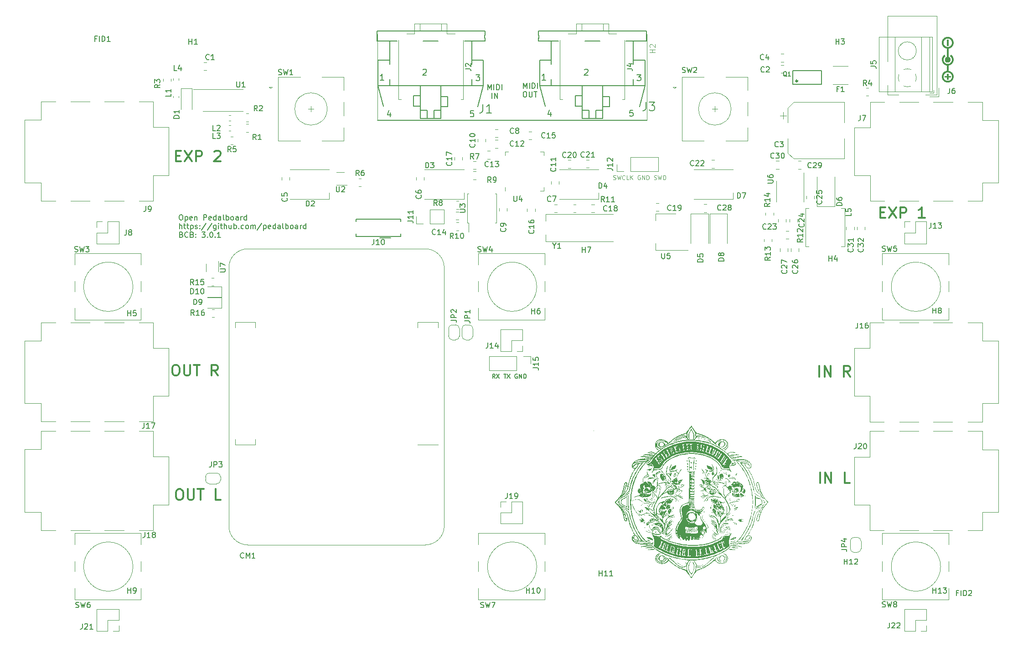
<source format=gto>
G04 #@! TF.GenerationSoftware,KiCad,Pcbnew,7.0.8-7.0.8~ubuntu23.04.1*
G04 #@! TF.CreationDate,2023-10-20T09:08:36+00:00*
G04 #@! TF.ProjectId,pedalboard-hw,70656461-6c62-46f6-9172-642d68772e6b,3.0.1*
G04 #@! TF.SameCoordinates,Original*
G04 #@! TF.FileFunction,Legend,Top*
G04 #@! TF.FilePolarity,Positive*
%FSLAX46Y46*%
G04 Gerber Fmt 4.6, Leading zero omitted, Abs format (unit mm)*
G04 Created by KiCad (PCBNEW 7.0.8-7.0.8~ubuntu23.04.1) date 2023-10-20 09:08:36*
%MOMM*%
%LPD*%
G01*
G04 APERTURE LIST*
%ADD10C,0.000000*%
%ADD11C,0.019755*%
%ADD12C,0.008210*%
%ADD13C,0.004304*%
%ADD14C,0.004635*%
%ADD15C,0.300000*%
%ADD16C,0.150000*%
%ADD17C,0.125000*%
%ADD18C,0.100000*%
%ADD19C,0.160020*%
%ADD20C,0.127000*%
%ADD21C,0.120000*%
%ADD22C,0.152400*%
%ADD23C,0.203200*%
%ADD24C,0.317500*%
G04 APERTURE END LIST*
D10*
G36*
X143329721Y-103986939D02*
G01*
X143331298Y-103988442D01*
X143332688Y-103991099D01*
X143334896Y-103999796D01*
X143336318Y-104012875D01*
X143336928Y-104030182D01*
X143336702Y-104051560D01*
X143335612Y-104076856D01*
X143333634Y-104105914D01*
X143330740Y-104138578D01*
X143322107Y-104214108D01*
X143319301Y-104235091D01*
X143316195Y-104255629D01*
X143312820Y-104275609D01*
X143309208Y-104294917D01*
X143305389Y-104313439D01*
X143301395Y-104331063D01*
X143297255Y-104347673D01*
X143293002Y-104363157D01*
X143288667Y-104377401D01*
X143284279Y-104390291D01*
X143279872Y-104401713D01*
X143275474Y-104411554D01*
X143271118Y-104419700D01*
X143268965Y-104423102D01*
X143266834Y-104426037D01*
X143264729Y-104428492D01*
X143262653Y-104430452D01*
X143260612Y-104431903D01*
X143258607Y-104432831D01*
X143253410Y-104433825D01*
X143248407Y-104433548D01*
X143243607Y-104432071D01*
X143239018Y-104429469D01*
X143234649Y-104425812D01*
X143230508Y-104421173D01*
X143226603Y-104415625D01*
X143222943Y-104409239D01*
X143219537Y-104402089D01*
X143216392Y-104394246D01*
X143210920Y-104376772D01*
X143206596Y-104357397D01*
X143203486Y-104336699D01*
X143201657Y-104315257D01*
X143201178Y-104293649D01*
X143202114Y-104272455D01*
X143204534Y-104252253D01*
X143208503Y-104233621D01*
X143211091Y-104225076D01*
X143214091Y-104217140D01*
X143217512Y-104209886D01*
X143221363Y-104203387D01*
X143225651Y-104197715D01*
X143230386Y-104192941D01*
X143234472Y-104189190D01*
X143238764Y-104184590D01*
X143243222Y-104179206D01*
X143247804Y-104173098D01*
X143252469Y-104166328D01*
X143257174Y-104158959D01*
X143261880Y-104151053D01*
X143266545Y-104142671D01*
X143271127Y-104133875D01*
X143275585Y-104124729D01*
X143279877Y-104115293D01*
X143283963Y-104105629D01*
X143287801Y-104095800D01*
X143291349Y-104085868D01*
X143294567Y-104075895D01*
X143297412Y-104065942D01*
X143304395Y-104039623D01*
X143310773Y-104018771D01*
X143316520Y-104003232D01*
X143321611Y-103992850D01*
X143323903Y-103989545D01*
X143326020Y-103987471D01*
X143327961Y-103986608D01*
X143329721Y-103986939D01*
G37*
G36*
X139005375Y-112479527D02*
G01*
X139013059Y-112480117D01*
X139020598Y-112481016D01*
X139027976Y-112482216D01*
X139035175Y-112483709D01*
X139042181Y-112485489D01*
X139048977Y-112487549D01*
X139055547Y-112489882D01*
X139061875Y-112492480D01*
X139067944Y-112495337D01*
X139073739Y-112498444D01*
X139079243Y-112501796D01*
X139084440Y-112505385D01*
X139089315Y-112509204D01*
X139093850Y-112513246D01*
X139098030Y-112517504D01*
X139101838Y-112521970D01*
X139105259Y-112526637D01*
X139108276Y-112531500D01*
X139110874Y-112536549D01*
X139113035Y-112541779D01*
X139114744Y-112547181D01*
X139115985Y-112552750D01*
X139116741Y-112558478D01*
X139116997Y-112564357D01*
X139116905Y-112565979D01*
X139116631Y-112567538D01*
X139116183Y-112569030D01*
X139115563Y-112570455D01*
X139114779Y-112571810D01*
X139113834Y-112573093D01*
X139112734Y-112574303D01*
X139111484Y-112575437D01*
X139110090Y-112576494D01*
X139108556Y-112577471D01*
X139105090Y-112579179D01*
X139101128Y-112580546D01*
X139096712Y-112581557D01*
X139091882Y-112582195D01*
X139086679Y-112582446D01*
X139081146Y-112582294D01*
X139075324Y-112581723D01*
X139069254Y-112580717D01*
X139062977Y-112579263D01*
X139056534Y-112577343D01*
X139049968Y-112574942D01*
X139042698Y-112573163D01*
X139035464Y-112571793D01*
X139028303Y-112570826D01*
X139021250Y-112570256D01*
X139014342Y-112570080D01*
X139007614Y-112570291D01*
X139001104Y-112570884D01*
X138994847Y-112571855D01*
X138991824Y-112572481D01*
X138988879Y-112573198D01*
X138986015Y-112574008D01*
X138983237Y-112574908D01*
X138980549Y-112575899D01*
X138977956Y-112576979D01*
X138975463Y-112578149D01*
X138973074Y-112579407D01*
X138970793Y-112580754D01*
X138968625Y-112582187D01*
X138966575Y-112583707D01*
X138964647Y-112585312D01*
X138962845Y-112587003D01*
X138961175Y-112588779D01*
X138959640Y-112590638D01*
X138958246Y-112592581D01*
X138955980Y-112595884D01*
X138953182Y-112599162D01*
X138949898Y-112602387D01*
X138946175Y-112605535D01*
X138942059Y-112608580D01*
X138937597Y-112611495D01*
X138932835Y-112614256D01*
X138927820Y-112616835D01*
X138922598Y-112619208D01*
X138917215Y-112621348D01*
X138911720Y-112623230D01*
X138906157Y-112624828D01*
X138900573Y-112626116D01*
X138895015Y-112627067D01*
X138889529Y-112627657D01*
X138884163Y-112627860D01*
X138876295Y-112627525D01*
X138869216Y-112626546D01*
X138862910Y-112624961D01*
X138857360Y-112622809D01*
X138852549Y-112620127D01*
X138848460Y-112616953D01*
X138845076Y-112613326D01*
X138842381Y-112609283D01*
X138840358Y-112604864D01*
X138838989Y-112600105D01*
X138838259Y-112595045D01*
X138838150Y-112589722D01*
X138838646Y-112584174D01*
X138839730Y-112578440D01*
X138841385Y-112572557D01*
X138843594Y-112566564D01*
X138846340Y-112560498D01*
X138849607Y-112554398D01*
X138853378Y-112548302D01*
X138857636Y-112542248D01*
X138862364Y-112536274D01*
X138867546Y-112530418D01*
X138873164Y-112524719D01*
X138879202Y-112519214D01*
X138885643Y-112513942D01*
X138892471Y-112508940D01*
X138899668Y-112504247D01*
X138907217Y-112499901D01*
X138915103Y-112495940D01*
X138923307Y-112492402D01*
X138931814Y-112489325D01*
X138940607Y-112486748D01*
X138948872Y-112484618D01*
X138957122Y-112482852D01*
X138965339Y-112481445D01*
X138973508Y-112480388D01*
X138981612Y-112479675D01*
X138989635Y-112479299D01*
X138997562Y-112479252D01*
X139005375Y-112479527D01*
G37*
G36*
X130646361Y-111327149D02*
G01*
X130649318Y-111328353D01*
X130651991Y-111330266D01*
X130654384Y-111332896D01*
X130656504Y-111336251D01*
X130658355Y-111340340D01*
X130659942Y-111345172D01*
X130662347Y-111357095D01*
X130663759Y-111372087D01*
X130664221Y-111390216D01*
X130663773Y-111411549D01*
X130662457Y-111436153D01*
X130660314Y-111464096D01*
X130657386Y-111495444D01*
X130655690Y-111516279D01*
X130654568Y-111536453D01*
X130654014Y-111555966D01*
X130654023Y-111574817D01*
X130654591Y-111593007D01*
X130655712Y-111610536D01*
X130657380Y-111627403D01*
X130659591Y-111643609D01*
X130662339Y-111659153D01*
X130665620Y-111674036D01*
X130669427Y-111688257D01*
X130673757Y-111701817D01*
X130678603Y-111714715D01*
X130683961Y-111726952D01*
X130689826Y-111738528D01*
X130696191Y-111749442D01*
X130701519Y-111758439D01*
X130706899Y-111768170D01*
X130717689Y-111789461D01*
X130728314Y-111812570D01*
X130738525Y-111836755D01*
X130748075Y-111861269D01*
X130756715Y-111885371D01*
X130764198Y-111908315D01*
X130770275Y-111929358D01*
X130771359Y-111934308D01*
X130772623Y-111939231D01*
X130774060Y-111944121D01*
X130775663Y-111948974D01*
X130779344Y-111958542D01*
X130783614Y-111967888D01*
X130788422Y-111976965D01*
X130793715Y-111985726D01*
X130799443Y-111994127D01*
X130805553Y-112002118D01*
X130811993Y-112009656D01*
X130818713Y-112016691D01*
X130825660Y-112023180D01*
X130832783Y-112029074D01*
X130840029Y-112034327D01*
X130847349Y-112038893D01*
X130851019Y-112040903D01*
X130854688Y-112042725D01*
X130858350Y-112044351D01*
X130861997Y-112045776D01*
X130868685Y-112048124D01*
X130875481Y-112051164D01*
X130882329Y-112054845D01*
X130889172Y-112059115D01*
X130895953Y-112063923D01*
X130902615Y-112069216D01*
X130909101Y-112074943D01*
X130915355Y-112081053D01*
X130921319Y-112087494D01*
X130926937Y-112094213D01*
X130932152Y-112101160D01*
X130936907Y-112108283D01*
X130941145Y-112115530D01*
X130944810Y-112122849D01*
X130947844Y-112130188D01*
X130949107Y-112133850D01*
X130950191Y-112137497D01*
X130953219Y-112146417D01*
X130956350Y-112154655D01*
X130959580Y-112162212D01*
X130962911Y-112169089D01*
X130966339Y-112175287D01*
X130969865Y-112180805D01*
X130973486Y-112185645D01*
X130977201Y-112189808D01*
X130981009Y-112193294D01*
X130984910Y-112196103D01*
X130988900Y-112198237D01*
X130992980Y-112199696D01*
X130997147Y-112200480D01*
X131001401Y-112200591D01*
X131005740Y-112200028D01*
X131010164Y-112198793D01*
X131014670Y-112196886D01*
X131019257Y-112194308D01*
X131023924Y-112191060D01*
X131028671Y-112187142D01*
X131033494Y-112182554D01*
X131038394Y-112177298D01*
X131043369Y-112171374D01*
X131048418Y-112164783D01*
X131053539Y-112157525D01*
X131058731Y-112149601D01*
X131069323Y-112131757D01*
X131080183Y-112111258D01*
X131091302Y-112088107D01*
X131127755Y-112015052D01*
X131163319Y-111949153D01*
X131198428Y-111890128D01*
X131233516Y-111837691D01*
X131251188Y-111813855D01*
X131269018Y-111791559D01*
X131287059Y-111770768D01*
X131305367Y-111751447D01*
X131323995Y-111733560D01*
X131342998Y-111717071D01*
X131362429Y-111701945D01*
X131382344Y-111688147D01*
X131402796Y-111675640D01*
X131423840Y-111664390D01*
X131445530Y-111654361D01*
X131467920Y-111645517D01*
X131491065Y-111637823D01*
X131515018Y-111631244D01*
X131539835Y-111625743D01*
X131565568Y-111621285D01*
X131592273Y-111617835D01*
X131620004Y-111615357D01*
X131678760Y-111613175D01*
X131742271Y-111614456D01*
X131810969Y-111618915D01*
X131835466Y-111621185D01*
X131859973Y-111624010D01*
X131908810Y-111631235D01*
X131957069Y-111640402D01*
X132004336Y-111651327D01*
X132050197Y-111663822D01*
X132094239Y-111677702D01*
X132136049Y-111692781D01*
X132175212Y-111708873D01*
X132211317Y-111725792D01*
X132228093Y-111734504D01*
X132243949Y-111743352D01*
X132258833Y-111752314D01*
X132272695Y-111761366D01*
X132285481Y-111770486D01*
X132297141Y-111779649D01*
X132307623Y-111788833D01*
X132316875Y-111798015D01*
X132324845Y-111807170D01*
X132331482Y-111816277D01*
X132336734Y-111825311D01*
X132340549Y-111834250D01*
X132342876Y-111843070D01*
X132343664Y-111851747D01*
X132343581Y-111859800D01*
X132343168Y-111866727D01*
X132342175Y-111872475D01*
X132340356Y-111876993D01*
X132339059Y-111878775D01*
X132337462Y-111880230D01*
X132335535Y-111881352D01*
X132333245Y-111882134D01*
X132330563Y-111882569D01*
X132327458Y-111882652D01*
X132319851Y-111881734D01*
X132310177Y-111879328D01*
X132298188Y-111875381D01*
X132283636Y-111869843D01*
X132266273Y-111862662D01*
X132222120Y-111843163D01*
X132163747Y-111816470D01*
X132130119Y-111802126D01*
X132097959Y-111789523D01*
X132067163Y-111778666D01*
X132037629Y-111769562D01*
X132009251Y-111762214D01*
X131981928Y-111756629D01*
X131955556Y-111752811D01*
X131930032Y-111750765D01*
X131905251Y-111750497D01*
X131881111Y-111752012D01*
X131857509Y-111755315D01*
X131834341Y-111760412D01*
X131811503Y-111767306D01*
X131788893Y-111776004D01*
X131766407Y-111786511D01*
X131743941Y-111798831D01*
X131722292Y-111810813D01*
X131695104Y-111825234D01*
X131628407Y-111859244D01*
X131552449Y-111896561D01*
X131475831Y-111932886D01*
X131443270Y-111949406D01*
X131411800Y-111967151D01*
X131381518Y-111986022D01*
X131352524Y-112005922D01*
X131324914Y-112026752D01*
X131298787Y-112048413D01*
X131274242Y-112070809D01*
X131251376Y-112093841D01*
X131230287Y-112117409D01*
X131211075Y-112141418D01*
X131193836Y-112165767D01*
X131178670Y-112190359D01*
X131165674Y-112215096D01*
X131154947Y-112239880D01*
X131150465Y-112252258D01*
X131146587Y-112264612D01*
X131143325Y-112276928D01*
X131140691Y-112289194D01*
X131138545Y-112298505D01*
X131136085Y-112307257D01*
X131133331Y-112315447D01*
X131130301Y-112323072D01*
X131127012Y-112330132D01*
X131123483Y-112336624D01*
X131119732Y-112342547D01*
X131115777Y-112347897D01*
X131111635Y-112352674D01*
X131107326Y-112356876D01*
X131102866Y-112360500D01*
X131098275Y-112363545D01*
X131093571Y-112366008D01*
X131088770Y-112367888D01*
X131083893Y-112369183D01*
X131078955Y-112369890D01*
X131073977Y-112370009D01*
X131068975Y-112369536D01*
X131063968Y-112368471D01*
X131058974Y-112366810D01*
X131054011Y-112364553D01*
X131049097Y-112361697D01*
X131044250Y-112358240D01*
X131039488Y-112354180D01*
X131034830Y-112349516D01*
X131030293Y-112344245D01*
X131025896Y-112338366D01*
X131021657Y-112331876D01*
X131017593Y-112324774D01*
X131013722Y-112317058D01*
X131010064Y-112308725D01*
X131006636Y-112299774D01*
X131002926Y-112291144D01*
X130998450Y-112282488D01*
X130993272Y-112273862D01*
X130987453Y-112265325D01*
X130981056Y-112256932D01*
X130974142Y-112248740D01*
X130966773Y-112240807D01*
X130959011Y-112233189D01*
X130950918Y-112225943D01*
X130942557Y-112219126D01*
X130933989Y-112212794D01*
X130925276Y-112207006D01*
X130916481Y-112201816D01*
X130907665Y-112197283D01*
X130898890Y-112193463D01*
X130890219Y-112190413D01*
X130874532Y-112185255D01*
X130859144Y-112177591D01*
X130843943Y-112167229D01*
X130828814Y-112153978D01*
X130813643Y-112137648D01*
X130798318Y-112118046D01*
X130782724Y-112094982D01*
X130766747Y-112068265D01*
X130750274Y-112037702D01*
X130733192Y-112003104D01*
X130715386Y-111964278D01*
X130696743Y-111921035D01*
X130656490Y-111820527D01*
X130611525Y-111700052D01*
X130597837Y-111662027D01*
X130585866Y-111627195D01*
X130575589Y-111595361D01*
X130566987Y-111566327D01*
X130560038Y-111539898D01*
X130557177Y-111527599D01*
X130554722Y-111515878D01*
X130552670Y-111504709D01*
X130551019Y-111494068D01*
X130549765Y-111483932D01*
X130548907Y-111474275D01*
X130548441Y-111465072D01*
X130548366Y-111456300D01*
X130548678Y-111447933D01*
X130549375Y-111439948D01*
X130550455Y-111432319D01*
X130551914Y-111425022D01*
X130553751Y-111418032D01*
X130555962Y-111411326D01*
X130558546Y-111404878D01*
X130561498Y-111398663D01*
X130564818Y-111392658D01*
X130568502Y-111386838D01*
X130572548Y-111381178D01*
X130576953Y-111375653D01*
X130581715Y-111370240D01*
X130586830Y-111364913D01*
X130600025Y-111352232D01*
X130611855Y-111342017D01*
X130622363Y-111334334D01*
X130627133Y-111331463D01*
X130631589Y-111329250D01*
X130635734Y-111327704D01*
X130639575Y-111326833D01*
X130643115Y-111326645D01*
X130646361Y-111327149D01*
G37*
G36*
X144702373Y-111273845D02*
G01*
X144705093Y-111274316D01*
X144707874Y-111275046D01*
X144710729Y-111276037D01*
X144713666Y-111277289D01*
X144716696Y-111278803D01*
X144719829Y-111280579D01*
X144723076Y-111282617D01*
X144726447Y-111284919D01*
X144729952Y-111287486D01*
X144737407Y-111293414D01*
X144745523Y-111300407D01*
X144754384Y-111308469D01*
X144762447Y-111316707D01*
X144766076Y-111320568D01*
X144769440Y-111324269D01*
X144772537Y-111327816D01*
X144775368Y-111331220D01*
X144777935Y-111334488D01*
X144780237Y-111337629D01*
X144782276Y-111340651D01*
X144784052Y-111343563D01*
X144785565Y-111346372D01*
X144786818Y-111349088D01*
X144787809Y-111351718D01*
X144788539Y-111354272D01*
X144789010Y-111356757D01*
X144789222Y-111359182D01*
X144789176Y-111361555D01*
X144788872Y-111363885D01*
X144788311Y-111366180D01*
X144787493Y-111368449D01*
X144786420Y-111370699D01*
X144785091Y-111372940D01*
X144783508Y-111375180D01*
X144781671Y-111377426D01*
X144779581Y-111379689D01*
X144777238Y-111381975D01*
X144774643Y-111384293D01*
X144771797Y-111386652D01*
X144768700Y-111389060D01*
X144765354Y-111391526D01*
X144757913Y-111396663D01*
X144748729Y-111402227D01*
X144739711Y-111407028D01*
X144730882Y-111411087D01*
X144722263Y-111414427D01*
X144713877Y-111417069D01*
X144705746Y-111419035D01*
X144697891Y-111420347D01*
X144690334Y-111421028D01*
X144683098Y-111421099D01*
X144676204Y-111420582D01*
X144669674Y-111419500D01*
X144663531Y-111417873D01*
X144657796Y-111415724D01*
X144652491Y-111413076D01*
X144647638Y-111409949D01*
X144643260Y-111406367D01*
X144639377Y-111402350D01*
X144636013Y-111397921D01*
X144633189Y-111393102D01*
X144630926Y-111387915D01*
X144629248Y-111382381D01*
X144628175Y-111376524D01*
X144627731Y-111370364D01*
X144627936Y-111363923D01*
X144628813Y-111357224D01*
X144630384Y-111350289D01*
X144632670Y-111343139D01*
X144635695Y-111335797D01*
X144639478Y-111328284D01*
X144644044Y-111320623D01*
X144649413Y-111312835D01*
X144655608Y-111304942D01*
X144661988Y-111297502D01*
X144667954Y-111291058D01*
X144670809Y-111288212D01*
X144673591Y-111285618D01*
X144676310Y-111283275D01*
X144678979Y-111281185D01*
X144681606Y-111279348D01*
X144684201Y-111277764D01*
X144686777Y-111276436D01*
X144689342Y-111275362D01*
X144691906Y-111274545D01*
X144694482Y-111273983D01*
X144697078Y-111273679D01*
X144699704Y-111273633D01*
X144702373Y-111273845D01*
G37*
G36*
X142231583Y-108898116D02*
G01*
X142234039Y-108898436D01*
X142236620Y-108899068D01*
X142239337Y-108900013D01*
X142242200Y-108901271D01*
X142245221Y-108902845D01*
X142248411Y-108904736D01*
X142251780Y-108906944D01*
X142255340Y-108909471D01*
X142263075Y-108915488D01*
X142271704Y-108922797D01*
X142281315Y-108931408D01*
X142291995Y-108941332D01*
X142298485Y-108947475D01*
X142304718Y-108953975D01*
X142310688Y-108960795D01*
X142316387Y-108967900D01*
X142321806Y-108975253D01*
X142326939Y-108982817D01*
X142331777Y-108990557D01*
X142336313Y-108998437D01*
X142340539Y-109006420D01*
X142344447Y-109014471D01*
X142348030Y-109022552D01*
X142351279Y-109030628D01*
X142354187Y-109038663D01*
X142356746Y-109046620D01*
X142358949Y-109054464D01*
X142360787Y-109062158D01*
X142362254Y-109069665D01*
X142363340Y-109076951D01*
X142364039Y-109083978D01*
X142364343Y-109090711D01*
X142364243Y-109097113D01*
X142363733Y-109103148D01*
X142362804Y-109108779D01*
X142361449Y-109113972D01*
X142359659Y-109118689D01*
X142357428Y-109122895D01*
X142354748Y-109126553D01*
X142351610Y-109129627D01*
X142348006Y-109132080D01*
X142343931Y-109133878D01*
X142339374Y-109134983D01*
X142334329Y-109135359D01*
X142329239Y-109134933D01*
X142323910Y-109133682D01*
X142318371Y-109131653D01*
X142312653Y-109128889D01*
X142306785Y-109125436D01*
X142300797Y-109121337D01*
X142288579Y-109111381D01*
X142276237Y-109099379D01*
X142264008Y-109085688D01*
X142252131Y-109070663D01*
X142240844Y-109054661D01*
X142230383Y-109038039D01*
X142220986Y-109021154D01*
X142212892Y-109004362D01*
X142206338Y-108988019D01*
X142201561Y-108972483D01*
X142199914Y-108965128D01*
X142198800Y-108958109D01*
X142198249Y-108951469D01*
X142198292Y-108945254D01*
X142198957Y-108939508D01*
X142200275Y-108934276D01*
X142204134Y-108925596D01*
X142207833Y-108918084D01*
X142211459Y-108911750D01*
X142213273Y-108909028D01*
X142215102Y-108906604D01*
X142216956Y-108904481D01*
X142218847Y-108902658D01*
X142220786Y-108901138D01*
X142222784Y-108899921D01*
X142224851Y-108899009D01*
X142227000Y-108898403D01*
X142229240Y-108898105D01*
X142231583Y-108898116D01*
G37*
G36*
X133694012Y-98200305D02*
G01*
X133694951Y-98200832D01*
X133695864Y-98201710D01*
X133696759Y-98202940D01*
X133697644Y-98204522D01*
X133698527Y-98206454D01*
X133700315Y-98211374D01*
X133702185Y-98217699D01*
X133704201Y-98225430D01*
X133708913Y-98245109D01*
X133710434Y-98251660D01*
X133711693Y-98258074D01*
X133712697Y-98264342D01*
X133713454Y-98270451D01*
X133713971Y-98276389D01*
X133714254Y-98282145D01*
X133714312Y-98287708D01*
X133714150Y-98293065D01*
X133713776Y-98298204D01*
X133713198Y-98303116D01*
X133712422Y-98307787D01*
X133711456Y-98312206D01*
X133710306Y-98316361D01*
X133708980Y-98320241D01*
X133707484Y-98323835D01*
X133705827Y-98327130D01*
X133704014Y-98330115D01*
X133702053Y-98332778D01*
X133699952Y-98335108D01*
X133697717Y-98337093D01*
X133695355Y-98338722D01*
X133692874Y-98339982D01*
X133690280Y-98340862D01*
X133687581Y-98341351D01*
X133684784Y-98341437D01*
X133681896Y-98341109D01*
X133678924Y-98340353D01*
X133675875Y-98339160D01*
X133672756Y-98337518D01*
X133669575Y-98335414D01*
X133666338Y-98332837D01*
X133663052Y-98329776D01*
X133661781Y-98328702D01*
X133660611Y-98327468D01*
X133659543Y-98326081D01*
X133658574Y-98324546D01*
X133656929Y-98321055D01*
X133655666Y-98317042D01*
X133654775Y-98312554D01*
X133654246Y-98307637D01*
X133654069Y-98302338D01*
X133654233Y-98296702D01*
X133654727Y-98290778D01*
X133655542Y-98284610D01*
X133656667Y-98278246D01*
X133658091Y-98271732D01*
X133659805Y-98265115D01*
X133661798Y-98258441D01*
X133664060Y-98251757D01*
X133666580Y-98245109D01*
X133675923Y-98225430D01*
X133679758Y-98217699D01*
X133683117Y-98211374D01*
X133686062Y-98206454D01*
X133687400Y-98204522D01*
X133688657Y-98202940D01*
X133689841Y-98201710D01*
X133690961Y-98200832D01*
X133692025Y-98200305D01*
X133693039Y-98200129D01*
X133694012Y-98200305D01*
G37*
G36*
X133698358Y-109122627D02*
G01*
X133699606Y-109123291D01*
X133700762Y-109124562D01*
X133701837Y-109126436D01*
X133702843Y-109128912D01*
X133703790Y-109131989D01*
X133705551Y-109139934D01*
X133707209Y-109150256D01*
X133708852Y-109162940D01*
X133712442Y-109195331D01*
X133715398Y-109215884D01*
X133718891Y-109237388D01*
X133722797Y-109259141D01*
X133726993Y-109280439D01*
X133731355Y-109300579D01*
X133735758Y-109318859D01*
X133740078Y-109334575D01*
X133742168Y-109341253D01*
X133744192Y-109347026D01*
X133749257Y-109359300D01*
X133753872Y-109371631D01*
X133758041Y-109383995D01*
X133761769Y-109396366D01*
X133765060Y-109408719D01*
X133767919Y-109421028D01*
X133770350Y-109433270D01*
X133772359Y-109445417D01*
X133773949Y-109457446D01*
X133775124Y-109469330D01*
X133775890Y-109481046D01*
X133776252Y-109492566D01*
X133776212Y-109503868D01*
X133775777Y-109514924D01*
X133774950Y-109525711D01*
X133773737Y-109536202D01*
X133772141Y-109546373D01*
X133770167Y-109556198D01*
X133767819Y-109565653D01*
X133765103Y-109574712D01*
X133762023Y-109583349D01*
X133758582Y-109591540D01*
X133754787Y-109599260D01*
X133750641Y-109606483D01*
X133746148Y-109613184D01*
X133741314Y-109619337D01*
X133736142Y-109624919D01*
X133730638Y-109629903D01*
X133724806Y-109634264D01*
X133718650Y-109637977D01*
X133712175Y-109641018D01*
X133705385Y-109643359D01*
X133684896Y-109648522D01*
X133665124Y-109652787D01*
X133646104Y-109656186D01*
X133627871Y-109658752D01*
X133610459Y-109660517D01*
X133593904Y-109661513D01*
X133578240Y-109661773D01*
X133563503Y-109661329D01*
X133549727Y-109660213D01*
X133536946Y-109658457D01*
X133525197Y-109656095D01*
X133514514Y-109653157D01*
X133504931Y-109649677D01*
X133496484Y-109645686D01*
X133489207Y-109641218D01*
X133483136Y-109636303D01*
X133478305Y-109630976D01*
X133474749Y-109625267D01*
X133472503Y-109619210D01*
X133471602Y-109612835D01*
X133472080Y-109606177D01*
X133473974Y-109599267D01*
X133477316Y-109592137D01*
X133482144Y-109584820D01*
X133488490Y-109577348D01*
X133496391Y-109569753D01*
X133505881Y-109562068D01*
X133516994Y-109554324D01*
X133529767Y-109546555D01*
X133544233Y-109538792D01*
X133560428Y-109531068D01*
X133578386Y-109523415D01*
X133588390Y-109519094D01*
X133597897Y-109514731D01*
X133606905Y-109510324D01*
X133615414Y-109505872D01*
X133623421Y-109501373D01*
X133630925Y-109496826D01*
X133637926Y-109492231D01*
X133644422Y-109487585D01*
X133650411Y-109482887D01*
X133655892Y-109478136D01*
X133660864Y-109473331D01*
X133665326Y-109468471D01*
X133669277Y-109463554D01*
X133672714Y-109458578D01*
X133675638Y-109453543D01*
X133678046Y-109448448D01*
X133679937Y-109443290D01*
X133681310Y-109438070D01*
X133682164Y-109432784D01*
X133682497Y-109427433D01*
X133682308Y-109422014D01*
X133681596Y-109416527D01*
X133680359Y-109410971D01*
X133678597Y-109405343D01*
X133676307Y-109399643D01*
X133673489Y-109393869D01*
X133670142Y-109388021D01*
X133666263Y-109382096D01*
X133661852Y-109376093D01*
X133656908Y-109370012D01*
X133651429Y-109363851D01*
X133645413Y-109357608D01*
X133640454Y-109352145D01*
X133636167Y-109346315D01*
X133632561Y-109340083D01*
X133629649Y-109333410D01*
X133627439Y-109326263D01*
X133625942Y-109318603D01*
X133625168Y-109310396D01*
X133625129Y-109301605D01*
X133625833Y-109292194D01*
X133627292Y-109282127D01*
X133629516Y-109271367D01*
X133632515Y-109259878D01*
X133636299Y-109247625D01*
X133640880Y-109234571D01*
X133646266Y-109220679D01*
X133652469Y-109205914D01*
X133668792Y-109170010D01*
X133675436Y-109155863D01*
X133681187Y-109144233D01*
X133686132Y-109135105D01*
X133690358Y-109128462D01*
X133692229Y-109126067D01*
X133693954Y-109124289D01*
X133695543Y-109123124D01*
X133697007Y-109122571D01*
X133698358Y-109122627D01*
G37*
G36*
X131621139Y-101784162D02*
G01*
X131622895Y-101784435D01*
X131627022Y-101785693D01*
X131631935Y-101787880D01*
X131637591Y-101790977D01*
X131643951Y-101794963D01*
X131650972Y-101799817D01*
X131658613Y-101805519D01*
X131666833Y-101812047D01*
X131675591Y-101819382D01*
X131684844Y-101827501D01*
X131694553Y-101836386D01*
X131703193Y-101845692D01*
X131711255Y-101855061D01*
X131718740Y-101864455D01*
X131725648Y-101873834D01*
X131731980Y-101883159D01*
X131737736Y-101892390D01*
X131742917Y-101901489D01*
X131747524Y-101910414D01*
X131751558Y-101919128D01*
X131755018Y-101927591D01*
X131757906Y-101935763D01*
X131760223Y-101943604D01*
X131761968Y-101951077D01*
X131763143Y-101958140D01*
X131763749Y-101964755D01*
X131763785Y-101970883D01*
X131763253Y-101976483D01*
X131762153Y-101981517D01*
X131760486Y-101985945D01*
X131758252Y-101989727D01*
X131755453Y-101992825D01*
X131753841Y-101994105D01*
X131752088Y-101995199D01*
X131750194Y-101996102D01*
X131748159Y-101996809D01*
X131743666Y-101997617D01*
X131738609Y-101997582D01*
X131732990Y-101996665D01*
X131726809Y-101994827D01*
X131720067Y-101992028D01*
X131712764Y-101988230D01*
X131704901Y-101983392D01*
X131696478Y-101977476D01*
X131687497Y-101970441D01*
X131680547Y-101964949D01*
X131674233Y-101960402D01*
X131668529Y-101956838D01*
X131665898Y-101955435D01*
X131663409Y-101954291D01*
X131661060Y-101953411D01*
X131658847Y-101952799D01*
X131656767Y-101952459D01*
X131654817Y-101952397D01*
X131652993Y-101952616D01*
X131651293Y-101953121D01*
X131649713Y-101953917D01*
X131648250Y-101955008D01*
X131646901Y-101956399D01*
X131645662Y-101958094D01*
X131644531Y-101960098D01*
X131643503Y-101962416D01*
X131642576Y-101965051D01*
X131641747Y-101968008D01*
X131640368Y-101974908D01*
X131639340Y-101983151D01*
X131638639Y-101992774D01*
X131638236Y-102003813D01*
X131638108Y-102016304D01*
X131638229Y-102025516D01*
X131638583Y-102034604D01*
X131639154Y-102043527D01*
X131639927Y-102052242D01*
X131640886Y-102060710D01*
X131642015Y-102068889D01*
X131643299Y-102076737D01*
X131644723Y-102084213D01*
X131646270Y-102091275D01*
X131647927Y-102097883D01*
X131649676Y-102103994D01*
X131651503Y-102109568D01*
X131653392Y-102114564D01*
X131655327Y-102118939D01*
X131657293Y-102122653D01*
X131659275Y-102125664D01*
X131663110Y-102130290D01*
X131666677Y-102136171D01*
X131669978Y-102143218D01*
X131673014Y-102151344D01*
X131678297Y-102170475D01*
X131682536Y-102192857D01*
X131685742Y-102217782D01*
X131687924Y-102244541D01*
X131689094Y-102272427D01*
X131689261Y-102300731D01*
X131688436Y-102328745D01*
X131686629Y-102355763D01*
X131683850Y-102381075D01*
X131680111Y-102403974D01*
X131675420Y-102423751D01*
X131669789Y-102439699D01*
X131666624Y-102446016D01*
X131663228Y-102451110D01*
X131659602Y-102454893D01*
X131655747Y-102457276D01*
X131647433Y-102458563D01*
X131637145Y-102457238D01*
X131625042Y-102453459D01*
X131611278Y-102447382D01*
X131596010Y-102439166D01*
X131579395Y-102428968D01*
X131542748Y-102403257D01*
X131502587Y-102371510D01*
X131460162Y-102334988D01*
X131416724Y-102294953D01*
X131373525Y-102252664D01*
X131331813Y-102209383D01*
X131292840Y-102166371D01*
X131257857Y-102124889D01*
X131228114Y-102086197D01*
X131204861Y-102051556D01*
X131196060Y-102036149D01*
X131189350Y-102022228D01*
X131184888Y-102009950D01*
X131182830Y-101999473D01*
X131183333Y-101990955D01*
X131186552Y-101984553D01*
X131195262Y-101974187D01*
X131204185Y-101964260D01*
X131213306Y-101954777D01*
X131222609Y-101945740D01*
X131232080Y-101937156D01*
X131241704Y-101929029D01*
X131251466Y-101921363D01*
X131261352Y-101914163D01*
X131271347Y-101907433D01*
X131281435Y-101901177D01*
X131291601Y-101895401D01*
X131301832Y-101890109D01*
X131312112Y-101885305D01*
X131322426Y-101880994D01*
X131332760Y-101877181D01*
X131343098Y-101873869D01*
X131353425Y-101871064D01*
X131363728Y-101868770D01*
X131373990Y-101866991D01*
X131384198Y-101865732D01*
X131394335Y-101864998D01*
X131404389Y-101864792D01*
X131414342Y-101865121D01*
X131424181Y-101865987D01*
X131433892Y-101867396D01*
X131443458Y-101869352D01*
X131452865Y-101871860D01*
X131462098Y-101874924D01*
X131471143Y-101878548D01*
X131479984Y-101882738D01*
X131488607Y-101887498D01*
X131496997Y-101892832D01*
X131505211Y-101898435D01*
X131513304Y-101903350D01*
X131521261Y-101907589D01*
X131529064Y-101911166D01*
X131536696Y-101914095D01*
X131544141Y-101916388D01*
X131551382Y-101918060D01*
X131558402Y-101919124D01*
X131565185Y-101919594D01*
X131571712Y-101919483D01*
X131577969Y-101918805D01*
X131583937Y-101917574D01*
X131589601Y-101915802D01*
X131594943Y-101913504D01*
X131599946Y-101910693D01*
X131604594Y-101907383D01*
X131608870Y-101903587D01*
X131612757Y-101899319D01*
X131616239Y-101894592D01*
X131619298Y-101889420D01*
X131621918Y-101883817D01*
X131624082Y-101877796D01*
X131625772Y-101871370D01*
X131626974Y-101864554D01*
X131627669Y-101857360D01*
X131627840Y-101849803D01*
X131627472Y-101841895D01*
X131626547Y-101833651D01*
X131625048Y-101825084D01*
X131622959Y-101816208D01*
X131620262Y-101807036D01*
X131616942Y-101797582D01*
X131615488Y-101792824D01*
X131615151Y-101790842D01*
X131615068Y-101789121D01*
X131615232Y-101787658D01*
X131615639Y-101786451D01*
X131616284Y-101785497D01*
X131617162Y-101784794D01*
X131618267Y-101784338D01*
X131619594Y-101784129D01*
X131621139Y-101784162D01*
G37*
G36*
X143260075Y-103600182D02*
G01*
X143268749Y-103600441D01*
X143277920Y-103600928D01*
X143287546Y-103601647D01*
X143297585Y-103602604D01*
X143307996Y-103603804D01*
X143322478Y-103605308D01*
X143335550Y-103607242D01*
X143347288Y-103609702D01*
X143352682Y-103611161D01*
X143357771Y-103612788D01*
X143362566Y-103614596D01*
X143367075Y-103616597D01*
X143371310Y-103618804D01*
X143375279Y-103621228D01*
X143378992Y-103623883D01*
X143382460Y-103626779D01*
X143385690Y-103629930D01*
X143388694Y-103633348D01*
X143391481Y-103637045D01*
X143394061Y-103641033D01*
X143396443Y-103645325D01*
X143398637Y-103649933D01*
X143400653Y-103654869D01*
X143402500Y-103660145D01*
X143405727Y-103671768D01*
X143408396Y-103684900D01*
X143410584Y-103699638D01*
X143412369Y-103716083D01*
X143413829Y-103734330D01*
X143417116Y-103772544D01*
X143418039Y-103787583D01*
X143418295Y-103799926D01*
X143418129Y-103805088D01*
X143417745Y-103809581D01*
X143417124Y-103813404D01*
X143416249Y-103816559D01*
X143415102Y-103819047D01*
X143413668Y-103820871D01*
X143411926Y-103822030D01*
X143409862Y-103822526D01*
X143407456Y-103822361D01*
X143404691Y-103821535D01*
X143401551Y-103820051D01*
X143398018Y-103817909D01*
X143394073Y-103815111D01*
X143389700Y-103811658D01*
X143379600Y-103802792D01*
X143367578Y-103791321D01*
X143353493Y-103777257D01*
X143318581Y-103741386D01*
X143296662Y-103717980D01*
X143276191Y-103695690D01*
X143257622Y-103674972D01*
X143241409Y-103656279D01*
X143234329Y-103647834D01*
X143228008Y-103640066D01*
X143222503Y-103633032D01*
X143217872Y-103626788D01*
X143214171Y-103621392D01*
X143211457Y-103616901D01*
X143210488Y-103615012D01*
X143209787Y-103613370D01*
X143209361Y-103611983D01*
X143209218Y-103610858D01*
X143209341Y-103609886D01*
X143209707Y-103608957D01*
X143210311Y-103608070D01*
X143211147Y-103607227D01*
X143213497Y-103605672D01*
X143216714Y-103604299D01*
X143220759Y-103603111D01*
X143225589Y-103602115D01*
X143231163Y-103601315D01*
X143237440Y-103600716D01*
X143244379Y-103600324D01*
X143251937Y-103600145D01*
X143260075Y-103600182D01*
G37*
G36*
X137602015Y-98975430D02*
G01*
X137603936Y-98975643D01*
X137605813Y-98975992D01*
X137607645Y-98976475D01*
X137609430Y-98977087D01*
X137611168Y-98977824D01*
X137612856Y-98978682D01*
X137614494Y-98979658D01*
X137616080Y-98980748D01*
X137617613Y-98981948D01*
X137619092Y-98983253D01*
X137620516Y-98984661D01*
X137623191Y-98987767D01*
X137625629Y-98991234D01*
X137627818Y-98995032D01*
X137629749Y-98999130D01*
X137631411Y-99003497D01*
X137632794Y-99008101D01*
X137633888Y-99012912D01*
X137634682Y-99017899D01*
X137635166Y-99023030D01*
X137635330Y-99028275D01*
X137635289Y-99030910D01*
X137635166Y-99033521D01*
X137634964Y-99036102D01*
X137634682Y-99038652D01*
X137634323Y-99041165D01*
X137633888Y-99043639D01*
X137633378Y-99046068D01*
X137632794Y-99048450D01*
X137632138Y-99050780D01*
X137631411Y-99053054D01*
X137630614Y-99055269D01*
X137629749Y-99057421D01*
X137628816Y-99059505D01*
X137627818Y-99061519D01*
X137626755Y-99063457D01*
X137625629Y-99065317D01*
X137624440Y-99067094D01*
X137623191Y-99068784D01*
X137621883Y-99070385D01*
X137620516Y-99071890D01*
X137619092Y-99073298D01*
X137617613Y-99074603D01*
X137616080Y-99075803D01*
X137614494Y-99076893D01*
X137612856Y-99077869D01*
X137611168Y-99078727D01*
X137609430Y-99079464D01*
X137607645Y-99080076D01*
X137605813Y-99080558D01*
X137603936Y-99080908D01*
X137602015Y-99081120D01*
X137600052Y-99081192D01*
X137598399Y-99081120D01*
X137596749Y-99080908D01*
X137595105Y-99080558D01*
X137593472Y-99080076D01*
X137591851Y-99079464D01*
X137590246Y-99078727D01*
X137588661Y-99077869D01*
X137587098Y-99076893D01*
X137584053Y-99074603D01*
X137581138Y-99071890D01*
X137578377Y-99068784D01*
X137575798Y-99065317D01*
X137573425Y-99061519D01*
X137571285Y-99057421D01*
X137569403Y-99053054D01*
X137567805Y-99048450D01*
X137566518Y-99043639D01*
X137565566Y-99038652D01*
X137564976Y-99033521D01*
X137564773Y-99028275D01*
X137564825Y-99025641D01*
X137564976Y-99023030D01*
X137565224Y-99020449D01*
X137565566Y-99017899D01*
X137565998Y-99015386D01*
X137566518Y-99012912D01*
X137567121Y-99010483D01*
X137567805Y-99008101D01*
X137568567Y-99005771D01*
X137569403Y-99003497D01*
X137570310Y-99001282D01*
X137571285Y-98999130D01*
X137572324Y-98997046D01*
X137573425Y-98995032D01*
X137574584Y-98993094D01*
X137575798Y-98991234D01*
X137577063Y-98989457D01*
X137578377Y-98987767D01*
X137579737Y-98986167D01*
X137581138Y-98984661D01*
X137582578Y-98983253D01*
X137584053Y-98981948D01*
X137585561Y-98980748D01*
X137587098Y-98979658D01*
X137588661Y-98978682D01*
X137590246Y-98977824D01*
X137591851Y-98977087D01*
X137593472Y-98976475D01*
X137595105Y-98975992D01*
X137596749Y-98975643D01*
X137598399Y-98975430D01*
X137600052Y-98975359D01*
X137602015Y-98975430D01*
G37*
G36*
X145706715Y-106647120D02*
G01*
X145708104Y-106647322D01*
X145709339Y-106647707D01*
X145710412Y-106648276D01*
X145711241Y-106649411D01*
X145711745Y-106650828D01*
X145711933Y-106652517D01*
X145711811Y-106654470D01*
X145710668Y-106659136D01*
X145708373Y-106664757D01*
X145704982Y-106671268D01*
X145700553Y-106678600D01*
X145695142Y-106686686D01*
X145688805Y-106695460D01*
X145681601Y-106704854D01*
X145673585Y-106714800D01*
X145664815Y-106725233D01*
X145655347Y-106736084D01*
X145634546Y-106758773D01*
X145611636Y-106782330D01*
X145590012Y-106802312D01*
X145571432Y-106818656D01*
X145555880Y-106831444D01*
X145543340Y-106840760D01*
X145533798Y-106846686D01*
X145530146Y-106848403D01*
X145527238Y-106849304D01*
X145525071Y-106849399D01*
X145523643Y-106848698D01*
X145522954Y-106847211D01*
X145523000Y-106844950D01*
X145523780Y-106841923D01*
X145525292Y-106838142D01*
X145530503Y-106828358D01*
X145538619Y-106815680D01*
X145549623Y-106800191D01*
X145563501Y-106781973D01*
X145580236Y-106761109D01*
X145599814Y-106737683D01*
X145622218Y-106711775D01*
X145629487Y-106703427D01*
X145636715Y-106695591D01*
X145643860Y-106688281D01*
X145650881Y-106681514D01*
X145657737Y-106675305D01*
X145664386Y-106669670D01*
X145670787Y-106664624D01*
X145676899Y-106660182D01*
X145682680Y-106656361D01*
X145688089Y-106653175D01*
X145693084Y-106650640D01*
X145695414Y-106649622D01*
X145697625Y-106648772D01*
X145699712Y-106648093D01*
X145701669Y-106647586D01*
X145703493Y-106647254D01*
X145705176Y-106647098D01*
X145706715Y-106647120D01*
G37*
G36*
X147276746Y-104482221D02*
G01*
X147286131Y-104482303D01*
X147294446Y-104482551D01*
X147301697Y-104482965D01*
X147307889Y-104483543D01*
X147310589Y-104483895D01*
X147313026Y-104484287D01*
X147315201Y-104484721D01*
X147317115Y-104485197D01*
X147318767Y-104485713D01*
X147320159Y-104486271D01*
X147321292Y-104486871D01*
X147322165Y-104487512D01*
X147322780Y-104488194D01*
X147323138Y-104488917D01*
X147323238Y-104489682D01*
X147323082Y-104490488D01*
X147322670Y-104491335D01*
X147322003Y-104492224D01*
X147321081Y-104493154D01*
X147319905Y-104494126D01*
X147318477Y-104495139D01*
X147316796Y-104496193D01*
X147314862Y-104497288D01*
X147312678Y-104498425D01*
X147307558Y-104500823D01*
X147301440Y-104503386D01*
X147296073Y-104505571D01*
X147290581Y-104508133D01*
X147285007Y-104511037D01*
X147279392Y-104514245D01*
X147273776Y-104517722D01*
X147268202Y-104521432D01*
X147262710Y-104525338D01*
X147257343Y-104529404D01*
X147252141Y-104533594D01*
X147247145Y-104537872D01*
X147242398Y-104542202D01*
X147237940Y-104546547D01*
X147233813Y-104550871D01*
X147230057Y-104555139D01*
X147226715Y-104559314D01*
X147223828Y-104563359D01*
X147220604Y-104567578D01*
X147219056Y-104569380D01*
X147217551Y-104570980D01*
X147216090Y-104572378D01*
X147214674Y-104573576D01*
X147213302Y-104574574D01*
X147211977Y-104575376D01*
X147210698Y-104575980D01*
X147209466Y-104576390D01*
X147208283Y-104576606D01*
X147207147Y-104576629D01*
X147206061Y-104576462D01*
X147205024Y-104576104D01*
X147204038Y-104575558D01*
X147203103Y-104574824D01*
X147202219Y-104573904D01*
X147201388Y-104572800D01*
X147200610Y-104571512D01*
X147199885Y-104570042D01*
X147199215Y-104568391D01*
X147198600Y-104566561D01*
X147197536Y-104562366D01*
X147196700Y-104557469D01*
X147196096Y-104551880D01*
X147195730Y-104545608D01*
X147195607Y-104538664D01*
X147195898Y-104531597D01*
X147196778Y-104524953D01*
X147197443Y-104521793D01*
X147198258Y-104518743D01*
X147199226Y-104515805D01*
X147200347Y-104512978D01*
X147201624Y-104510265D01*
X147203057Y-104507668D01*
X147204648Y-104505186D01*
X147206397Y-104502822D01*
X147208307Y-104500577D01*
X147210378Y-104498452D01*
X147212612Y-104496449D01*
X147215010Y-104494568D01*
X147217573Y-104492811D01*
X147220303Y-104491180D01*
X147223201Y-104489675D01*
X147226268Y-104488298D01*
X147229506Y-104487050D01*
X147232916Y-104485933D01*
X147236498Y-104484947D01*
X147240255Y-104484095D01*
X147248298Y-104482794D01*
X147257054Y-104482041D01*
X147266533Y-104481847D01*
X147276746Y-104482221D01*
G37*
G36*
X143572804Y-104984004D02*
G01*
X143574404Y-104984186D01*
X143577871Y-104984928D01*
X143581670Y-104986167D01*
X143585768Y-104987891D01*
X143590134Y-104990090D01*
X143594738Y-104992755D01*
X143599549Y-104995875D01*
X143604536Y-104999439D01*
X143609667Y-105003437D01*
X143614912Y-105007858D01*
X143620158Y-105012727D01*
X143625289Y-105018035D01*
X143630276Y-105023726D01*
X143635087Y-105029742D01*
X143639692Y-105036027D01*
X143644058Y-105042523D01*
X143648156Y-105049175D01*
X143651955Y-105055925D01*
X143655422Y-105062716D01*
X143658528Y-105069492D01*
X143661241Y-105076195D01*
X143663530Y-105082769D01*
X143665365Y-105089157D01*
X143666714Y-105095302D01*
X143667546Y-105101147D01*
X143667830Y-105106636D01*
X143667536Y-105111769D01*
X143666680Y-105115949D01*
X143665298Y-105119216D01*
X143663427Y-105121609D01*
X143661104Y-105123167D01*
X143658365Y-105123930D01*
X143655248Y-105123937D01*
X143651789Y-105123228D01*
X143648026Y-105121842D01*
X143643994Y-105119819D01*
X143639731Y-105117197D01*
X143635274Y-105114016D01*
X143625923Y-105106137D01*
X143616236Y-105096495D01*
X143606508Y-105085406D01*
X143597033Y-105073185D01*
X143588106Y-105060148D01*
X143580021Y-105046610D01*
X143573073Y-105032885D01*
X143567557Y-105019290D01*
X143565427Y-105012640D01*
X143563766Y-105006140D01*
X143562610Y-104999829D01*
X143561996Y-104993749D01*
X143562068Y-104992167D01*
X143562281Y-104990729D01*
X143562630Y-104989433D01*
X143563113Y-104988278D01*
X143563724Y-104987262D01*
X143564461Y-104986384D01*
X143565320Y-104985644D01*
X143566296Y-104985039D01*
X143567386Y-104984568D01*
X143568585Y-104984231D01*
X143569891Y-104984025D01*
X143571298Y-104983950D01*
X143572804Y-104984004D01*
G37*
G36*
X144227787Y-112487775D02*
G01*
X144231398Y-112488947D01*
X144234920Y-112490718D01*
X144238338Y-112493078D01*
X144241639Y-112496017D01*
X144244808Y-112499526D01*
X144247831Y-112503595D01*
X144250694Y-112508215D01*
X144253383Y-112513375D01*
X144255883Y-112519066D01*
X144258180Y-112525279D01*
X144260260Y-112532003D01*
X144262109Y-112539229D01*
X144263713Y-112546947D01*
X144265056Y-112555147D01*
X144266126Y-112563821D01*
X144266908Y-112572957D01*
X144267388Y-112582547D01*
X144267551Y-112592581D01*
X144267499Y-112597851D01*
X144267348Y-112603071D01*
X144266758Y-112613334D01*
X144265807Y-112623308D01*
X144264519Y-112632930D01*
X144262921Y-112642139D01*
X144261040Y-112650872D01*
X144258900Y-112659068D01*
X144257741Y-112662945D01*
X144256527Y-112666664D01*
X144255261Y-112670218D01*
X144253947Y-112673599D01*
X144252588Y-112676800D01*
X144251187Y-112679811D01*
X144249747Y-112682626D01*
X144248272Y-112685237D01*
X144246764Y-112687636D01*
X144245227Y-112689816D01*
X144243665Y-112691768D01*
X144242079Y-112693485D01*
X144240475Y-112694959D01*
X144238854Y-112696182D01*
X144237220Y-112697147D01*
X144235577Y-112697846D01*
X144233927Y-112698271D01*
X144232274Y-112698415D01*
X144227686Y-112698150D01*
X144223191Y-112697368D01*
X144218796Y-112696092D01*
X144214511Y-112694343D01*
X144210345Y-112692141D01*
X144206307Y-112689508D01*
X144202406Y-112686466D01*
X144198650Y-112683036D01*
X144195050Y-112679239D01*
X144191614Y-112675096D01*
X144188351Y-112670629D01*
X144185270Y-112665859D01*
X144179690Y-112655495D01*
X144174948Y-112644175D01*
X144171116Y-112632070D01*
X144168265Y-112619350D01*
X144166468Y-112606185D01*
X144165798Y-112592747D01*
X144166327Y-112579205D01*
X144167064Y-112572449D01*
X144168127Y-112565731D01*
X144169526Y-112559072D01*
X144171271Y-112552494D01*
X144173369Y-112546018D01*
X144175830Y-112539665D01*
X144179197Y-112531437D01*
X144182674Y-112523943D01*
X144186246Y-112517174D01*
X144189900Y-112511119D01*
X144193621Y-112505771D01*
X144197395Y-112501117D01*
X144201207Y-112497150D01*
X144205044Y-112493859D01*
X144208892Y-112491235D01*
X144212735Y-112489268D01*
X144216561Y-112487948D01*
X144220354Y-112487266D01*
X144224101Y-112487211D01*
X144227787Y-112487775D01*
G37*
G36*
X146040093Y-102433225D02*
G01*
X146066662Y-102435122D01*
X146093437Y-102438226D01*
X146120345Y-102442490D01*
X146147312Y-102447864D01*
X146174265Y-102454301D01*
X146201132Y-102461754D01*
X146227839Y-102470174D01*
X146254314Y-102479515D01*
X146280483Y-102489727D01*
X146306273Y-102500763D01*
X146331612Y-102512576D01*
X146356427Y-102525118D01*
X146380644Y-102538341D01*
X146404190Y-102552196D01*
X146426993Y-102566637D01*
X146448980Y-102581615D01*
X146470077Y-102597083D01*
X146490211Y-102612993D01*
X146509310Y-102629296D01*
X146527301Y-102645946D01*
X146544110Y-102662895D01*
X146559665Y-102680094D01*
X146573892Y-102697495D01*
X146586719Y-102715052D01*
X146598072Y-102732716D01*
X146607879Y-102750440D01*
X146616067Y-102768175D01*
X146622562Y-102785874D01*
X146627292Y-102803489D01*
X146630183Y-102820972D01*
X146631163Y-102838276D01*
X146630808Y-102847085D01*
X146629774Y-102855004D01*
X146628102Y-102862054D01*
X146625837Y-102868255D01*
X146623021Y-102873626D01*
X146619698Y-102878188D01*
X146615912Y-102881960D01*
X146611705Y-102884964D01*
X146607121Y-102887217D01*
X146602202Y-102888742D01*
X146596994Y-102889557D01*
X146591537Y-102889683D01*
X146585877Y-102889140D01*
X146580056Y-102887948D01*
X146574117Y-102886126D01*
X146568104Y-102883696D01*
X146562060Y-102880676D01*
X146556028Y-102877087D01*
X146550051Y-102872949D01*
X146544174Y-102868282D01*
X146538439Y-102863106D01*
X146532889Y-102857441D01*
X146527567Y-102851308D01*
X146522518Y-102844725D01*
X146517784Y-102837713D01*
X146513408Y-102830292D01*
X146509434Y-102822483D01*
X146505906Y-102814304D01*
X146502865Y-102805777D01*
X146500356Y-102796921D01*
X146498423Y-102787756D01*
X146497107Y-102778303D01*
X146494989Y-102767271D01*
X146491324Y-102756028D01*
X146486179Y-102744610D01*
X146479620Y-102733055D01*
X146471711Y-102721399D01*
X146462520Y-102709679D01*
X146440552Y-102686195D01*
X146414244Y-102662897D01*
X146384122Y-102640079D01*
X146350713Y-102618037D01*
X146314545Y-102597064D01*
X146276144Y-102577455D01*
X146236038Y-102559505D01*
X146194754Y-102543509D01*
X146152818Y-102529760D01*
X146110759Y-102518554D01*
X146069102Y-102510185D01*
X146028376Y-102504948D01*
X145989107Y-102503137D01*
X145975393Y-102502934D01*
X145962077Y-102502344D01*
X145949225Y-102501393D01*
X145936907Y-102500105D01*
X145925187Y-102498507D01*
X145914134Y-102496625D01*
X145903816Y-102494485D01*
X145894297Y-102492112D01*
X145885648Y-102489533D01*
X145881669Y-102488174D01*
X145877933Y-102486773D01*
X145874448Y-102485333D01*
X145871221Y-102483857D01*
X145868262Y-102482349D01*
X145865579Y-102480813D01*
X145863180Y-102479250D01*
X145861074Y-102477665D01*
X145859268Y-102476060D01*
X145857772Y-102474439D01*
X145856594Y-102472805D01*
X145855742Y-102471162D01*
X145855225Y-102469512D01*
X145855051Y-102467859D01*
X145855256Y-102465895D01*
X145855864Y-102463974D01*
X145856867Y-102462097D01*
X145858255Y-102460266D01*
X145862143Y-102456743D01*
X145867453Y-102453417D01*
X145874106Y-102450297D01*
X145882026Y-102447395D01*
X145891134Y-102444720D01*
X145901353Y-102442282D01*
X145912606Y-102440093D01*
X145924814Y-102438162D01*
X145937902Y-102436500D01*
X145951790Y-102435117D01*
X145966401Y-102434023D01*
X145981659Y-102433229D01*
X145997485Y-102432745D01*
X146013801Y-102432581D01*
X146040093Y-102433225D01*
G37*
G36*
X140627259Y-107920646D02*
G01*
X140633539Y-107921867D01*
X140639878Y-107923722D01*
X140646287Y-107926213D01*
X140652780Y-107929346D01*
X140659367Y-107933123D01*
X140666060Y-107937548D01*
X140672870Y-107942626D01*
X140679809Y-107948360D01*
X140686890Y-107954754D01*
X140694123Y-107961813D01*
X140701519Y-107969539D01*
X140716852Y-107987011D01*
X140732980Y-108007201D01*
X140749997Y-108030140D01*
X140767996Y-108055859D01*
X140792725Y-108094217D01*
X140802901Y-108112143D01*
X140811707Y-108129888D01*
X140819212Y-108147942D01*
X140825481Y-108166798D01*
X140830582Y-108186946D01*
X140834583Y-108208877D01*
X140837550Y-108233081D01*
X140839551Y-108260050D01*
X140840652Y-108290274D01*
X140840922Y-108324246D01*
X140839234Y-108405391D01*
X140835025Y-108507414D01*
X140831512Y-108575298D01*
X140827590Y-108638728D01*
X140823266Y-108697713D01*
X140818543Y-108752264D01*
X140813428Y-108802392D01*
X140807925Y-108848107D01*
X140802040Y-108889419D01*
X140795778Y-108926338D01*
X140789144Y-108958876D01*
X140782142Y-108987041D01*
X140778506Y-108999488D01*
X140774779Y-109010845D01*
X140770964Y-109021115D01*
X140767060Y-109030298D01*
X140763068Y-109038396D01*
X140758989Y-109045410D01*
X140754823Y-109051341D01*
X140750572Y-109056191D01*
X140746235Y-109059961D01*
X140741813Y-109062653D01*
X140737308Y-109064267D01*
X140732719Y-109064804D01*
X140730787Y-109064732D01*
X140728958Y-109064517D01*
X140727234Y-109064162D01*
X140725615Y-109063667D01*
X140724103Y-109063036D01*
X140722697Y-109062269D01*
X140721398Y-109061370D01*
X140720207Y-109060339D01*
X140719124Y-109059179D01*
X140718151Y-109057892D01*
X140717287Y-109056480D01*
X140716534Y-109054944D01*
X140715892Y-109053287D01*
X140715362Y-109051510D01*
X140714944Y-109049616D01*
X140714639Y-109047606D01*
X140714371Y-109043247D01*
X140714563Y-109038449D01*
X140715221Y-109033227D01*
X140716348Y-109027597D01*
X140717951Y-109021574D01*
X140720034Y-109015173D01*
X140722604Y-109008411D01*
X140725664Y-109001303D01*
X140728387Y-108993567D01*
X140731244Y-108982410D01*
X140737238Y-108950701D01*
X140743398Y-108907913D01*
X140749475Y-108855782D01*
X140755222Y-108796044D01*
X140760389Y-108730436D01*
X140764730Y-108660693D01*
X140767996Y-108588553D01*
X140771200Y-108480597D01*
X140772112Y-108435229D01*
X140772461Y-108394966D01*
X140772169Y-108359333D01*
X140771159Y-108327856D01*
X140770360Y-108313526D01*
X140769353Y-108300057D01*
X140768127Y-108287389D01*
X140766673Y-108275463D01*
X140764982Y-108264218D01*
X140763043Y-108253597D01*
X140760847Y-108243538D01*
X140758385Y-108233984D01*
X140755645Y-108224874D01*
X140752620Y-108216148D01*
X140749299Y-108207749D01*
X140745672Y-108199615D01*
X140741730Y-108191689D01*
X140737463Y-108183909D01*
X140732862Y-108176217D01*
X140727916Y-108168554D01*
X140716953Y-108153075D01*
X140704497Y-108136997D01*
X140696542Y-108127013D01*
X140688563Y-108117572D01*
X140680580Y-108108675D01*
X140672609Y-108100327D01*
X140664669Y-108092533D01*
X140656779Y-108085295D01*
X140648955Y-108078618D01*
X140641217Y-108072505D01*
X140633582Y-108066961D01*
X140626069Y-108061989D01*
X140618695Y-108057593D01*
X140611479Y-108053778D01*
X140604438Y-108050546D01*
X140597592Y-108047902D01*
X140590957Y-108045850D01*
X140584552Y-108044393D01*
X140578395Y-108043536D01*
X140572504Y-108043282D01*
X140566898Y-108043636D01*
X140561593Y-108044600D01*
X140556610Y-108046180D01*
X140551964Y-108048378D01*
X140547675Y-108051199D01*
X140543761Y-108054646D01*
X140540240Y-108058724D01*
X140537129Y-108063436D01*
X140534448Y-108068787D01*
X140532213Y-108074779D01*
X140530444Y-108081418D01*
X140529157Y-108088706D01*
X140528372Y-108096648D01*
X140528107Y-108105248D01*
X140527579Y-108112588D01*
X140526033Y-108121309D01*
X140523526Y-108131301D01*
X140520114Y-108142455D01*
X140515855Y-108154664D01*
X140510806Y-108167818D01*
X140498562Y-108196529D01*
X140483838Y-108227721D01*
X140467088Y-108260525D01*
X140448767Y-108294074D01*
X140429330Y-108327498D01*
X140403540Y-108364837D01*
X140375223Y-108400117D01*
X140344543Y-108433325D01*
X140311659Y-108464447D01*
X140276735Y-108493471D01*
X140239931Y-108520385D01*
X140201408Y-108545174D01*
X140161329Y-108567827D01*
X140119854Y-108588330D01*
X140077146Y-108606671D01*
X140033366Y-108622835D01*
X139988674Y-108636812D01*
X139943234Y-108648587D01*
X139897205Y-108658147D01*
X139850750Y-108665480D01*
X139804031Y-108670574D01*
X139757208Y-108673414D01*
X139710443Y-108673988D01*
X139663898Y-108672283D01*
X139617734Y-108668286D01*
X139572112Y-108661984D01*
X139527195Y-108653365D01*
X139483143Y-108642415D01*
X139440118Y-108629122D01*
X139398282Y-108613472D01*
X139357796Y-108595453D01*
X139318821Y-108575052D01*
X139281520Y-108552255D01*
X139246053Y-108527050D01*
X139212582Y-108499424D01*
X139181268Y-108469364D01*
X139152273Y-108436858D01*
X139126972Y-108405444D01*
X139105303Y-108377368D01*
X139087262Y-108352662D01*
X139072844Y-108331355D01*
X139062043Y-108313481D01*
X139057997Y-108305840D01*
X139054854Y-108299068D01*
X139052612Y-108293170D01*
X139051272Y-108288149D01*
X139050832Y-108284009D01*
X139051292Y-108280754D01*
X139052651Y-108278388D01*
X139054908Y-108276915D01*
X139058063Y-108276338D01*
X139062116Y-108276662D01*
X139067065Y-108277889D01*
X139072910Y-108280026D01*
X139079651Y-108283074D01*
X139087286Y-108287038D01*
X139105237Y-108297730D01*
X139126760Y-108312132D01*
X139151848Y-108330275D01*
X139180496Y-108352191D01*
X139217289Y-108380994D01*
X139251265Y-108406665D01*
X139282916Y-108429381D01*
X139312733Y-108449316D01*
X139341205Y-108466647D01*
X139368826Y-108481549D01*
X139396084Y-108494197D01*
X139423472Y-108504769D01*
X139451479Y-108513438D01*
X139480598Y-108520382D01*
X139511319Y-108525775D01*
X139544133Y-108529794D01*
X139579530Y-108532614D01*
X139618003Y-108534411D01*
X139660041Y-108535360D01*
X139706135Y-108535637D01*
X139767069Y-108534626D01*
X139824344Y-108531517D01*
X139878187Y-108526196D01*
X139903893Y-108522670D01*
X139928827Y-108518549D01*
X139953016Y-108513819D01*
X139976490Y-108508464D01*
X139999276Y-108502471D01*
X140021403Y-108495826D01*
X140042900Y-108488514D01*
X140063795Y-108480521D01*
X140084116Y-108471833D01*
X140103893Y-108462436D01*
X140123152Y-108452315D01*
X140141923Y-108441457D01*
X140160234Y-108429847D01*
X140178114Y-108417470D01*
X140195590Y-108404314D01*
X140212692Y-108390362D01*
X140229448Y-108375603D01*
X140245885Y-108360020D01*
X140262034Y-108343600D01*
X140277921Y-108326328D01*
X140293576Y-108308191D01*
X140309027Y-108289175D01*
X140339430Y-108248445D01*
X140369357Y-108204025D01*
X140394878Y-108164338D01*
X140420730Y-108125312D01*
X140446252Y-108087939D01*
X140470781Y-108053213D01*
X140493656Y-108022124D01*
X140514217Y-107995666D01*
X140523422Y-107984483D01*
X140531800Y-107974830D01*
X140539269Y-107966830D01*
X140545746Y-107960608D01*
X140552311Y-107953953D01*
X140558784Y-107947880D01*
X140565177Y-107942394D01*
X140571501Y-107937499D01*
X140577769Y-107933198D01*
X140583991Y-107929494D01*
X140590180Y-107926393D01*
X140596347Y-107923898D01*
X140602504Y-107922013D01*
X140608662Y-107920741D01*
X140614833Y-107920086D01*
X140621028Y-107920053D01*
X140627259Y-107920646D01*
G37*
G36*
X140412063Y-101516280D02*
G01*
X140416287Y-101517118D01*
X140420951Y-101518446D01*
X140431533Y-101522555D01*
X140443681Y-101528581D01*
X140457266Y-101536499D01*
X140472158Y-101546282D01*
X140488229Y-101557905D01*
X140505349Y-101571342D01*
X140523388Y-101586566D01*
X140542218Y-101603553D01*
X140550320Y-101611458D01*
X140558085Y-101619288D01*
X140565508Y-101627034D01*
X140572583Y-101634683D01*
X140579304Y-101642223D01*
X140585665Y-101649643D01*
X140591660Y-101656931D01*
X140597284Y-101664076D01*
X140602531Y-101671066D01*
X140607395Y-101677889D01*
X140611870Y-101684534D01*
X140615950Y-101690989D01*
X140619630Y-101697243D01*
X140622903Y-101703283D01*
X140625764Y-101709099D01*
X140628208Y-101714678D01*
X140630227Y-101720009D01*
X140631817Y-101725080D01*
X140632972Y-101729880D01*
X140633686Y-101734398D01*
X140633952Y-101738620D01*
X140633766Y-101742537D01*
X140633121Y-101746135D01*
X140632011Y-101749405D01*
X140630432Y-101752333D01*
X140629464Y-101753665D01*
X140628376Y-101754908D01*
X140627168Y-101756060D01*
X140625838Y-101757119D01*
X140622813Y-101758955D01*
X140619294Y-101760402D01*
X140615276Y-101761451D01*
X140610753Y-101762088D01*
X140605719Y-101762303D01*
X140602479Y-101761937D01*
X140598733Y-101760858D01*
X140589851Y-101756695D01*
X140579325Y-101750071D01*
X140567409Y-101741247D01*
X140554357Y-101730479D01*
X140540421Y-101718027D01*
X140525854Y-101704148D01*
X140510910Y-101689102D01*
X140495842Y-101673146D01*
X140480903Y-101656538D01*
X140466347Y-101639539D01*
X140452426Y-101622405D01*
X140439394Y-101605395D01*
X140427504Y-101588767D01*
X140417010Y-101572780D01*
X140408163Y-101557693D01*
X140401568Y-101545534D01*
X140399254Y-101540253D01*
X140397573Y-101535499D01*
X140396509Y-101531270D01*
X140396047Y-101527563D01*
X140396171Y-101524373D01*
X140396863Y-101521698D01*
X140398108Y-101519535D01*
X140399890Y-101517880D01*
X140402193Y-101516730D01*
X140405000Y-101516083D01*
X140408296Y-101515933D01*
X140412063Y-101516280D01*
G37*
G36*
X131234405Y-110107386D02*
G01*
X131298026Y-110111080D01*
X131362500Y-110117845D01*
X131427098Y-110127586D01*
X131491092Y-110140210D01*
X131553752Y-110155625D01*
X131614351Y-110173737D01*
X131672158Y-110194454D01*
X131726447Y-110217683D01*
X131776488Y-110243329D01*
X131821552Y-110271301D01*
X131830884Y-110277828D01*
X131840314Y-110284159D01*
X131849775Y-110290262D01*
X131859200Y-110296107D01*
X131868522Y-110301662D01*
X131877673Y-110306897D01*
X131886586Y-110311781D01*
X131895195Y-110316282D01*
X131903431Y-110320370D01*
X131911228Y-110324013D01*
X131918519Y-110327181D01*
X131925236Y-110329843D01*
X131931312Y-110331967D01*
X131936681Y-110333522D01*
X131941274Y-110334478D01*
X131945025Y-110334804D01*
X131948602Y-110335577D01*
X131953961Y-110337849D01*
X131960985Y-110341548D01*
X131969554Y-110346600D01*
X131990852Y-110360477D01*
X132016903Y-110378901D01*
X132046758Y-110401295D01*
X132079466Y-110427077D01*
X132114075Y-110455671D01*
X132149635Y-110486498D01*
X132188620Y-110519081D01*
X132230664Y-110552698D01*
X132274527Y-110586397D01*
X132318969Y-110619229D01*
X132362749Y-110650242D01*
X132404628Y-110678485D01*
X132443365Y-110703008D01*
X132461168Y-110713577D01*
X132477720Y-110722859D01*
X132488817Y-110729161D01*
X132499612Y-110735490D01*
X132510088Y-110741830D01*
X132520232Y-110748167D01*
X132530030Y-110754486D01*
X132539468Y-110760772D01*
X132548531Y-110767010D01*
X132557205Y-110773186D01*
X132565476Y-110779283D01*
X132573330Y-110785289D01*
X132580752Y-110791187D01*
X132587728Y-110796963D01*
X132594245Y-110802603D01*
X132600287Y-110808090D01*
X132605841Y-110813411D01*
X132610893Y-110818550D01*
X132615428Y-110823493D01*
X132619432Y-110828225D01*
X132622890Y-110832730D01*
X132625790Y-110836995D01*
X132628115Y-110841004D01*
X132629853Y-110844742D01*
X132630989Y-110848195D01*
X132631508Y-110851347D01*
X132631533Y-110852806D01*
X132631397Y-110854184D01*
X132631101Y-110855480D01*
X132630642Y-110856691D01*
X132630018Y-110857816D01*
X132629227Y-110858853D01*
X132628269Y-110859800D01*
X132627140Y-110860655D01*
X132625839Y-110861417D01*
X132624365Y-110862083D01*
X132620888Y-110863121D01*
X132616696Y-110863755D01*
X132611774Y-110863970D01*
X132597355Y-110862710D01*
X132579432Y-110859022D01*
X132558305Y-110853040D01*
X132534274Y-110844898D01*
X132507638Y-110834730D01*
X132478698Y-110822670D01*
X132415101Y-110793415D01*
X132345882Y-110758206D01*
X132273439Y-110718119D01*
X132200168Y-110674228D01*
X132163973Y-110651193D01*
X132128469Y-110627609D01*
X132077840Y-110597113D01*
X132053404Y-110582914D01*
X132029691Y-110569511D01*
X132006805Y-110556976D01*
X131984850Y-110545381D01*
X131963928Y-110534800D01*
X131944143Y-110525303D01*
X131925598Y-110516964D01*
X131908396Y-110509855D01*
X131892642Y-110504048D01*
X131878438Y-110499616D01*
X131865887Y-110496631D01*
X131860264Y-110495704D01*
X131855094Y-110495165D01*
X131850388Y-110495025D01*
X131846161Y-110495291D01*
X131842424Y-110495974D01*
X131839191Y-110497081D01*
X131833337Y-110498738D01*
X131826424Y-110499755D01*
X131818549Y-110500151D01*
X131809812Y-110499948D01*
X131800309Y-110499166D01*
X131790140Y-110497826D01*
X131779403Y-110495949D01*
X131768195Y-110493555D01*
X131756615Y-110490664D01*
X131744761Y-110487298D01*
X131732732Y-110483478D01*
X131720625Y-110479223D01*
X131708539Y-110474555D01*
X131696571Y-110469494D01*
X131684821Y-110464061D01*
X131673386Y-110458276D01*
X131662239Y-110452962D01*
X131650028Y-110448253D01*
X131636845Y-110444136D01*
X131622784Y-110440596D01*
X131607938Y-110437619D01*
X131592398Y-110435192D01*
X131559615Y-110431928D01*
X131525178Y-110430689D01*
X131489831Y-110431362D01*
X131454319Y-110433834D01*
X131419386Y-110437990D01*
X131385776Y-110443718D01*
X131354232Y-110450902D01*
X131325500Y-110459431D01*
X131312421Y-110464163D01*
X131300323Y-110469189D01*
X131289301Y-110474494D01*
X131279446Y-110480063D01*
X131270852Y-110485883D01*
X131263612Y-110491940D01*
X131257820Y-110498219D01*
X131253567Y-110504706D01*
X131250947Y-110511386D01*
X131250053Y-110518247D01*
X131249858Y-110519569D01*
X131249280Y-110520889D01*
X131247014Y-110523511D01*
X131243332Y-110526091D01*
X131238312Y-110528610D01*
X131232030Y-110531046D01*
X131224566Y-110533378D01*
X131215995Y-110535587D01*
X131206396Y-110537650D01*
X131195846Y-110539549D01*
X131184423Y-110541261D01*
X131172204Y-110542767D01*
X131159267Y-110544045D01*
X131145689Y-110545075D01*
X131131548Y-110545837D01*
X131116921Y-110546309D01*
X131101886Y-110546471D01*
X131081747Y-110546596D01*
X131063638Y-110546974D01*
X131055335Y-110547259D01*
X131047525Y-110547610D01*
X131040205Y-110548027D01*
X131033370Y-110548510D01*
X131027015Y-110549060D01*
X131021137Y-110549679D01*
X131015730Y-110550365D01*
X131010791Y-110551121D01*
X131006313Y-110551947D01*
X131002294Y-110552843D01*
X130998728Y-110553810D01*
X130995612Y-110554849D01*
X130992939Y-110555960D01*
X130990707Y-110557144D01*
X130988909Y-110558402D01*
X130988173Y-110559058D01*
X130987543Y-110559734D01*
X130987020Y-110560428D01*
X130986603Y-110561140D01*
X130986292Y-110561872D01*
X130986085Y-110562623D01*
X130985983Y-110563393D01*
X130985984Y-110564182D01*
X130986089Y-110564990D01*
X130986296Y-110565817D01*
X130986605Y-110566664D01*
X130987016Y-110567531D01*
X130988140Y-110569322D01*
X130989663Y-110571192D01*
X130991581Y-110573142D01*
X130993889Y-110575171D01*
X130996582Y-110577282D01*
X130999657Y-110579474D01*
X131003108Y-110581748D01*
X131010505Y-110586795D01*
X131016806Y-110591366D01*
X131021991Y-110595483D01*
X131026039Y-110599166D01*
X131027630Y-110600851D01*
X131028929Y-110602436D01*
X131029934Y-110603922D01*
X131030641Y-110605312D01*
X131031049Y-110606610D01*
X131031155Y-110607817D01*
X131030955Y-110608936D01*
X131030448Y-110609970D01*
X131029631Y-110610921D01*
X131028502Y-110611793D01*
X131027057Y-110612586D01*
X131025294Y-110613305D01*
X131023211Y-110613952D01*
X131020805Y-110614528D01*
X131015014Y-110615482D01*
X131007900Y-110616189D01*
X130999442Y-110616668D01*
X130989620Y-110616940D01*
X130978413Y-110617026D01*
X130969722Y-110617280D01*
X130961509Y-110618028D01*
X130953778Y-110619244D01*
X130946532Y-110620905D01*
X130939775Y-110622987D01*
X130933509Y-110625467D01*
X130927738Y-110628320D01*
X130922465Y-110631523D01*
X130917693Y-110635051D01*
X130913426Y-110638881D01*
X130909666Y-110642988D01*
X130906418Y-110647350D01*
X130903683Y-110651941D01*
X130901466Y-110656738D01*
X130899770Y-110661718D01*
X130898597Y-110666856D01*
X130897952Y-110672128D01*
X130897837Y-110677510D01*
X130898255Y-110682979D01*
X130899211Y-110688511D01*
X130900706Y-110694082D01*
X130902744Y-110699667D01*
X130905329Y-110705244D01*
X130908464Y-110710787D01*
X130912152Y-110716274D01*
X130916396Y-110721680D01*
X130921199Y-110726981D01*
X130926565Y-110732153D01*
X130932497Y-110737174D01*
X130938997Y-110742017D01*
X130946071Y-110746661D01*
X130953719Y-110751080D01*
X130961244Y-110754677D01*
X130969270Y-110757523D01*
X130977803Y-110759616D01*
X130986847Y-110760948D01*
X130996408Y-110761516D01*
X131006491Y-110761313D01*
X131017101Y-110760336D01*
X131028243Y-110758578D01*
X131039923Y-110756034D01*
X131052146Y-110752700D01*
X131064916Y-110748571D01*
X131078239Y-110743640D01*
X131092120Y-110737903D01*
X131106564Y-110731355D01*
X131121577Y-110723990D01*
X131137163Y-110715804D01*
X131164976Y-110702157D01*
X131190328Y-110690310D01*
X131213407Y-110680239D01*
X131224152Y-110675864D01*
X131234398Y-110671926D01*
X131244169Y-110668422D01*
X131253487Y-110665349D01*
X131262377Y-110662706D01*
X131270861Y-110660488D01*
X131278962Y-110658695D01*
X131286705Y-110657322D01*
X131294111Y-110656369D01*
X131301205Y-110655831D01*
X131308010Y-110655706D01*
X131314548Y-110655993D01*
X131320843Y-110656687D01*
X131326919Y-110657788D01*
X131332799Y-110659291D01*
X131338505Y-110661195D01*
X131344062Y-110663497D01*
X131349492Y-110666194D01*
X131354818Y-110669284D01*
X131360065Y-110672764D01*
X131365254Y-110676632D01*
X131370410Y-110680885D01*
X131375556Y-110685520D01*
X131380715Y-110690535D01*
X131385909Y-110695927D01*
X131391164Y-110701694D01*
X131396523Y-110709351D01*
X131400638Y-110716486D01*
X131403419Y-110723157D01*
X131404282Y-110726335D01*
X131404779Y-110729419D01*
X131404898Y-110732414D01*
X131404630Y-110735329D01*
X131403962Y-110738171D01*
X131402884Y-110740946D01*
X131401385Y-110743661D01*
X131399454Y-110746324D01*
X131397079Y-110748942D01*
X131394251Y-110751522D01*
X131390957Y-110754071D01*
X131387187Y-110756596D01*
X131378176Y-110761602D01*
X131367128Y-110766598D01*
X131353957Y-110771641D01*
X131338573Y-110776787D01*
X131320890Y-110782094D01*
X131300820Y-110787617D01*
X131278274Y-110793414D01*
X131244251Y-110802282D01*
X131206506Y-110812761D01*
X131166282Y-110824482D01*
X131124816Y-110837070D01*
X131083351Y-110850154D01*
X131043126Y-110863363D01*
X131005382Y-110876323D01*
X130971358Y-110888663D01*
X130945147Y-110897962D01*
X130921907Y-110906006D01*
X130901386Y-110912778D01*
X130892065Y-110915683D01*
X130883329Y-110918264D01*
X130875146Y-110920519D01*
X130867484Y-110922447D01*
X130860312Y-110924045D01*
X130853598Y-110925312D01*
X130847310Y-110926246D01*
X130841417Y-110926845D01*
X130835887Y-110927106D01*
X130830688Y-110927028D01*
X130825789Y-110926610D01*
X130821158Y-110925848D01*
X130816764Y-110924741D01*
X130812574Y-110923287D01*
X130808557Y-110921485D01*
X130804682Y-110919332D01*
X130800917Y-110916826D01*
X130797229Y-110913965D01*
X130793589Y-110910748D01*
X130789963Y-110907173D01*
X130786320Y-110903237D01*
X130782629Y-110898938D01*
X130778858Y-110894276D01*
X130774975Y-110889247D01*
X130766747Y-110878082D01*
X130763853Y-110874155D01*
X130761125Y-110870312D01*
X130758562Y-110866554D01*
X130756164Y-110862882D01*
X130753931Y-110859298D01*
X130751864Y-110855804D01*
X130749963Y-110852400D01*
X130748226Y-110849088D01*
X130746655Y-110845868D01*
X130745250Y-110842743D01*
X130744010Y-110839714D01*
X130742935Y-110836782D01*
X130742025Y-110833947D01*
X130741281Y-110831213D01*
X130740702Y-110828579D01*
X130740289Y-110826047D01*
X130740041Y-110823618D01*
X130739958Y-110821294D01*
X130740041Y-110819076D01*
X130740289Y-110816965D01*
X130740702Y-110814963D01*
X130741281Y-110813071D01*
X130742025Y-110811289D01*
X130742934Y-110809620D01*
X130744009Y-110808065D01*
X130745250Y-110806624D01*
X130746655Y-110805300D01*
X130748226Y-110804094D01*
X130749962Y-110803006D01*
X130751864Y-110802038D01*
X130753931Y-110801192D01*
X130756164Y-110800469D01*
X130761549Y-110798190D01*
X130766464Y-110795347D01*
X130770915Y-110791972D01*
X130774905Y-110788101D01*
X130778440Y-110783767D01*
X130781526Y-110779005D01*
X130784168Y-110773849D01*
X130786370Y-110768333D01*
X130788138Y-110762492D01*
X130789477Y-110756359D01*
X130790393Y-110749969D01*
X130790890Y-110743357D01*
X130790973Y-110736555D01*
X130790649Y-110729600D01*
X130789921Y-110722524D01*
X130788795Y-110715362D01*
X130787277Y-110708148D01*
X130785371Y-110700918D01*
X130783082Y-110693703D01*
X130780417Y-110686540D01*
X130777379Y-110679463D01*
X130773974Y-110672504D01*
X130770208Y-110665700D01*
X130766085Y-110659083D01*
X130761611Y-110652689D01*
X130756790Y-110646551D01*
X130751629Y-110640704D01*
X130746131Y-110635181D01*
X130740303Y-110630018D01*
X130734149Y-110625248D01*
X130727675Y-110620906D01*
X130720885Y-110617026D01*
X130706463Y-110608251D01*
X130693608Y-110598503D01*
X130682294Y-110587844D01*
X130672496Y-110576332D01*
X130664188Y-110564031D01*
X130657347Y-110550999D01*
X130651946Y-110537298D01*
X130647960Y-110522989D01*
X130645364Y-110508131D01*
X130644133Y-110492787D01*
X130644242Y-110477016D01*
X130645666Y-110460880D01*
X130645925Y-110459306D01*
X130793164Y-110459306D01*
X130793702Y-110465361D01*
X130794818Y-110471128D01*
X130796513Y-110476590D01*
X130798787Y-110481726D01*
X130801639Y-110486517D01*
X130805070Y-110490944D01*
X130809080Y-110494987D01*
X130813669Y-110498627D01*
X130818837Y-110501844D01*
X130824583Y-110504620D01*
X130830909Y-110506934D01*
X130837813Y-110508768D01*
X130845295Y-110510102D01*
X130853357Y-110510917D01*
X130861997Y-110511192D01*
X130865614Y-110511121D01*
X130869184Y-110510908D01*
X130872705Y-110510559D01*
X130876170Y-110510076D01*
X130879576Y-110509464D01*
X130882918Y-110508727D01*
X130886192Y-110507869D01*
X130889392Y-110506893D01*
X130892515Y-110505803D01*
X130895556Y-110504604D01*
X130898511Y-110503298D01*
X130901374Y-110501891D01*
X130904142Y-110500385D01*
X130906810Y-110498785D01*
X130909373Y-110497094D01*
X130911827Y-110495317D01*
X130914167Y-110493458D01*
X130916389Y-110491519D01*
X130918488Y-110489506D01*
X130920460Y-110487421D01*
X130922300Y-110485270D01*
X130924004Y-110483055D01*
X130925567Y-110480780D01*
X130926985Y-110478450D01*
X130928253Y-110476069D01*
X130929366Y-110473639D01*
X130930321Y-110471166D01*
X130931112Y-110468653D01*
X130931735Y-110466103D01*
X130932186Y-110463521D01*
X130932460Y-110460911D01*
X130932552Y-110458276D01*
X130932624Y-110455300D01*
X130932836Y-110452328D01*
X130933186Y-110449364D01*
X130933668Y-110446411D01*
X130934280Y-110443474D01*
X130935017Y-110440556D01*
X130935876Y-110437661D01*
X130936852Y-110434794D01*
X130937942Y-110431957D01*
X130939141Y-110429155D01*
X130940447Y-110426393D01*
X130941854Y-110423672D01*
X130943360Y-110420999D01*
X130944960Y-110418375D01*
X130948427Y-110413296D01*
X130952226Y-110408464D01*
X130956324Y-110403911D01*
X130960690Y-110399669D01*
X130965295Y-110395767D01*
X130967676Y-110393954D01*
X130970106Y-110392238D01*
X130972579Y-110390623D01*
X130975092Y-110389112D01*
X130977642Y-110387710D01*
X130980224Y-110386420D01*
X130982834Y-110385247D01*
X130985469Y-110384194D01*
X130990714Y-110381385D01*
X130995846Y-110378267D01*
X131000833Y-110374860D01*
X131005644Y-110371184D01*
X131010248Y-110367260D01*
X131014615Y-110363108D01*
X131018713Y-110358750D01*
X131022511Y-110354206D01*
X131025978Y-110349497D01*
X131029084Y-110344643D01*
X131031797Y-110339665D01*
X131034086Y-110334583D01*
X131035062Y-110332010D01*
X131035921Y-110329419D01*
X131036658Y-110326813D01*
X131037269Y-110324193D01*
X131037752Y-110321564D01*
X131038101Y-110318926D01*
X131038314Y-110316284D01*
X131038386Y-110313638D01*
X131038170Y-110307571D01*
X131037658Y-110303053D01*
X131250053Y-110303053D01*
X131250258Y-110304696D01*
X131250866Y-110306317D01*
X131251869Y-110307912D01*
X131253256Y-110309482D01*
X131257145Y-110312533D01*
X131262455Y-110315455D01*
X131269108Y-110318233D01*
X131277028Y-110320850D01*
X131286135Y-110323292D01*
X131296354Y-110325543D01*
X131307607Y-110327587D01*
X131319816Y-110329408D01*
X131332903Y-110330992D01*
X131346791Y-110332323D01*
X131361402Y-110333385D01*
X131376660Y-110334163D01*
X131392486Y-110334641D01*
X131408803Y-110334804D01*
X131425119Y-110334601D01*
X131440945Y-110334012D01*
X131456203Y-110333060D01*
X131470814Y-110331772D01*
X131484702Y-110330174D01*
X131497789Y-110328293D01*
X131509998Y-110326152D01*
X131521250Y-110323779D01*
X131531469Y-110321200D01*
X131540577Y-110318439D01*
X131548497Y-110315524D01*
X131551986Y-110314016D01*
X131555150Y-110312479D01*
X131557977Y-110310917D01*
X131560460Y-110309331D01*
X131562586Y-110307727D01*
X131564348Y-110306106D01*
X131565735Y-110304472D01*
X131566738Y-110302829D01*
X131567347Y-110301179D01*
X131567552Y-110299526D01*
X131567491Y-110297562D01*
X131567309Y-110295641D01*
X131567011Y-110293765D01*
X131566601Y-110291933D01*
X131566083Y-110290148D01*
X131565459Y-110288410D01*
X131564735Y-110286722D01*
X131563914Y-110285084D01*
X131563000Y-110283498D01*
X131561997Y-110281965D01*
X131560909Y-110280486D01*
X131559739Y-110279062D01*
X131558491Y-110277695D01*
X131557170Y-110276387D01*
X131555780Y-110275138D01*
X131554323Y-110273949D01*
X131552804Y-110272823D01*
X131551228Y-110271760D01*
X131547915Y-110269829D01*
X131544417Y-110268166D01*
X131540763Y-110266783D01*
X131536986Y-110265689D01*
X131533115Y-110264895D01*
X131529182Y-110264411D01*
X131525219Y-110264247D01*
X131514718Y-110263923D01*
X131502068Y-110262979D01*
X131487764Y-110261457D01*
X131472303Y-110259397D01*
X131456180Y-110256841D01*
X131439891Y-110253830D01*
X131423934Y-110250406D01*
X131408803Y-110246610D01*
X131401208Y-110245089D01*
X131393648Y-110243833D01*
X131386136Y-110242835D01*
X131378686Y-110242090D01*
X131371310Y-110241593D01*
X131364022Y-110241338D01*
X131356837Y-110241322D01*
X131349767Y-110241538D01*
X131342827Y-110241982D01*
X131336029Y-110242647D01*
X131329388Y-110243530D01*
X131322916Y-110244625D01*
X131316628Y-110245926D01*
X131310537Y-110247429D01*
X131304657Y-110249128D01*
X131299000Y-110251019D01*
X131293582Y-110253095D01*
X131288414Y-110255352D01*
X131283512Y-110257786D01*
X131278888Y-110260389D01*
X131274556Y-110263158D01*
X131270529Y-110266087D01*
X131266822Y-110269172D01*
X131263447Y-110272406D01*
X131260418Y-110275784D01*
X131257750Y-110279303D01*
X131255454Y-110282955D01*
X131253546Y-110286737D01*
X131252038Y-110290643D01*
X131250944Y-110294668D01*
X131250278Y-110298806D01*
X131250053Y-110303053D01*
X131037658Y-110303053D01*
X131037531Y-110301938D01*
X131036479Y-110296737D01*
X131035023Y-110291968D01*
X131033175Y-110287631D01*
X131030944Y-110283725D01*
X131028342Y-110280249D01*
X131025377Y-110277202D01*
X131022061Y-110274584D01*
X131018404Y-110272395D01*
X131014417Y-110270633D01*
X131010108Y-110269298D01*
X131005490Y-110268390D01*
X131000572Y-110267907D01*
X130995365Y-110267850D01*
X130989879Y-110268216D01*
X130984124Y-110269007D01*
X130978111Y-110270220D01*
X130971849Y-110271856D01*
X130965350Y-110273914D01*
X130951680Y-110279293D01*
X130937183Y-110286351D01*
X130921942Y-110295083D01*
X130906039Y-110305485D01*
X130889558Y-110317551D01*
X130872581Y-110331276D01*
X130863279Y-110339241D01*
X130854556Y-110347249D01*
X130846412Y-110355280D01*
X130838846Y-110363315D01*
X130831860Y-110371335D01*
X130825452Y-110379320D01*
X130819623Y-110387250D01*
X130814372Y-110395107D01*
X130809701Y-110402870D01*
X130805608Y-110410522D01*
X130802094Y-110418041D01*
X130799159Y-110425410D01*
X130796802Y-110432608D01*
X130795025Y-110439615D01*
X130793826Y-110446414D01*
X130793206Y-110452984D01*
X130793164Y-110459306D01*
X130645925Y-110459306D01*
X130648378Y-110444439D01*
X130652355Y-110427754D01*
X130657571Y-110410885D01*
X130664001Y-110393894D01*
X130671619Y-110376840D01*
X130680400Y-110359786D01*
X130690320Y-110342790D01*
X130701352Y-110325915D01*
X130713473Y-110309221D01*
X130726656Y-110292768D01*
X130740876Y-110276618D01*
X130756109Y-110260830D01*
X130772328Y-110245467D01*
X130789510Y-110230588D01*
X130807628Y-110216254D01*
X130826657Y-110202526D01*
X130846573Y-110189465D01*
X130867350Y-110177131D01*
X130888963Y-110165585D01*
X130911386Y-110154888D01*
X130954590Y-110138211D01*
X131003019Y-110125163D01*
X131055943Y-110115649D01*
X131112634Y-110109577D01*
X131172365Y-110106853D01*
X131234405Y-110107386D01*
G37*
G36*
X142515459Y-108238655D02*
G01*
X142525035Y-108239435D01*
X142534766Y-108240972D01*
X142544682Y-108243277D01*
X142554816Y-108246359D01*
X142565198Y-108250226D01*
X142575859Y-108254887D01*
X142586830Y-108260352D01*
X142598142Y-108266630D01*
X142621913Y-108281659D01*
X142647420Y-108300047D01*
X142674912Y-108321867D01*
X142704636Y-108347190D01*
X142736841Y-108376089D01*
X142771774Y-108408637D01*
X142793283Y-108429823D01*
X142812881Y-108449806D01*
X142830638Y-108468703D01*
X142846629Y-108486634D01*
X142860924Y-108503717D01*
X142873597Y-108520072D01*
X142884719Y-108535817D01*
X142894364Y-108551071D01*
X142902603Y-108565952D01*
X142909508Y-108580581D01*
X142915153Y-108595075D01*
X142919609Y-108609554D01*
X142922949Y-108624136D01*
X142925246Y-108638941D01*
X142926570Y-108654086D01*
X142926996Y-108669692D01*
X142927047Y-108675602D01*
X142927198Y-108681424D01*
X142927446Y-108687150D01*
X142927788Y-108692774D01*
X142928740Y-108703690D01*
X142930027Y-108714120D01*
X142931625Y-108724013D01*
X142933507Y-108733316D01*
X142934547Y-108737731D01*
X142935647Y-108741979D01*
X142936806Y-108746054D01*
X142938020Y-108749949D01*
X142939286Y-108753658D01*
X142940600Y-108757175D01*
X142941959Y-108760493D01*
X142943360Y-108763605D01*
X142944800Y-108766506D01*
X142946276Y-108769188D01*
X142947783Y-108771645D01*
X142949320Y-108773872D01*
X142950883Y-108775860D01*
X142952468Y-108777604D01*
X142954073Y-108779098D01*
X142955694Y-108780335D01*
X142957328Y-108781308D01*
X142958971Y-108782011D01*
X142960621Y-108782437D01*
X142962274Y-108782581D01*
X142967049Y-108782917D01*
X142971456Y-108783908D01*
X142975497Y-108785525D01*
X142979176Y-108787741D01*
X142982495Y-108790529D01*
X142985459Y-108793859D01*
X142988069Y-108797705D01*
X142990331Y-108802039D01*
X142992246Y-108806832D01*
X142993818Y-108812058D01*
X142995050Y-108817688D01*
X142995946Y-108823695D01*
X142996741Y-108836727D01*
X142996229Y-108850932D01*
X142994435Y-108866088D01*
X142991386Y-108881972D01*
X142987106Y-108898363D01*
X142981622Y-108915038D01*
X142974961Y-108931776D01*
X142967146Y-108948353D01*
X142958206Y-108964548D01*
X142948164Y-108980138D01*
X142940461Y-108990104D01*
X142933171Y-108998851D01*
X142926212Y-109006399D01*
X142922830Y-109009730D01*
X142919500Y-109012769D01*
X142916212Y-109015518D01*
X142912955Y-109017981D01*
X142909718Y-109020160D01*
X142906491Y-109022056D01*
X142903265Y-109023674D01*
X142900028Y-109025016D01*
X142896771Y-109026083D01*
X142893482Y-109026880D01*
X142890153Y-109027407D01*
X142886771Y-109027669D01*
X142883328Y-109027666D01*
X142879812Y-109027403D01*
X142876213Y-109026882D01*
X142872522Y-109026105D01*
X142868727Y-109025074D01*
X142864819Y-109023793D01*
X142860786Y-109022264D01*
X142856619Y-109020489D01*
X142847841Y-109016214D01*
X142838402Y-109010988D01*
X142828218Y-109004831D01*
X142821448Y-109001029D01*
X142814403Y-108997569D01*
X142807142Y-108994459D01*
X142799721Y-108991712D01*
X142792196Y-108989336D01*
X142784624Y-108987343D01*
X142777063Y-108985743D01*
X142769569Y-108984546D01*
X142762199Y-108983762D01*
X142755010Y-108983402D01*
X142748059Y-108983476D01*
X142741402Y-108983995D01*
X142735097Y-108984968D01*
X142729200Y-108986406D01*
X142726422Y-108987303D01*
X142723768Y-108988320D01*
X142721244Y-108989459D01*
X142718858Y-108990720D01*
X142714810Y-108993827D01*
X142711894Y-108997180D01*
X142710066Y-109000757D01*
X142709281Y-109004535D01*
X142709493Y-109008491D01*
X142710657Y-109012602D01*
X142712728Y-109016847D01*
X142715661Y-109021202D01*
X142719410Y-109025645D01*
X142723930Y-109030153D01*
X142735105Y-109039275D01*
X142748821Y-109048387D01*
X142764718Y-109057307D01*
X142782435Y-109065855D01*
X142801608Y-109073850D01*
X142821877Y-109081111D01*
X142842880Y-109087458D01*
X142864255Y-109092709D01*
X142885641Y-109096684D01*
X142906675Y-109099202D01*
X142926996Y-109100081D01*
X142935016Y-109100245D01*
X142942538Y-109100729D01*
X142949562Y-109101523D01*
X142956086Y-109102617D01*
X142962109Y-109104000D01*
X142967629Y-109105662D01*
X142972645Y-109107593D01*
X142977156Y-109109782D01*
X142981161Y-109112220D01*
X142984658Y-109114895D01*
X142987646Y-109117798D01*
X142990124Y-109120917D01*
X142992090Y-109124243D01*
X142993543Y-109127766D01*
X142994483Y-109131475D01*
X142994906Y-109135359D01*
X142994813Y-109139409D01*
X142994202Y-109143614D01*
X142993071Y-109147963D01*
X142991420Y-109152447D01*
X142989247Y-109157055D01*
X142986550Y-109161776D01*
X142983330Y-109166601D01*
X142979583Y-109171519D01*
X142975309Y-109176519D01*
X142970507Y-109181592D01*
X142965175Y-109186727D01*
X142959312Y-109191914D01*
X142952917Y-109197142D01*
X142945988Y-109202401D01*
X142938525Y-109207680D01*
X142930525Y-109212970D01*
X142918741Y-109220472D01*
X142908517Y-109227177D01*
X142899844Y-109233201D01*
X142896086Y-109235993D01*
X142892711Y-109238656D01*
X142889719Y-109241206D01*
X142887108Y-109243657D01*
X142884876Y-109246022D01*
X142883023Y-109248317D01*
X142881548Y-109250554D01*
X142880448Y-109252749D01*
X142879723Y-109254915D01*
X142879372Y-109257067D01*
X142879392Y-109259219D01*
X142879783Y-109261386D01*
X142880544Y-109263580D01*
X142881673Y-109265818D01*
X142883169Y-109268112D01*
X142885030Y-109270477D01*
X142887256Y-109272928D01*
X142889845Y-109275478D01*
X142892795Y-109278142D01*
X142896106Y-109280933D01*
X142903805Y-109286957D01*
X142912929Y-109293663D01*
X142923469Y-109301164D01*
X142931698Y-109306662D01*
X142939193Y-109312568D01*
X142945964Y-109318877D01*
X142952022Y-109325583D01*
X142957377Y-109332683D01*
X142962040Y-109340170D01*
X142966021Y-109348039D01*
X142969330Y-109356286D01*
X142971977Y-109364905D01*
X142973974Y-109373890D01*
X142975329Y-109383238D01*
X142976054Y-109392942D01*
X142976159Y-109402997D01*
X142975654Y-109413399D01*
X142974550Y-109424142D01*
X142972856Y-109435220D01*
X142970504Y-109447838D01*
X142968757Y-109459267D01*
X142968118Y-109464552D01*
X142967640Y-109469559D01*
X142967326Y-109474295D01*
X142967179Y-109478766D01*
X142967203Y-109482979D01*
X142967401Y-109486940D01*
X142967775Y-109490655D01*
X142968330Y-109494131D01*
X142969068Y-109497375D01*
X142969993Y-109500393D01*
X142971108Y-109503191D01*
X142972416Y-109505776D01*
X142973921Y-109508154D01*
X142975624Y-109510332D01*
X142977531Y-109512316D01*
X142979644Y-109514113D01*
X142981966Y-109515729D01*
X142984501Y-109517170D01*
X142987251Y-109518444D01*
X142990220Y-109519556D01*
X142993412Y-109520513D01*
X142996829Y-109521322D01*
X143000475Y-109521988D01*
X143004352Y-109522519D01*
X143008465Y-109522921D01*
X143012816Y-109523199D01*
X143022246Y-109523415D01*
X143029509Y-109523599D01*
X143036739Y-109524145D01*
X143043923Y-109525043D01*
X143051047Y-109526281D01*
X143058099Y-109527850D01*
X143065065Y-109529740D01*
X143071934Y-109531940D01*
X143078691Y-109534439D01*
X143085324Y-109537228D01*
X143091820Y-109540296D01*
X143098166Y-109543632D01*
X143104350Y-109547227D01*
X143110358Y-109551070D01*
X143116177Y-109555151D01*
X143121795Y-109559459D01*
X143127198Y-109563984D01*
X143132374Y-109568716D01*
X143137309Y-109573644D01*
X143141992Y-109578758D01*
X143146408Y-109584048D01*
X143150545Y-109589503D01*
X143154390Y-109595113D01*
X143157930Y-109600868D01*
X143161153Y-109606758D01*
X143164045Y-109612771D01*
X143166593Y-109618898D01*
X143168784Y-109625129D01*
X143170606Y-109631452D01*
X143172046Y-109637858D01*
X143173090Y-109644337D01*
X143173726Y-109650877D01*
X143173941Y-109657469D01*
X143173651Y-109663133D01*
X143173287Y-109665748D01*
X143172776Y-109668218D01*
X143172119Y-109670543D01*
X143171313Y-109672724D01*
X143170359Y-109674760D01*
X143169256Y-109676651D01*
X143168002Y-109678398D01*
X143166598Y-109680000D01*
X143165044Y-109681458D01*
X143163337Y-109682770D01*
X143161478Y-109683938D01*
X143159465Y-109684962D01*
X143157299Y-109685840D01*
X143154979Y-109686574D01*
X143152503Y-109687163D01*
X143149872Y-109687608D01*
X143147085Y-109687908D01*
X143144140Y-109688063D01*
X143137778Y-109687939D01*
X143130780Y-109687236D01*
X143123141Y-109685955D01*
X143114857Y-109684095D01*
X143105921Y-109681656D01*
X143096329Y-109678638D01*
X143082814Y-109674124D01*
X143069403Y-109669196D01*
X143042978Y-109658173D01*
X143017225Y-109645724D01*
X142992315Y-109632004D01*
X142968417Y-109617167D01*
X142945703Y-109601369D01*
X142924342Y-109584766D01*
X142904506Y-109567511D01*
X142886365Y-109549760D01*
X142870090Y-109531668D01*
X142862705Y-109522542D01*
X142855850Y-109513390D01*
X142849547Y-109504229D01*
X142843817Y-109495081D01*
X142838682Y-109485963D01*
X142834162Y-109476896D01*
X142830278Y-109467898D01*
X142827053Y-109458990D01*
X142824508Y-109450190D01*
X142822664Y-109441518D01*
X142821541Y-109432993D01*
X142821162Y-109424635D01*
X142820919Y-109415922D01*
X142820212Y-109407018D01*
X142819070Y-109397979D01*
X142817524Y-109388862D01*
X142815607Y-109379725D01*
X142813349Y-109370624D01*
X142810781Y-109361616D01*
X142807934Y-109352758D01*
X142804838Y-109344107D01*
X142801526Y-109335719D01*
X142798027Y-109327651D01*
X142794373Y-109319961D01*
X142790596Y-109312705D01*
X142786725Y-109305939D01*
X142782792Y-109299722D01*
X142778828Y-109294109D01*
X142768329Y-109283133D01*
X142755679Y-109269139D01*
X142741375Y-109252747D01*
X142725914Y-109234577D01*
X142693502Y-109195386D01*
X142662413Y-109156526D01*
X142627576Y-109113255D01*
X142584802Y-109061717D01*
X142539381Y-109008194D01*
X142496606Y-108958971D01*
X142486195Y-108948154D01*
X142476156Y-108936929D01*
X142466531Y-108925383D01*
X142457360Y-108913605D01*
X142448685Y-108901683D01*
X142440548Y-108889703D01*
X142432989Y-108877755D01*
X142426051Y-108865925D01*
X142419774Y-108854302D01*
X142414200Y-108842974D01*
X142409370Y-108832028D01*
X142405325Y-108821553D01*
X142402107Y-108811635D01*
X142399758Y-108802364D01*
X142398318Y-108793826D01*
X142397829Y-108786110D01*
X142397757Y-108782783D01*
X142397543Y-108779422D01*
X142397192Y-108776034D01*
X142396705Y-108772626D01*
X142396087Y-108769205D01*
X142395340Y-108765778D01*
X142394468Y-108762352D01*
X142393474Y-108758935D01*
X142392361Y-108755533D01*
X142391132Y-108752154D01*
X142389791Y-108748804D01*
X142388341Y-108745492D01*
X142386785Y-108742223D01*
X142385126Y-108739005D01*
X142383367Y-108735846D01*
X142381513Y-108732752D01*
X142379565Y-108729730D01*
X142377528Y-108726787D01*
X142375404Y-108723931D01*
X142373197Y-108721169D01*
X142370909Y-108718508D01*
X142368545Y-108715954D01*
X142366107Y-108713515D01*
X142363599Y-108711199D01*
X142361023Y-108709011D01*
X142358384Y-108706960D01*
X142355684Y-108705053D01*
X142352927Y-108703296D01*
X142350115Y-108701696D01*
X142347252Y-108700261D01*
X142345909Y-108699678D01*
X142522349Y-108699678D01*
X142522770Y-108704185D01*
X142523662Y-108709104D01*
X142525026Y-108714437D01*
X142526862Y-108720184D01*
X142529170Y-108726344D01*
X142531953Y-108732917D01*
X142535209Y-108739904D01*
X142538940Y-108747304D01*
X142546648Y-108761033D01*
X142553968Y-108773135D01*
X142561009Y-108783635D01*
X142564459Y-108788292D01*
X142567879Y-108792558D01*
X142571284Y-108796437D01*
X142574688Y-108799932D01*
X142578103Y-108803045D01*
X142581543Y-108805781D01*
X142585021Y-108808142D01*
X142588552Y-108810131D01*
X142592149Y-108811752D01*
X142595826Y-108813009D01*
X142599595Y-108813903D01*
X142603471Y-108814439D01*
X142607468Y-108814620D01*
X142611597Y-108814449D01*
X142615875Y-108813929D01*
X142620313Y-108813063D01*
X142624925Y-108811855D01*
X142629726Y-108810308D01*
X142634728Y-108808425D01*
X142639945Y-108806209D01*
X142651078Y-108800793D01*
X142658510Y-108796692D01*
X142750607Y-108796692D01*
X142750700Y-108799958D01*
X142750974Y-108803140D01*
X142751427Y-108806236D01*
X142752054Y-108809246D01*
X142752852Y-108812168D01*
X142753816Y-108815001D01*
X142754944Y-108817744D01*
X142756230Y-108820395D01*
X142757671Y-108822952D01*
X142759263Y-108825416D01*
X142761003Y-108827784D01*
X142762886Y-108830055D01*
X142764908Y-108832228D01*
X142767066Y-108834301D01*
X142769356Y-108836274D01*
X142771774Y-108838144D01*
X142774316Y-108839911D01*
X142776978Y-108841574D01*
X142782647Y-108844580D01*
X142788750Y-108847151D01*
X142795256Y-108849279D01*
X142802135Y-108850951D01*
X142809354Y-108852159D01*
X142816883Y-108852891D01*
X142824692Y-108853137D01*
X142828608Y-108853086D01*
X142832419Y-108852932D01*
X142836121Y-108852678D01*
X142839712Y-108852324D01*
X142843189Y-108851872D01*
X142846550Y-108851323D01*
X142849792Y-108850679D01*
X142852913Y-108849940D01*
X142855909Y-108849108D01*
X142858779Y-108848185D01*
X142861520Y-108847171D01*
X142864129Y-108846068D01*
X142866604Y-108844877D01*
X142868942Y-108843599D01*
X142871140Y-108842237D01*
X142873197Y-108840790D01*
X142875108Y-108839260D01*
X142876873Y-108837650D01*
X142878487Y-108835959D01*
X142879949Y-108834189D01*
X142881256Y-108832342D01*
X142882405Y-108830418D01*
X142883394Y-108828420D01*
X142884221Y-108826348D01*
X142884882Y-108824203D01*
X142885375Y-108821988D01*
X142885697Y-108819703D01*
X142885847Y-108817349D01*
X142885821Y-108814928D01*
X142885616Y-108812442D01*
X142885231Y-108809890D01*
X142884662Y-108807276D01*
X142882105Y-108801478D01*
X142879087Y-108795995D01*
X142875645Y-108790829D01*
X142871812Y-108785985D01*
X142867626Y-108781467D01*
X142863122Y-108777278D01*
X142858334Y-108773422D01*
X142853299Y-108769903D01*
X142848052Y-108766726D01*
X142842629Y-108763893D01*
X142837065Y-108761410D01*
X142831395Y-108759279D01*
X142825656Y-108757504D01*
X142819883Y-108756090D01*
X142814110Y-108755041D01*
X142808375Y-108754359D01*
X142802712Y-108754050D01*
X142797157Y-108754116D01*
X142791745Y-108754563D01*
X142786512Y-108755393D01*
X142781494Y-108756610D01*
X142776726Y-108758219D01*
X142772243Y-108760224D01*
X142768081Y-108762627D01*
X142764276Y-108765434D01*
X142760863Y-108768647D01*
X142757877Y-108772272D01*
X142755355Y-108776311D01*
X142753331Y-108780769D01*
X142751841Y-108785649D01*
X142750922Y-108790955D01*
X142750607Y-108796692D01*
X142658510Y-108796692D01*
X142663235Y-108794084D01*
X142676524Y-108786110D01*
X142683301Y-108781597D01*
X142689064Y-108777290D01*
X142691560Y-108775201D01*
X142693794Y-108773149D01*
X142695765Y-108771127D01*
X142697470Y-108769132D01*
X142698906Y-108767157D01*
X142700071Y-108765197D01*
X142700962Y-108763248D01*
X142701577Y-108761304D01*
X142701912Y-108759360D01*
X142701966Y-108757411D01*
X142701736Y-108755452D01*
X142701219Y-108753477D01*
X142700412Y-108751481D01*
X142699313Y-108749460D01*
X142697920Y-108747408D01*
X142696230Y-108745319D01*
X142694240Y-108743189D01*
X142691948Y-108741013D01*
X142689351Y-108738785D01*
X142686446Y-108736500D01*
X142679704Y-108731739D01*
X142671701Y-108726688D01*
X142662416Y-108721307D01*
X142651829Y-108715553D01*
X142630912Y-108705136D01*
X142621137Y-108700547D01*
X142611818Y-108696371D01*
X142602957Y-108692609D01*
X142594554Y-108689261D01*
X142586610Y-108686325D01*
X142579125Y-108683804D01*
X142572099Y-108681695D01*
X142565534Y-108680000D01*
X142559431Y-108678719D01*
X142553789Y-108677850D01*
X142548610Y-108677396D01*
X142543894Y-108677354D01*
X142539642Y-108677726D01*
X142535854Y-108678512D01*
X142532531Y-108679711D01*
X142529674Y-108681323D01*
X142527283Y-108683349D01*
X142525360Y-108685788D01*
X142523904Y-108688640D01*
X142522916Y-108691906D01*
X142522398Y-108695586D01*
X142522349Y-108699678D01*
X142345909Y-108699678D01*
X142344341Y-108698998D01*
X142341386Y-108697914D01*
X142333188Y-108693857D01*
X142325782Y-108688357D01*
X142319153Y-108681502D01*
X142313288Y-108673379D01*
X142308172Y-108664075D01*
X142303791Y-108653677D01*
X142300131Y-108642273D01*
X142297178Y-108629950D01*
X142294917Y-108616795D01*
X142293335Y-108602895D01*
X142292148Y-108573209D01*
X142293504Y-108541591D01*
X142297288Y-108508737D01*
X142299765Y-108495178D01*
X142470425Y-108495178D01*
X142470436Y-108499585D01*
X142470753Y-108503624D01*
X142471366Y-108507288D01*
X142472264Y-108510571D01*
X142473440Y-108513466D01*
X142474882Y-108515967D01*
X142476581Y-108518068D01*
X142478528Y-108519762D01*
X142480712Y-108521043D01*
X142483124Y-108521903D01*
X142485755Y-108522338D01*
X142488594Y-108522339D01*
X142491633Y-108521901D01*
X142494860Y-108521018D01*
X142498267Y-108519682D01*
X142501844Y-108517888D01*
X142505582Y-108515629D01*
X142506281Y-108515138D01*
X142661479Y-108515138D01*
X142661653Y-108517311D01*
X142662052Y-108519675D01*
X142662675Y-108522235D01*
X142663519Y-108525000D01*
X142664585Y-108527976D01*
X142667374Y-108534590D01*
X142671031Y-108542134D01*
X142675546Y-108550665D01*
X142680908Y-108560240D01*
X142687108Y-108570915D01*
X142689443Y-108574491D01*
X142691816Y-108577940D01*
X142694222Y-108581259D01*
X142696658Y-108584447D01*
X142699119Y-108587501D01*
X142701603Y-108590418D01*
X142704105Y-108593195D01*
X142706621Y-108595830D01*
X142709147Y-108598320D01*
X142711680Y-108600663D01*
X142714215Y-108602856D01*
X142716749Y-108604897D01*
X142719278Y-108606783D01*
X142721798Y-108608511D01*
X142724305Y-108610079D01*
X142726795Y-108611484D01*
X142729264Y-108612724D01*
X142731709Y-108613796D01*
X142734126Y-108614697D01*
X142736510Y-108615425D01*
X142738858Y-108615978D01*
X142741166Y-108616352D01*
X142743430Y-108616545D01*
X142745646Y-108616555D01*
X142747810Y-108616379D01*
X142749919Y-108616014D01*
X142751969Y-108615458D01*
X142753955Y-108614709D01*
X142755874Y-108613762D01*
X142757722Y-108612617D01*
X142759495Y-108611271D01*
X142761189Y-108609720D01*
X142762802Y-108608026D01*
X142764331Y-108606253D01*
X142765778Y-108604407D01*
X142767142Y-108602492D01*
X142769623Y-108598472D01*
X142771773Y-108594231D01*
X142773592Y-108589803D01*
X142775080Y-108585225D01*
X142776238Y-108580534D01*
X142777065Y-108575765D01*
X142777561Y-108570955D01*
X142777727Y-108566139D01*
X142777562Y-108561355D01*
X142777066Y-108556638D01*
X142776239Y-108552024D01*
X142775081Y-108547550D01*
X142773593Y-108543251D01*
X142771774Y-108539165D01*
X142768887Y-108535241D01*
X142765545Y-108531420D01*
X142761790Y-108527724D01*
X142757663Y-108524172D01*
X142753205Y-108520785D01*
X142748458Y-108517584D01*
X142743462Y-108514591D01*
X142738260Y-108511824D01*
X142732893Y-108509306D01*
X142727401Y-108507056D01*
X142721827Y-108505096D01*
X142716211Y-108503446D01*
X142710596Y-108502126D01*
X142705022Y-108501158D01*
X142699531Y-108500562D01*
X142694163Y-108500359D01*
X142686720Y-108500492D01*
X142680259Y-108500931D01*
X142674769Y-108501731D01*
X142672385Y-108502284D01*
X142670240Y-108502949D01*
X142668333Y-108503734D01*
X142666663Y-108504644D01*
X142665227Y-108505687D01*
X142664025Y-108506870D01*
X142663056Y-108508201D01*
X142662318Y-108509686D01*
X142661810Y-108511332D01*
X142661531Y-108513147D01*
X142661479Y-108515138D01*
X142506281Y-108515138D01*
X142509469Y-108512898D01*
X142513498Y-108509689D01*
X142517658Y-108505996D01*
X142521939Y-108501812D01*
X142526332Y-108497130D01*
X142530827Y-108491945D01*
X142535414Y-108486249D01*
X142540414Y-108479797D01*
X142544826Y-108473660D01*
X142546807Y-108470705D01*
X142548637Y-108467823D01*
X142550315Y-108465012D01*
X142551839Y-108462271D01*
X142553209Y-108459596D01*
X142554421Y-108456987D01*
X142555476Y-108454441D01*
X142556373Y-108451956D01*
X142557109Y-108449531D01*
X142557683Y-108447163D01*
X142558095Y-108444851D01*
X142558343Y-108442592D01*
X142558425Y-108440385D01*
X142558341Y-108438228D01*
X142558089Y-108436118D01*
X142557668Y-108434055D01*
X142557076Y-108432035D01*
X142556312Y-108430058D01*
X142555375Y-108428120D01*
X142554264Y-108426221D01*
X142552977Y-108424357D01*
X142551513Y-108422528D01*
X142549871Y-108420732D01*
X142548049Y-108418965D01*
X142546046Y-108417227D01*
X142543861Y-108415516D01*
X142541493Y-108413829D01*
X142538940Y-108412164D01*
X142537257Y-108411244D01*
X142535516Y-108410468D01*
X142533724Y-108409833D01*
X142531885Y-108409339D01*
X142530005Y-108408985D01*
X142528088Y-108408769D01*
X142526141Y-108408690D01*
X142524168Y-108408747D01*
X142522174Y-108408938D01*
X142520165Y-108409262D01*
X142518145Y-108409718D01*
X142516120Y-108410304D01*
X142514095Y-108411020D01*
X142512076Y-108411863D01*
X142510066Y-108412833D01*
X142508073Y-108413928D01*
X142506099Y-108415148D01*
X142504152Y-108416490D01*
X142502236Y-108417953D01*
X142500356Y-108419537D01*
X142498517Y-108421240D01*
X142496725Y-108423060D01*
X142494984Y-108424996D01*
X142493300Y-108427047D01*
X142491679Y-108429213D01*
X142490124Y-108431490D01*
X142488642Y-108433879D01*
X142487237Y-108436377D01*
X142485915Y-108438984D01*
X142484681Y-108441698D01*
X142483540Y-108444518D01*
X142482497Y-108447443D01*
X142479715Y-108454563D01*
X142477316Y-108461366D01*
X142475290Y-108467846D01*
X142473629Y-108473997D01*
X142472321Y-108479813D01*
X142471358Y-108485285D01*
X142470729Y-108490409D01*
X142470425Y-108495178D01*
X142299765Y-108495178D01*
X142303388Y-108475346D01*
X142311689Y-108442116D01*
X142322077Y-108409743D01*
X142334440Y-108378926D01*
X142348663Y-108350362D01*
X142356437Y-108337142D01*
X142364633Y-108324748D01*
X142373238Y-108313266D01*
X142382236Y-108302783D01*
X142391614Y-108293387D01*
X142401358Y-108285164D01*
X142421408Y-108270583D01*
X142440715Y-108258637D01*
X142450166Y-108253675D01*
X142459525Y-108249399D01*
X142468822Y-108245818D01*
X142478087Y-108242941D01*
X142487353Y-108240777D01*
X142496649Y-108239336D01*
X142506008Y-108238626D01*
X142515459Y-108238655D01*
G37*
G36*
X129955512Y-112279096D02*
G01*
X129956139Y-112279400D01*
X129956802Y-112279961D01*
X129957501Y-112280779D01*
X129958239Y-112281853D01*
X129959018Y-112283181D01*
X129960705Y-112286602D01*
X129962578Y-112291035D01*
X129964653Y-112296475D01*
X129966945Y-112302919D01*
X129969469Y-112310359D01*
X129971685Y-112316295D01*
X129975622Y-112323450D01*
X129981182Y-112331722D01*
X129988266Y-112341006D01*
X129996776Y-112351200D01*
X130006614Y-112362200D01*
X130017683Y-112373903D01*
X130029883Y-112386205D01*
X130057285Y-112412195D01*
X130088036Y-112439342D01*
X130104421Y-112453092D01*
X130121350Y-112466820D01*
X130138722Y-112480425D01*
X130156441Y-112493802D01*
X130183662Y-112515074D01*
X130208676Y-112534000D01*
X130231840Y-112550714D01*
X130253510Y-112565350D01*
X130274044Y-112578044D01*
X130293797Y-112588929D01*
X130313127Y-112598139D01*
X130332389Y-112605810D01*
X130351941Y-112612075D01*
X130372139Y-112617069D01*
X130393339Y-112620926D01*
X130415898Y-112623780D01*
X130440173Y-112625767D01*
X130466520Y-112627019D01*
X130495296Y-112627672D01*
X130526858Y-112627860D01*
X130552870Y-112627986D01*
X130576701Y-112628376D01*
X130598404Y-112629045D01*
X130608473Y-112629490D01*
X130618029Y-112630009D01*
X130627079Y-112630606D01*
X130635628Y-112631283D01*
X130643684Y-112632041D01*
X130651253Y-112632882D01*
X130658342Y-112633809D01*
X130664956Y-112634822D01*
X130671103Y-112635925D01*
X130676789Y-112637119D01*
X130682019Y-112638406D01*
X130686802Y-112639788D01*
X130691142Y-112641267D01*
X130695048Y-112642845D01*
X130698524Y-112644523D01*
X130701578Y-112646304D01*
X130704216Y-112648190D01*
X130706444Y-112650182D01*
X130708269Y-112652283D01*
X130709698Y-112654494D01*
X130710265Y-112655642D01*
X130710736Y-112656818D01*
X130711111Y-112658023D01*
X130711391Y-112659256D01*
X130711669Y-112661811D01*
X130711575Y-112664483D01*
X130711118Y-112667276D01*
X130710303Y-112670191D01*
X130707947Y-112675276D01*
X130704229Y-112679952D01*
X130699214Y-112684220D01*
X130692967Y-112688085D01*
X130677033Y-112694616D01*
X130656945Y-112699571D01*
X130633218Y-112702976D01*
X130606371Y-112704856D01*
X130576919Y-112705238D01*
X130545379Y-112704147D01*
X130512268Y-112701609D01*
X130478103Y-112697649D01*
X130443400Y-112692295D01*
X130408677Y-112685571D01*
X130374450Y-112677503D01*
X130341236Y-112668118D01*
X130309551Y-112657441D01*
X130279913Y-112645497D01*
X130266847Y-112639790D01*
X130253477Y-112633286D01*
X130226018Y-112618082D01*
X130197918Y-112600284D01*
X130169560Y-112580289D01*
X130141326Y-112558496D01*
X130113598Y-112535303D01*
X130086759Y-112511107D01*
X130061191Y-112486307D01*
X130037277Y-112461299D01*
X130015399Y-112436483D01*
X129995939Y-112412256D01*
X129979281Y-112389016D01*
X129965805Y-112367162D01*
X129960381Y-112356878D01*
X129955895Y-112347089D01*
X129952397Y-112337846D01*
X129949934Y-112329198D01*
X129948553Y-112321195D01*
X129948302Y-112313886D01*
X129948966Y-112305823D01*
X129949646Y-112298831D01*
X129950357Y-112292903D01*
X129951114Y-112288034D01*
X129951933Y-112284220D01*
X129952370Y-112282706D01*
X129952829Y-112281454D01*
X129953311Y-112280463D01*
X129953819Y-112279733D01*
X129954353Y-112279262D01*
X129954917Y-112279050D01*
X129955512Y-112279096D01*
G37*
G36*
X138371672Y-112454069D02*
G01*
X138375273Y-112454506D01*
X138379119Y-112455244D01*
X138383226Y-112456283D01*
X138387610Y-112457618D01*
X138397275Y-112461170D01*
X138408241Y-112465880D01*
X138420640Y-112471727D01*
X138434598Y-112478689D01*
X138450247Y-112486748D01*
X138457636Y-112491067D01*
X138464590Y-112495422D01*
X138471108Y-112499806D01*
X138477187Y-112504214D01*
X138482827Y-112508641D01*
X138488027Y-112513079D01*
X138492785Y-112517524D01*
X138497100Y-112521970D01*
X138500970Y-112526411D01*
X138504395Y-112530840D01*
X138507372Y-112535253D01*
X138509901Y-112539643D01*
X138511981Y-112544005D01*
X138513610Y-112548333D01*
X138514787Y-112552620D01*
X138515510Y-112556862D01*
X138515779Y-112561052D01*
X138515591Y-112565184D01*
X138514946Y-112569254D01*
X138513843Y-112573254D01*
X138512279Y-112577179D01*
X138510255Y-112581023D01*
X138507767Y-112584781D01*
X138504817Y-112588446D01*
X138501400Y-112592014D01*
X138497518Y-112595477D01*
X138493168Y-112598830D01*
X138488349Y-112602068D01*
X138483059Y-112605185D01*
X138477299Y-112608174D01*
X138471065Y-112611030D01*
X138464357Y-112613747D01*
X138457695Y-112616096D01*
X138450953Y-112617867D01*
X138444156Y-112619077D01*
X138437327Y-112619749D01*
X138430490Y-112619901D01*
X138423670Y-112619553D01*
X138416889Y-112618727D01*
X138410173Y-112617441D01*
X138403544Y-112615716D01*
X138397027Y-112613571D01*
X138390646Y-112611028D01*
X138384424Y-112608105D01*
X138378386Y-112604823D01*
X138372555Y-112601202D01*
X138366955Y-112597262D01*
X138361611Y-112593022D01*
X138356545Y-112588504D01*
X138351783Y-112583727D01*
X138347347Y-112578710D01*
X138343262Y-112573475D01*
X138339552Y-112568040D01*
X138336241Y-112562427D01*
X138333351Y-112556655D01*
X138330908Y-112550744D01*
X138328936Y-112544714D01*
X138327457Y-112538585D01*
X138326497Y-112532378D01*
X138326079Y-112526112D01*
X138326226Y-112519807D01*
X138326963Y-112513483D01*
X138328314Y-112507160D01*
X138330302Y-112500859D01*
X138334169Y-112490313D01*
X138337916Y-112481152D01*
X138341674Y-112473356D01*
X138343597Y-112469963D01*
X138345571Y-112466903D01*
X138347612Y-112464174D01*
X138349737Y-112461773D01*
X138351961Y-112459698D01*
X138354301Y-112457945D01*
X138356772Y-112456513D01*
X138359392Y-112455399D01*
X138362175Y-112454600D01*
X138365139Y-112454114D01*
X138368299Y-112453938D01*
X138371672Y-112454069D01*
G37*
G36*
X127415677Y-107168482D02*
G01*
X127417894Y-107170441D01*
X127423160Y-107178583D01*
X127429511Y-107192290D01*
X127445344Y-107236091D01*
X127465147Y-107301224D01*
X127488670Y-107387069D01*
X127515666Y-107493006D01*
X127545886Y-107618414D01*
X127571192Y-107711282D01*
X127605624Y-107811850D01*
X127648469Y-107918970D01*
X127699014Y-108031495D01*
X127756545Y-108148279D01*
X127820350Y-108268173D01*
X127889715Y-108390031D01*
X127963928Y-108512706D01*
X128042274Y-108635050D01*
X128124042Y-108755916D01*
X128208517Y-108874157D01*
X128294988Y-108988625D01*
X128382739Y-109098174D01*
X128471059Y-109201656D01*
X128559235Y-109297924D01*
X128646553Y-109385831D01*
X128688539Y-109426168D01*
X128725962Y-109462629D01*
X128758972Y-109495390D01*
X128773869Y-109510438D01*
X128787719Y-109524627D01*
X128800540Y-109537979D01*
X128812352Y-109550515D01*
X128823173Y-109562259D01*
X128833022Y-109573231D01*
X128841917Y-109583454D01*
X128849878Y-109592949D01*
X128856923Y-109601739D01*
X128863070Y-109609845D01*
X128868339Y-109617291D01*
X128872748Y-109624096D01*
X128876316Y-109630284D01*
X128879062Y-109635877D01*
X128880133Y-109638457D01*
X128881005Y-109640896D01*
X128881680Y-109643197D01*
X128882162Y-109645363D01*
X128882452Y-109647397D01*
X128882553Y-109649301D01*
X128882468Y-109651078D01*
X128882197Y-109652730D01*
X128881745Y-109654262D01*
X128881113Y-109655674D01*
X128880303Y-109656971D01*
X128879318Y-109658155D01*
X128878160Y-109659228D01*
X128876832Y-109660193D01*
X128875336Y-109661054D01*
X128873674Y-109661812D01*
X128871849Y-109662470D01*
X128869862Y-109663032D01*
X128865415Y-109663877D01*
X128860352Y-109664368D01*
X128854692Y-109664526D01*
X128842256Y-109662749D01*
X128827511Y-109657501D01*
X128791529Y-109637097D01*
X128747621Y-109604321D01*
X128696658Y-109560181D01*
X128639515Y-109505686D01*
X128577065Y-109441842D01*
X128439737Y-109290141D01*
X128291660Y-109113139D01*
X128139821Y-108918897D01*
X127991206Y-108715478D01*
X127920291Y-108612846D01*
X127852803Y-108510942D01*
X127801186Y-108428068D01*
X127752240Y-108343710D01*
X127706075Y-108258205D01*
X127662799Y-108171889D01*
X127622519Y-108085098D01*
X127585346Y-107998167D01*
X127551387Y-107911432D01*
X127520751Y-107825230D01*
X127493545Y-107739896D01*
X127469880Y-107655765D01*
X127449863Y-107573175D01*
X127433603Y-107492461D01*
X127421209Y-107413959D01*
X127412788Y-107338004D01*
X127408450Y-107264932D01*
X127408303Y-107195081D01*
X127408918Y-107180185D01*
X127410742Y-107171165D01*
X127412098Y-107168834D01*
X127413744Y-107167943D01*
X127415677Y-107168482D01*
G37*
G36*
X148917603Y-100917400D02*
G01*
X148924310Y-100918392D01*
X148931487Y-100920046D01*
X148939067Y-100922361D01*
X148946983Y-100925337D01*
X148955168Y-100928975D01*
X148963554Y-100933275D01*
X148972076Y-100938236D01*
X148980664Y-100943858D01*
X148994191Y-100954591D01*
X149010829Y-100972012D01*
X149030381Y-100995777D01*
X149052651Y-101025548D01*
X149104562Y-101101740D01*
X149164989Y-101197858D01*
X149232361Y-101311175D01*
X149305107Y-101438960D01*
X149381657Y-101578487D01*
X149460440Y-101727026D01*
X149588480Y-101982266D01*
X149700935Y-102223780D01*
X149751718Y-102340476D01*
X149799086Y-102455042D01*
X149843197Y-102567914D01*
X149884214Y-102679525D01*
X149922295Y-102790309D01*
X149957601Y-102900700D01*
X149990293Y-103011133D01*
X150020530Y-103122041D01*
X150048472Y-103233858D01*
X150074281Y-103347020D01*
X150120135Y-103579109D01*
X150170958Y-103845621D01*
X150192937Y-103952729D01*
X150214503Y-104049626D01*
X150237062Y-104141727D01*
X150262018Y-104234448D01*
X150290778Y-104333206D01*
X150324747Y-104443414D01*
X150342084Y-104499630D01*
X150359762Y-104553313D01*
X150377875Y-104604660D01*
X150396514Y-104653868D01*
X150415774Y-104701133D01*
X150435747Y-104746652D01*
X150456526Y-104790620D01*
X150478204Y-104833234D01*
X150500875Y-104874691D01*
X150524630Y-104915186D01*
X150549564Y-104954916D01*
X150575770Y-104994079D01*
X150603339Y-105032869D01*
X150632366Y-105071483D01*
X150662943Y-105110118D01*
X150695163Y-105148970D01*
X150722944Y-105183201D01*
X150752709Y-105219085D01*
X150814225Y-105291845D01*
X150871772Y-105359314D01*
X150917413Y-105413553D01*
X150925505Y-105423069D01*
X150933240Y-105432424D01*
X150940613Y-105441603D01*
X150947619Y-105450588D01*
X150954254Y-105459364D01*
X150960511Y-105467914D01*
X150966385Y-105476223D01*
X150971872Y-105484274D01*
X150976967Y-105492051D01*
X150981663Y-105499539D01*
X150985957Y-105506720D01*
X150989842Y-105513578D01*
X150993314Y-105520098D01*
X150996367Y-105526264D01*
X150998996Y-105532059D01*
X151001197Y-105537467D01*
X151002963Y-105542472D01*
X151004291Y-105547057D01*
X151005174Y-105551207D01*
X151005607Y-105554906D01*
X151005585Y-105558137D01*
X151005104Y-105560884D01*
X151004689Y-105562071D01*
X151004158Y-105563131D01*
X151003508Y-105564062D01*
X151002741Y-105564862D01*
X151001855Y-105565529D01*
X151000849Y-105566061D01*
X150999723Y-105566456D01*
X150998476Y-105566712D01*
X150995618Y-105566797D01*
X150992268Y-105566302D01*
X150988423Y-105565211D01*
X150984076Y-105563506D01*
X150979223Y-105561172D01*
X150973859Y-105558193D01*
X150964280Y-105549118D01*
X150946847Y-105530577D01*
X150922635Y-105503684D01*
X150892718Y-105469557D01*
X150858170Y-105429311D01*
X150820068Y-105384063D01*
X150779485Y-105334929D01*
X150737497Y-105283025D01*
X150575659Y-105085470D01*
X150515742Y-105013150D01*
X150494362Y-104988236D01*
X150479968Y-104972582D01*
X150454615Y-104940430D01*
X150427624Y-104895949D01*
X150399175Y-104839706D01*
X150369450Y-104772270D01*
X150306893Y-104606092D01*
X150241402Y-104401963D01*
X150174422Y-104164430D01*
X150107402Y-103898042D01*
X150041787Y-103607345D01*
X149979025Y-103296887D01*
X149954957Y-103187682D01*
X149921747Y-103065197D01*
X149880341Y-102931529D01*
X149831685Y-102788776D01*
X149776724Y-102639036D01*
X149716405Y-102484408D01*
X149583472Y-102168879D01*
X149440452Y-101858972D01*
X149294910Y-101571472D01*
X149223558Y-101441370D01*
X149154412Y-101323163D01*
X149088418Y-101218951D01*
X149026523Y-101130830D01*
X149012188Y-101112411D01*
X148998329Y-101094271D01*
X148972284Y-101059283D01*
X148948885Y-101026775D01*
X148928628Y-100997657D01*
X148912009Y-100972839D01*
X148899524Y-100953230D01*
X148894987Y-100945663D01*
X148891669Y-100939739D01*
X148889633Y-100935572D01*
X148888940Y-100933276D01*
X148889073Y-100931043D01*
X148889467Y-100928976D01*
X148890112Y-100927074D01*
X148891000Y-100925338D01*
X148892124Y-100923767D01*
X148893475Y-100922361D01*
X148895044Y-100921121D01*
X148896822Y-100920046D01*
X148898803Y-100919137D01*
X148900976Y-100918392D01*
X148903334Y-100917814D01*
X148905869Y-100917400D01*
X148911434Y-100917069D01*
X148917603Y-100917400D01*
G37*
G36*
X143367825Y-102035083D02*
G01*
X143371181Y-102035648D01*
X143374498Y-102036570D01*
X143377780Y-102037855D01*
X143381032Y-102039507D01*
X143384256Y-102041530D01*
X143390638Y-102046709D01*
X143396958Y-102053428D01*
X143403247Y-102061723D01*
X143409536Y-102071630D01*
X143415856Y-102083186D01*
X143422238Y-102096426D01*
X143428713Y-102111387D01*
X143435312Y-102128106D01*
X143442066Y-102146617D01*
X143449006Y-102166958D01*
X143456163Y-102189164D01*
X143467028Y-102223257D01*
X143478266Y-102256192D01*
X143489587Y-102287143D01*
X143495187Y-102301616D01*
X143500700Y-102315283D01*
X143506089Y-102328040D01*
X143511318Y-102339784D01*
X143516351Y-102350412D01*
X143521151Y-102359821D01*
X143525682Y-102367906D01*
X143529908Y-102374566D01*
X143533794Y-102379695D01*
X143535597Y-102381654D01*
X143537302Y-102383192D01*
X143539904Y-102386689D01*
X143542414Y-102391818D01*
X143544821Y-102398478D01*
X143547113Y-102406564D01*
X143549282Y-102415972D01*
X143551316Y-102426600D01*
X143554941Y-102451102D01*
X143557904Y-102479241D01*
X143560122Y-102510192D01*
X143561514Y-102543127D01*
X143561996Y-102577220D01*
X143561772Y-102603761D01*
X143561032Y-102627993D01*
X143559671Y-102650168D01*
X143557587Y-102670540D01*
X143554675Y-102689361D01*
X143552878Y-102698270D01*
X143550834Y-102706886D01*
X143548532Y-102715241D01*
X143545959Y-102723366D01*
X143543102Y-102731294D01*
X143539948Y-102739056D01*
X143536483Y-102746683D01*
X143532696Y-102754208D01*
X143528572Y-102761662D01*
X143524100Y-102769076D01*
X143519266Y-102776483D01*
X143514058Y-102783914D01*
X143502465Y-102798973D01*
X143489218Y-102814508D01*
X143474215Y-102830771D01*
X143457351Y-102848017D01*
X143438524Y-102866497D01*
X143414170Y-102890622D01*
X143392684Y-102912820D01*
X143383008Y-102923239D01*
X143374040Y-102933229D01*
X143365776Y-102942807D01*
X143358212Y-102951991D01*
X143351346Y-102960796D01*
X143345175Y-102969243D01*
X143339695Y-102977346D01*
X143334903Y-102985125D01*
X143330795Y-102992597D01*
X143327369Y-102999778D01*
X143324621Y-103006687D01*
X143322549Y-103013341D01*
X143321148Y-103019757D01*
X143320415Y-103025952D01*
X143320348Y-103031945D01*
X143320943Y-103037753D01*
X143322197Y-103043392D01*
X143324106Y-103048881D01*
X143326668Y-103054237D01*
X143329879Y-103059477D01*
X143333736Y-103064619D01*
X143338236Y-103069681D01*
X143343375Y-103074679D01*
X143349151Y-103079631D01*
X143355559Y-103084555D01*
X143362598Y-103089468D01*
X143370262Y-103094387D01*
X143378551Y-103099330D01*
X143386653Y-103104378D01*
X143393758Y-103108949D01*
X143399860Y-103113066D01*
X143404955Y-103116749D01*
X143409037Y-103120019D01*
X143410696Y-103121505D01*
X143412100Y-103122895D01*
X143413249Y-103124193D01*
X143414140Y-103125400D01*
X143414775Y-103126519D01*
X143415152Y-103127553D01*
X143415271Y-103128504D01*
X143415131Y-103129375D01*
X143414731Y-103130169D01*
X143414071Y-103130887D01*
X143413149Y-103131534D01*
X143411966Y-103132110D01*
X143410521Y-103132620D01*
X143408813Y-103133065D01*
X143406841Y-103133447D01*
X143404606Y-103133771D01*
X143399339Y-103134250D01*
X143393007Y-103134522D01*
X143385606Y-103134608D01*
X143379203Y-103134373D01*
X143372580Y-103133684D01*
X143365764Y-103132559D01*
X143358783Y-103131018D01*
X143351666Y-103129082D01*
X143344439Y-103126771D01*
X143337131Y-103124105D01*
X143329769Y-103121103D01*
X143314996Y-103114174D01*
X143300341Y-103106145D01*
X143286028Y-103097174D01*
X143272277Y-103087424D01*
X143259313Y-103077053D01*
X143247355Y-103066223D01*
X143241824Y-103060685D01*
X143236628Y-103055093D01*
X143231795Y-103049465D01*
X143227353Y-103043823D01*
X143223329Y-103038186D01*
X143219752Y-103032574D01*
X143216649Y-103027007D01*
X143214048Y-103021506D01*
X143211976Y-103016089D01*
X143210462Y-103010778D01*
X143209534Y-103005593D01*
X143209218Y-103000552D01*
X143209279Y-102998579D01*
X143209462Y-102996629D01*
X143209764Y-102994704D01*
X143210182Y-102992808D01*
X143210714Y-102990943D01*
X143211357Y-102989112D01*
X143212109Y-102987317D01*
X143212966Y-102985560D01*
X143213927Y-102983845D01*
X143214989Y-102982174D01*
X143216148Y-102980549D01*
X143217404Y-102978973D01*
X143218752Y-102977449D01*
X143220191Y-102975979D01*
X143221718Y-102974567D01*
X143223330Y-102973213D01*
X143225024Y-102971922D01*
X143226799Y-102970695D01*
X143230578Y-102968445D01*
X143234647Y-102966485D01*
X143238984Y-102964835D01*
X143243570Y-102963515D01*
X143245949Y-102962986D01*
X143248383Y-102962547D01*
X143250868Y-102962201D01*
X143253402Y-102961951D01*
X143255983Y-102961799D01*
X143258607Y-102961748D01*
X143267650Y-102961097D01*
X143276251Y-102959185D01*
X143284406Y-102956074D01*
X143292108Y-102951826D01*
X143299349Y-102946503D01*
X143306124Y-102940168D01*
X143312426Y-102932881D01*
X143318249Y-102924706D01*
X143323586Y-102915704D01*
X143328431Y-102905937D01*
X143332777Y-102895468D01*
X143336618Y-102884357D01*
X143342759Y-102860462D01*
X143346802Y-102834748D01*
X143348695Y-102807710D01*
X143348387Y-102779846D01*
X143345825Y-102751652D01*
X143340959Y-102723622D01*
X143333736Y-102696254D01*
X143329225Y-102682973D01*
X143324105Y-102670044D01*
X143318370Y-102657528D01*
X143312014Y-102645487D01*
X143305030Y-102633984D01*
X143297412Y-102623080D01*
X143291624Y-102614408D01*
X143286168Y-102604305D01*
X143281042Y-102592827D01*
X143276246Y-102580031D01*
X143271781Y-102565974D01*
X143267647Y-102550713D01*
X143263844Y-102534305D01*
X143260372Y-102516807D01*
X143257230Y-102498275D01*
X143254419Y-102478766D01*
X143249788Y-102437046D01*
X143246481Y-102392102D01*
X143244496Y-102344387D01*
X143244754Y-102304625D01*
X143245571Y-102268547D01*
X143247008Y-102235952D01*
X143247978Y-102220898D01*
X143249126Y-102206638D01*
X143250461Y-102193149D01*
X143251989Y-102180405D01*
X143253719Y-102168380D01*
X143255658Y-102157050D01*
X143257814Y-102146388D01*
X143260195Y-102136371D01*
X143262809Y-102126973D01*
X143265663Y-102118168D01*
X143268765Y-102109932D01*
X143272122Y-102102239D01*
X143275744Y-102095064D01*
X143279636Y-102088381D01*
X143283808Y-102082167D01*
X143288266Y-102076395D01*
X143293019Y-102071040D01*
X143298074Y-102066078D01*
X143303440Y-102061482D01*
X143309123Y-102057228D01*
X143315131Y-102053291D01*
X143321473Y-102049645D01*
X143328156Y-102046265D01*
X143335188Y-102043126D01*
X143342577Y-102040202D01*
X143350329Y-102037470D01*
X143357487Y-102035491D01*
X143360982Y-102035009D01*
X143364427Y-102034872D01*
X143367825Y-102035083D01*
G37*
G36*
X134317018Y-104646534D02*
G01*
X134324673Y-104647026D01*
X134331950Y-104647764D01*
X134338842Y-104648742D01*
X134345342Y-104649953D01*
X134351441Y-104651389D01*
X134357132Y-104653043D01*
X134362407Y-104654909D01*
X134367258Y-104656979D01*
X134371677Y-104659245D01*
X134375658Y-104661702D01*
X134379191Y-104664342D01*
X134382270Y-104667157D01*
X134384886Y-104670141D01*
X134387032Y-104673286D01*
X134388699Y-104676586D01*
X134389881Y-104680032D01*
X134390570Y-104683620D01*
X134390757Y-104687340D01*
X134390436Y-104691186D01*
X134389597Y-104695151D01*
X134388234Y-104699227D01*
X134386339Y-104703409D01*
X134383904Y-104707688D01*
X134380920Y-104712057D01*
X134377382Y-104716510D01*
X134373280Y-104721038D01*
X134368607Y-104725636D01*
X134361369Y-104731382D01*
X134352870Y-104736709D01*
X134343090Y-104741612D01*
X134332007Y-104746087D01*
X134319601Y-104750127D01*
X134305852Y-104753728D01*
X134290738Y-104756885D01*
X134274239Y-104759592D01*
X134256335Y-104761844D01*
X134237005Y-104763636D01*
X134216228Y-104764964D01*
X134193983Y-104765821D01*
X134170249Y-104766202D01*
X134145007Y-104766103D01*
X134089913Y-104764443D01*
X134055166Y-104763182D01*
X134041474Y-104762481D01*
X134030216Y-104761631D01*
X134021377Y-104760554D01*
X134017860Y-104759906D01*
X134014941Y-104759172D01*
X134012619Y-104758342D01*
X134010892Y-104757407D01*
X134009758Y-104756357D01*
X134009215Y-104755182D01*
X134009261Y-104753873D01*
X134009895Y-104752420D01*
X134011113Y-104750813D01*
X134012915Y-104749043D01*
X134015299Y-104747100D01*
X134018261Y-104744974D01*
X134025917Y-104740134D01*
X134035868Y-104734447D01*
X134048097Y-104727835D01*
X134079330Y-104711527D01*
X134089648Y-104706240D01*
X134100690Y-104700984D01*
X134112352Y-104695790D01*
X134124530Y-104690690D01*
X134150024Y-104680892D01*
X134176344Y-104671838D01*
X134202665Y-104663776D01*
X134228158Y-104656955D01*
X134251998Y-104651622D01*
X134263040Y-104649591D01*
X134273358Y-104648026D01*
X134282783Y-104647177D01*
X134291869Y-104646611D01*
X134300608Y-104646319D01*
X134308994Y-104646296D01*
X134317018Y-104646534D01*
G37*
G36*
X131462012Y-115745095D02*
G01*
X131470885Y-115745588D01*
X131479358Y-115746415D01*
X131487417Y-115747572D01*
X131495051Y-115749057D01*
X131502244Y-115750868D01*
X131508986Y-115753002D01*
X131515262Y-115755456D01*
X131521061Y-115758228D01*
X131526369Y-115761316D01*
X131531172Y-115764716D01*
X131535459Y-115768426D01*
X131539217Y-115772443D01*
X131542431Y-115776765D01*
X131545091Y-115781390D01*
X131547181Y-115786314D01*
X131548691Y-115791536D01*
X131549606Y-115797052D01*
X131549914Y-115802860D01*
X131547023Y-115816620D01*
X131538573Y-115830097D01*
X131524895Y-115843255D01*
X131506319Y-115856059D01*
X131455803Y-115880459D01*
X131389675Y-115903015D01*
X131310587Y-115923442D01*
X131221189Y-115941455D01*
X131124133Y-115956771D01*
X131022070Y-115969105D01*
X130917650Y-115978174D01*
X130813524Y-115983692D01*
X130712344Y-115985376D01*
X130616761Y-115982941D01*
X130529425Y-115976103D01*
X130452988Y-115964578D01*
X130390101Y-115948082D01*
X130364566Y-115937881D01*
X130343413Y-115926331D01*
X130303388Y-115898205D01*
X130289812Y-115886659D01*
X130281181Y-115876611D01*
X130278874Y-115872107D01*
X130277987Y-115867928D01*
X130278582Y-115864056D01*
X130280720Y-115860474D01*
X130284462Y-115857167D01*
X130289871Y-115854116D01*
X130305931Y-115848720D01*
X130329391Y-115844150D01*
X130360742Y-115840272D01*
X130449081Y-115834057D01*
X130574876Y-115829000D01*
X130742052Y-115824025D01*
X130835752Y-115820601D01*
X130927426Y-115815813D01*
X131014718Y-115809949D01*
X131095271Y-115803300D01*
X131166729Y-115796155D01*
X131226736Y-115788803D01*
X131272935Y-115781534D01*
X131290120Y-115778021D01*
X131302969Y-115774637D01*
X131316093Y-115770192D01*
X131328997Y-115766117D01*
X131341668Y-115762409D01*
X131354094Y-115759065D01*
X131366262Y-115756083D01*
X131378158Y-115753460D01*
X131389771Y-115751193D01*
X131401086Y-115749281D01*
X131412090Y-115747720D01*
X131422772Y-115746508D01*
X131433118Y-115745642D01*
X131443116Y-115745119D01*
X131452751Y-115744938D01*
X131462012Y-115745095D01*
G37*
G36*
X126858569Y-105244726D02*
G01*
X126862523Y-105246237D01*
X126865686Y-105248877D01*
X126868064Y-105252644D01*
X126869662Y-105257534D01*
X126870484Y-105263547D01*
X126870537Y-105270677D01*
X126869825Y-105278925D01*
X126868353Y-105288285D01*
X126866126Y-105298757D01*
X126863151Y-105310337D01*
X126859431Y-105323023D01*
X126854972Y-105336813D01*
X126843858Y-105367691D01*
X126832402Y-105392747D01*
X126816539Y-105418975D01*
X126796241Y-105446392D01*
X126771484Y-105475013D01*
X126742241Y-105504854D01*
X126708487Y-105535930D01*
X126670195Y-105568256D01*
X126627341Y-105601848D01*
X126579898Y-105636722D01*
X126527840Y-105672893D01*
X126471141Y-105710377D01*
X126409776Y-105749188D01*
X126272944Y-105830858D01*
X126117136Y-105918025D01*
X125880706Y-106047933D01*
X125692811Y-106152292D01*
X125545760Y-106235649D01*
X125485149Y-106270874D01*
X125431865Y-106302553D01*
X125384948Y-106331256D01*
X125343437Y-106357551D01*
X125306369Y-106382006D01*
X125272785Y-106405190D01*
X125241722Y-106427670D01*
X125212220Y-106450017D01*
X125183317Y-106472798D01*
X125154053Y-106496581D01*
X125126017Y-106520479D01*
X125112792Y-106531505D01*
X125100089Y-106541918D01*
X125087903Y-106551722D01*
X125076228Y-106560918D01*
X125065060Y-106569510D01*
X125054393Y-106577499D01*
X125044222Y-106584890D01*
X125034542Y-106591683D01*
X125025348Y-106597882D01*
X125016635Y-106603489D01*
X125008397Y-106608508D01*
X125000629Y-106612939D01*
X124993326Y-106616787D01*
X124986483Y-106620053D01*
X124980095Y-106622741D01*
X124974157Y-106624852D01*
X124968663Y-106626390D01*
X124963608Y-106627357D01*
X124961244Y-106627627D01*
X124958987Y-106627755D01*
X124956838Y-106627742D01*
X124954795Y-106627588D01*
X124952859Y-106627293D01*
X124951027Y-106626857D01*
X124949301Y-106626281D01*
X124947678Y-106625565D01*
X124946158Y-106624710D01*
X124944742Y-106623716D01*
X124943427Y-106622583D01*
X124942214Y-106621311D01*
X124941102Y-106619901D01*
X124940089Y-106618353D01*
X124939176Y-106616667D01*
X124938362Y-106614844D01*
X124937647Y-106612884D01*
X124937028Y-106610788D01*
X124936082Y-106606186D01*
X124935518Y-106601042D01*
X124935331Y-106595358D01*
X124936649Y-106585086D01*
X124940545Y-106573495D01*
X124955712Y-106546625D01*
X124980119Y-106515279D01*
X125013052Y-106479990D01*
X125053799Y-106441290D01*
X125101646Y-106399712D01*
X125155880Y-106355788D01*
X125215789Y-106310050D01*
X125280658Y-106263031D01*
X125349776Y-106215262D01*
X125422428Y-106167276D01*
X125497901Y-106119605D01*
X125575483Y-106072782D01*
X125654460Y-106027339D01*
X125734119Y-105983807D01*
X125813747Y-105942720D01*
X125989006Y-105855304D01*
X126064306Y-105816797D01*
X126132350Y-105781159D01*
X126193862Y-105747938D01*
X126249566Y-105716687D01*
X126300184Y-105686955D01*
X126346442Y-105658293D01*
X126389061Y-105630250D01*
X126428766Y-105602379D01*
X126466279Y-105574228D01*
X126502325Y-105545349D01*
X126537627Y-105515291D01*
X126572908Y-105483606D01*
X126608892Y-105449843D01*
X126646303Y-105413553D01*
X126683558Y-105376218D01*
X126717299Y-105343576D01*
X126747568Y-105315605D01*
X126774405Y-105292285D01*
X126786550Y-105282363D01*
X126797852Y-105273596D01*
X126808318Y-105265981D01*
X126817951Y-105259516D01*
X126826758Y-105254198D01*
X126834743Y-105250024D01*
X126841911Y-105246993D01*
X126848268Y-105245101D01*
X126853819Y-105244346D01*
X126858569Y-105244726D01*
G37*
G36*
X129280096Y-108430332D02*
G01*
X129285639Y-108431884D01*
X129291111Y-108434405D01*
X129296497Y-108437844D01*
X129301783Y-108442149D01*
X129306952Y-108447268D01*
X129311992Y-108453147D01*
X129316885Y-108459735D01*
X129326178Y-108474827D01*
X129334710Y-108492125D01*
X129342364Y-108511212D01*
X129349021Y-108531668D01*
X129354562Y-108553075D01*
X129358867Y-108575014D01*
X129361819Y-108597067D01*
X129363298Y-108618815D01*
X129363185Y-108639839D01*
X129361361Y-108659722D01*
X129359771Y-108669104D01*
X129357709Y-108678044D01*
X129355159Y-108686489D01*
X129352108Y-108694386D01*
X129300914Y-108803396D01*
X129262701Y-108883178D01*
X129247971Y-108912793D01*
X129235898Y-108935922D01*
X129226285Y-108952841D01*
X129222339Y-108959056D01*
X129218935Y-108963821D01*
X129216047Y-108967170D01*
X129213652Y-108969138D01*
X129211724Y-108969758D01*
X129210928Y-108969573D01*
X129210239Y-108969065D01*
X129209173Y-108967092D01*
X129208501Y-108963875D01*
X129208199Y-108959448D01*
X129208241Y-108953844D01*
X129209263Y-108939245D01*
X129211369Y-108920351D01*
X129218053Y-108870776D01*
X129222001Y-108839384D01*
X129225825Y-108804189D01*
X129229401Y-108766348D01*
X129232605Y-108727019D01*
X129235312Y-108687359D01*
X129237400Y-108648526D01*
X129238744Y-108611677D01*
X129239219Y-108577969D01*
X129239422Y-108562934D01*
X129240012Y-108548307D01*
X129240963Y-108534166D01*
X129242251Y-108520588D01*
X129243849Y-108507651D01*
X129245730Y-108495432D01*
X129247871Y-108484009D01*
X129250243Y-108473460D01*
X129252823Y-108463861D01*
X129255583Y-108455290D01*
X129257023Y-108451415D01*
X129258499Y-108447826D01*
X129260007Y-108444532D01*
X129261543Y-108441544D01*
X129263106Y-108438872D01*
X129264691Y-108436524D01*
X129266296Y-108434511D01*
X129267917Y-108432842D01*
X129269551Y-108431527D01*
X129271194Y-108430576D01*
X129272844Y-108429998D01*
X129274497Y-108429804D01*
X129280096Y-108430332D01*
G37*
G36*
X143395999Y-104704462D02*
G01*
X143397513Y-104704911D01*
X143399141Y-104705619D01*
X143400885Y-104706584D01*
X143402747Y-104707807D01*
X143404728Y-104709286D01*
X143406830Y-104711021D01*
X143409056Y-104713011D01*
X143413885Y-104717754D01*
X143419231Y-104723510D01*
X143425109Y-104730274D01*
X143431535Y-104738040D01*
X143438524Y-104746803D01*
X143443769Y-104753614D01*
X143448900Y-104760777D01*
X143453887Y-104768229D01*
X143458698Y-104775908D01*
X143463302Y-104783752D01*
X143467669Y-104791700D01*
X143471766Y-104799689D01*
X143475565Y-104807658D01*
X143479032Y-104815544D01*
X143482138Y-104823285D01*
X143484851Y-104830819D01*
X143487140Y-104838085D01*
X143488975Y-104845020D01*
X143490323Y-104851562D01*
X143491155Y-104857650D01*
X143491440Y-104863220D01*
X143491272Y-104869960D01*
X143490758Y-104875630D01*
X143490366Y-104878065D01*
X143489882Y-104880235D01*
X143489303Y-104882140D01*
X143488629Y-104883781D01*
X143487856Y-104885158D01*
X143486983Y-104886272D01*
X143486008Y-104887124D01*
X143484929Y-104887715D01*
X143483744Y-104888044D01*
X143482451Y-104888114D01*
X143481048Y-104887923D01*
X143479534Y-104887474D01*
X143477906Y-104886766D01*
X143476162Y-104885800D01*
X143474301Y-104884577D01*
X143472320Y-104883098D01*
X143470218Y-104881363D01*
X143467992Y-104879373D01*
X143463163Y-104874630D01*
X143457817Y-104868874D01*
X143451939Y-104862111D01*
X143445513Y-104854345D01*
X143438524Y-104845581D01*
X143433279Y-104838770D01*
X143428147Y-104831608D01*
X143423160Y-104824156D01*
X143418349Y-104816477D01*
X143413745Y-104808632D01*
X143409378Y-104800684D01*
X143405280Y-104792695D01*
X143401482Y-104784727D01*
X143398014Y-104776841D01*
X143394908Y-104769100D01*
X143392195Y-104761566D01*
X143389906Y-104754300D01*
X143388071Y-104747365D01*
X143386723Y-104740823D01*
X143385891Y-104734735D01*
X143385606Y-104729164D01*
X143385774Y-104722425D01*
X143386288Y-104716755D01*
X143386680Y-104714320D01*
X143387164Y-104712150D01*
X143387743Y-104710245D01*
X143388418Y-104708604D01*
X143389191Y-104707227D01*
X143390064Y-104706113D01*
X143391039Y-104705260D01*
X143392118Y-104704670D01*
X143393303Y-104704340D01*
X143394596Y-104704271D01*
X143395999Y-104704462D01*
G37*
G36*
X130747083Y-108855552D02*
G01*
X130750605Y-108856020D01*
X130758437Y-108857718D01*
X130767365Y-108860418D01*
X130777441Y-108864105D01*
X130788715Y-108868764D01*
X130801239Y-108874379D01*
X130815066Y-108880934D01*
X130830247Y-108888414D01*
X130836814Y-108892541D01*
X130843256Y-108896958D01*
X130849533Y-108901623D01*
X130855603Y-108906494D01*
X130861425Y-108911531D01*
X130866958Y-108916692D01*
X130872160Y-108921935D01*
X130876990Y-108927220D01*
X130881407Y-108932505D01*
X130885369Y-108937748D01*
X130888834Y-108942909D01*
X130891763Y-108947946D01*
X130893012Y-108950405D01*
X130894112Y-108952817D01*
X130895057Y-108955178D01*
X130895842Y-108957481D01*
X130896461Y-108959723D01*
X130896910Y-108961898D01*
X130897183Y-108964000D01*
X130897275Y-108966025D01*
X130898008Y-108973562D01*
X130900163Y-108981592D01*
X130903673Y-108990068D01*
X130908471Y-108998947D01*
X130921669Y-109017728D01*
X130939222Y-109037573D01*
X130960600Y-109058122D01*
X130985269Y-109079011D01*
X131012698Y-109099880D01*
X131042355Y-109120366D01*
X131073706Y-109140108D01*
X131106220Y-109158744D01*
X131139364Y-109175913D01*
X131172607Y-109191252D01*
X131205415Y-109204401D01*
X131237257Y-109214996D01*
X131267601Y-109222677D01*
X131295914Y-109227081D01*
X131308052Y-109228728D01*
X131320594Y-109230995D01*
X131333446Y-109233841D01*
X131346515Y-109237224D01*
X131359708Y-109241103D01*
X131372932Y-109245437D01*
X131386094Y-109250184D01*
X131399101Y-109255303D01*
X131411860Y-109260753D01*
X131424278Y-109266493D01*
X131436262Y-109272480D01*
X131447718Y-109278675D01*
X131458555Y-109285034D01*
X131468678Y-109291518D01*
X131477995Y-109298084D01*
X131486413Y-109304692D01*
X131621351Y-109413612D01*
X131846247Y-109593970D01*
X131902940Y-109640926D01*
X131955829Y-109685857D01*
X132003757Y-109727729D01*
X132045566Y-109765508D01*
X132063815Y-109782540D01*
X132080100Y-109798161D01*
X132094276Y-109812242D01*
X132106200Y-109824654D01*
X132115726Y-109835268D01*
X132122709Y-109843954D01*
X132125202Y-109847533D01*
X132127005Y-109850583D01*
X132128100Y-109853086D01*
X132128469Y-109855026D01*
X132129700Y-109859023D01*
X132132031Y-109864342D01*
X132139769Y-109878618D01*
X132151227Y-109897194D01*
X132165952Y-109919408D01*
X132183487Y-109944598D01*
X132203379Y-109972104D01*
X132225173Y-110001263D01*
X132248414Y-110031415D01*
X132291028Y-110085221D01*
X132326397Y-110132790D01*
X132354717Y-110174003D01*
X132376185Y-110208741D01*
X132384411Y-110223644D01*
X132390998Y-110236884D01*
X132395969Y-110248446D01*
X132399350Y-110258315D01*
X132401166Y-110266476D01*
X132401440Y-110272914D01*
X132400197Y-110277615D01*
X132397462Y-110280563D01*
X132393260Y-110281744D01*
X132387615Y-110281143D01*
X132380551Y-110278744D01*
X132372093Y-110274534D01*
X132362265Y-110268497D01*
X132351093Y-110260618D01*
X132324812Y-110239276D01*
X132293446Y-110210390D01*
X132257192Y-110173840D01*
X132216245Y-110129507D01*
X132170802Y-110077274D01*
X132137946Y-110040216D01*
X132097132Y-109997272D01*
X131996839Y-109898295D01*
X131880339Y-109789479D01*
X131758052Y-109679959D01*
X131640395Y-109578874D01*
X131537787Y-109495358D01*
X131495381Y-109463044D01*
X131460644Y-109438548D01*
X131434878Y-109423013D01*
X131425766Y-109418963D01*
X131419385Y-109417581D01*
X131416839Y-109418000D01*
X131415137Y-109419236D01*
X131414255Y-109421258D01*
X131414170Y-109424037D01*
X131414857Y-109427542D01*
X131416293Y-109431743D01*
X131421315Y-109442110D01*
X131429045Y-109454896D01*
X131439291Y-109469857D01*
X131451863Y-109486751D01*
X131466570Y-109505334D01*
X131483219Y-109525365D01*
X131501620Y-109546600D01*
X131542913Y-109591710D01*
X131565422Y-109615099D01*
X131588919Y-109638721D01*
X131613211Y-109662333D01*
X131638108Y-109685692D01*
X131656408Y-109702497D01*
X131674047Y-109718269D01*
X131690694Y-109732635D01*
X131698542Y-109739175D01*
X131706018Y-109745223D01*
X131713080Y-109750735D01*
X131719688Y-109755662D01*
X131725799Y-109759959D01*
X131731374Y-109763579D01*
X131736369Y-109766475D01*
X131740744Y-109768601D01*
X131742687Y-109769361D01*
X131744458Y-109769911D01*
X131746054Y-109770246D01*
X131747469Y-109770358D01*
X131750428Y-109771579D01*
X131755262Y-109775161D01*
X131770124Y-109788934D01*
X131791188Y-109810728D01*
X131817584Y-109839591D01*
X131848445Y-109874572D01*
X131882903Y-109914721D01*
X131920089Y-109959087D01*
X131959136Y-110006719D01*
X132044133Y-110110513D01*
X132133761Y-110217946D01*
X132218097Y-110316778D01*
X132255179Y-110359145D01*
X132287218Y-110394774D01*
X132300769Y-110410430D01*
X132313601Y-110425601D01*
X132325658Y-110440214D01*
X132336883Y-110454196D01*
X132347219Y-110467475D01*
X132356610Y-110479979D01*
X132364998Y-110491636D01*
X132372327Y-110502373D01*
X132378539Y-110512117D01*
X132383578Y-110520798D01*
X132385640Y-110524716D01*
X132387388Y-110528341D01*
X132388814Y-110531663D01*
X132389911Y-110534675D01*
X132390672Y-110537365D01*
X132391090Y-110539727D01*
X132391158Y-110541750D01*
X132390868Y-110543425D01*
X132390215Y-110544744D01*
X132389190Y-110545697D01*
X132387786Y-110546276D01*
X132385997Y-110546471D01*
X132378536Y-110542974D01*
X132364341Y-110532718D01*
X132317260Y-110493334D01*
X132247772Y-110431129D01*
X132158896Y-110348915D01*
X131935048Y-110135705D01*
X131669858Y-109876192D01*
X131532482Y-109739766D01*
X131400314Y-109610286D01*
X131276580Y-109490727D01*
X131164504Y-109384067D01*
X131067311Y-109293282D01*
X130988225Y-109221348D01*
X130930472Y-109171242D01*
X130910602Y-109155305D01*
X130897275Y-109145941D01*
X130880178Y-109135182D01*
X130863361Y-109122866D01*
X130846937Y-109109176D01*
X130831019Y-109094293D01*
X130815721Y-109078396D01*
X130801156Y-109061668D01*
X130787440Y-109044288D01*
X130774684Y-109026438D01*
X130763004Y-109008299D01*
X130752512Y-108990051D01*
X130743322Y-108971876D01*
X130735548Y-108953953D01*
X130729304Y-108936465D01*
X130724703Y-108919592D01*
X130721859Y-108903515D01*
X130721131Y-108895831D01*
X130720885Y-108888414D01*
X130721183Y-108880391D01*
X130722112Y-108873510D01*
X130722829Y-108870493D01*
X130723722Y-108867756D01*
X130724800Y-108865297D01*
X130726067Y-108863113D01*
X130727530Y-108861203D01*
X130729197Y-108859565D01*
X130731072Y-108858197D01*
X130733164Y-108857098D01*
X130735477Y-108856264D01*
X130738020Y-108855695D01*
X130740797Y-108855388D01*
X130743816Y-108855341D01*
X130747083Y-108855552D01*
G37*
G36*
X146620139Y-113539790D02*
G01*
X146639427Y-113541938D01*
X146656723Y-113545403D01*
X146671949Y-113550178D01*
X146685024Y-113556257D01*
X146695869Y-113563633D01*
X146704405Y-113572299D01*
X146707782Y-113577114D01*
X146710552Y-113582250D01*
X146712705Y-113587704D01*
X146714231Y-113593478D01*
X146715121Y-113599569D01*
X146715363Y-113605977D01*
X146713867Y-113619742D01*
X146709665Y-113634764D01*
X146702677Y-113651039D01*
X146692823Y-113668559D01*
X146680024Y-113687318D01*
X146664201Y-113707309D01*
X146645274Y-113728526D01*
X146629682Y-113743776D01*
X146611489Y-113759693D01*
X146568139Y-113793149D01*
X146516903Y-113828125D01*
X146459460Y-113863850D01*
X146397490Y-113899554D01*
X146332673Y-113934467D01*
X146266689Y-113967820D01*
X146201215Y-113998843D01*
X146137933Y-114026764D01*
X146078522Y-114050815D01*
X146024660Y-114070226D01*
X145978028Y-114084226D01*
X145940305Y-114092046D01*
X145925309Y-114093397D01*
X145913170Y-114092915D01*
X145904099Y-114090502D01*
X145898304Y-114086063D01*
X145895996Y-114079502D01*
X145897385Y-114070722D01*
X145904165Y-114053944D01*
X145908423Y-114046405D01*
X145913921Y-114039026D01*
X145921156Y-114031503D01*
X145930623Y-114023530D01*
X145942819Y-114014803D01*
X145958239Y-114005016D01*
X146000738Y-113981045D01*
X146062088Y-113949178D01*
X146257219Y-113851999D01*
X146278342Y-113841800D01*
X146298706Y-113831718D01*
X146318299Y-113821767D01*
X146337104Y-113811960D01*
X146355108Y-113802310D01*
X146372297Y-113792831D01*
X146388657Y-113783538D01*
X146404173Y-113774442D01*
X146418831Y-113765558D01*
X146432617Y-113756900D01*
X146445517Y-113748481D01*
X146457517Y-113740315D01*
X146468601Y-113732414D01*
X146478757Y-113724794D01*
X146487970Y-113717466D01*
X146496226Y-113710446D01*
X146503510Y-113703745D01*
X146509808Y-113697379D01*
X146515106Y-113691360D01*
X146519390Y-113685703D01*
X146522646Y-113680420D01*
X146524859Y-113675525D01*
X146525571Y-113673227D01*
X146526016Y-113671032D01*
X146526193Y-113668941D01*
X146526101Y-113666954D01*
X146525738Y-113665076D01*
X146525102Y-113663306D01*
X146524191Y-113661647D01*
X146523003Y-113660100D01*
X146521536Y-113658667D01*
X146519790Y-113657349D01*
X146517762Y-113656150D01*
X146515449Y-113655069D01*
X146512852Y-113654109D01*
X146509967Y-113653272D01*
X146503328Y-113651971D01*
X146495519Y-113651181D01*
X146486525Y-113650914D01*
X146469489Y-113654420D01*
X146441849Y-113664412D01*
X146405072Y-113680098D01*
X146360627Y-113700689D01*
X146254600Y-113753420D01*
X146135510Y-113816279D01*
X146015097Y-113882941D01*
X145905102Y-113947082D01*
X145817266Y-114002376D01*
X145785327Y-114024728D01*
X145763330Y-114042497D01*
X145755435Y-114049577D01*
X145747634Y-114056260D01*
X145739936Y-114062546D01*
X145732351Y-114068432D01*
X145724891Y-114073914D01*
X145717565Y-114078991D01*
X145710383Y-114083660D01*
X145703357Y-114087917D01*
X145696496Y-114091762D01*
X145689811Y-114095190D01*
X145683312Y-114098200D01*
X145677009Y-114100788D01*
X145670913Y-114102953D01*
X145665034Y-114104692D01*
X145659382Y-114106001D01*
X145653968Y-114106879D01*
X145648802Y-114107323D01*
X145643894Y-114107330D01*
X145639256Y-114106899D01*
X145634896Y-114106025D01*
X145630826Y-114104707D01*
X145627055Y-114102942D01*
X145623594Y-114100727D01*
X145620454Y-114098060D01*
X145617645Y-114094938D01*
X145615176Y-114091359D01*
X145613059Y-114087320D01*
X145611304Y-114082819D01*
X145609921Y-114077852D01*
X145608920Y-114072418D01*
X145608312Y-114066514D01*
X145608107Y-114060137D01*
X145608643Y-114052686D01*
X145610244Y-114044892D01*
X145616602Y-114028304D01*
X145627106Y-114010435D01*
X145641676Y-113991346D01*
X145660235Y-113971099D01*
X145682707Y-113949756D01*
X145709013Y-113927380D01*
X145739076Y-113904033D01*
X145772818Y-113879776D01*
X145810162Y-113854671D01*
X145851030Y-113828781D01*
X145895346Y-113802167D01*
X145943030Y-113774892D01*
X145994007Y-113747018D01*
X146048198Y-113718606D01*
X146105525Y-113689719D01*
X146145871Y-113669926D01*
X146185497Y-113651553D01*
X146224323Y-113634593D01*
X146262270Y-113619040D01*
X146299258Y-113604887D01*
X146335208Y-113592129D01*
X146370041Y-113580758D01*
X146403677Y-113570768D01*
X146436036Y-113562152D01*
X146467040Y-113554905D01*
X146496608Y-113549019D01*
X146524662Y-113544489D01*
X146551121Y-113541307D01*
X146575907Y-113539467D01*
X146598939Y-113538964D01*
X146620139Y-113539790D01*
G37*
D11*
X186073200Y-28484600D02*
X185862500Y-28484600D01*
D10*
G36*
X134693201Y-110299566D02*
G01*
X134696620Y-110299688D01*
X134699893Y-110299886D01*
X134703016Y-110300160D01*
X134705990Y-110300505D01*
X134708813Y-110300921D01*
X134711483Y-110301404D01*
X134713999Y-110301951D01*
X134716361Y-110302561D01*
X134718566Y-110303229D01*
X134720613Y-110303955D01*
X134722502Y-110304735D01*
X134724230Y-110305567D01*
X134725797Y-110306447D01*
X134727201Y-110307375D01*
X134728441Y-110308346D01*
X134729516Y-110309358D01*
X134730424Y-110310409D01*
X134731164Y-110311497D01*
X134731735Y-110312618D01*
X134732135Y-110313770D01*
X134732363Y-110314950D01*
X134732419Y-110316156D01*
X134732299Y-110317386D01*
X134732005Y-110318636D01*
X134731533Y-110319904D01*
X134730883Y-110321188D01*
X134730053Y-110322484D01*
X134729043Y-110323791D01*
X134727850Y-110325106D01*
X134726474Y-110326426D01*
X134724913Y-110327748D01*
X134706219Y-110342819D01*
X134683675Y-110363646D01*
X134657979Y-110389372D01*
X134629828Y-110419139D01*
X134568954Y-110487366D01*
X134506632Y-110561463D01*
X134448444Y-110634568D01*
X134422645Y-110668604D01*
X134399972Y-110699818D01*
X134381123Y-110727353D01*
X134366796Y-110750351D01*
X134357688Y-110767953D01*
X134355309Y-110774463D01*
X134354497Y-110779303D01*
X134355025Y-110792721D01*
X134356736Y-110803798D01*
X134358095Y-110808424D01*
X134359822Y-110812425D01*
X134361940Y-110815786D01*
X134364474Y-110818494D01*
X134367447Y-110820536D01*
X134370883Y-110821897D01*
X134374806Y-110822565D01*
X134379240Y-110822525D01*
X134384208Y-110821764D01*
X134389736Y-110820269D01*
X134402563Y-110815022D01*
X134417912Y-110806673D01*
X134435973Y-110795116D01*
X134456939Y-110780241D01*
X134481001Y-110761940D01*
X134508349Y-110740104D01*
X134539175Y-110714625D01*
X134612025Y-110652304D01*
X134648403Y-110622083D01*
X134684441Y-110593758D01*
X134719631Y-110567572D01*
X134753467Y-110543769D01*
X134785442Y-110522591D01*
X134815051Y-110504281D01*
X134841787Y-110489082D01*
X134865143Y-110477237D01*
X134875395Y-110472648D01*
X134884613Y-110468989D01*
X134892732Y-110466289D01*
X134899690Y-110464580D01*
X134905424Y-110463891D01*
X134909869Y-110464253D01*
X134912963Y-110465697D01*
X134913983Y-110466834D01*
X134914642Y-110468252D01*
X134914843Y-110471949D01*
X134913503Y-110476819D01*
X134910559Y-110482892D01*
X134905946Y-110490197D01*
X134899603Y-110498766D01*
X134891465Y-110508629D01*
X134881469Y-110519816D01*
X134869553Y-110532358D01*
X134863686Y-110537766D01*
X134858012Y-110543376D01*
X134852554Y-110549141D01*
X134847339Y-110555014D01*
X134842392Y-110560949D01*
X134837741Y-110566900D01*
X134833409Y-110572819D01*
X134829424Y-110578661D01*
X134825811Y-110584379D01*
X134822596Y-110589927D01*
X134819804Y-110595257D01*
X134817463Y-110600324D01*
X134815596Y-110605081D01*
X134814231Y-110609481D01*
X134813393Y-110613478D01*
X134813180Y-110615311D01*
X134813108Y-110617026D01*
X134812872Y-110618833D01*
X134812172Y-110620941D01*
X134809422Y-110626025D01*
X134804946Y-110632203D01*
X134798832Y-110639405D01*
X134791167Y-110647558D01*
X134782040Y-110656589D01*
X134759750Y-110676998D01*
X134732665Y-110700053D01*
X134701487Y-110725174D01*
X134666919Y-110751784D01*
X134629664Y-110779303D01*
X134596837Y-110804211D01*
X134568465Y-110827259D01*
X134544537Y-110848322D01*
X134534236Y-110858071D01*
X134525043Y-110867277D01*
X134516955Y-110875925D01*
X134509972Y-110884000D01*
X134504092Y-110891485D01*
X134499315Y-110898366D01*
X134495638Y-110904626D01*
X134493060Y-110910251D01*
X134491581Y-110915225D01*
X134491198Y-110919533D01*
X134491911Y-110923158D01*
X134493718Y-110926085D01*
X134496618Y-110928299D01*
X134500610Y-110929785D01*
X134505692Y-110930527D01*
X134511863Y-110930509D01*
X134519122Y-110929715D01*
X134527468Y-110928131D01*
X134536899Y-110925741D01*
X134547413Y-110922530D01*
X134559010Y-110918481D01*
X134571689Y-110913579D01*
X134600285Y-110901156D01*
X134633191Y-110885137D01*
X134643885Y-110879270D01*
X134654750Y-110873595D01*
X134665708Y-110868137D01*
X134676682Y-110862922D01*
X134687593Y-110857976D01*
X134698365Y-110853324D01*
X134708920Y-110848993D01*
X134719180Y-110845008D01*
X134729069Y-110841395D01*
X134738507Y-110838180D01*
X134747419Y-110835389D01*
X134755726Y-110833047D01*
X134763351Y-110831181D01*
X134770216Y-110829816D01*
X134776244Y-110828978D01*
X134781357Y-110828693D01*
X134787480Y-110828967D01*
X134792637Y-110829774D01*
X134796853Y-110831088D01*
X134800154Y-110832882D01*
X134802567Y-110835131D01*
X134804116Y-110837808D01*
X134804828Y-110840889D01*
X134804729Y-110844347D01*
X134803845Y-110848156D01*
X134802201Y-110852291D01*
X134799823Y-110856726D01*
X134796737Y-110861434D01*
X134788544Y-110871570D01*
X134777830Y-110882491D01*
X134764801Y-110893990D01*
X134749663Y-110905862D01*
X134732624Y-110917899D01*
X134713890Y-110929895D01*
X134693667Y-110941643D01*
X134672162Y-110952936D01*
X134649583Y-110963567D01*
X134626136Y-110973331D01*
X134590662Y-110988130D01*
X134556821Y-111003586D01*
X134524344Y-111019940D01*
X134492962Y-111037437D01*
X134462408Y-111056319D01*
X134432411Y-111076829D01*
X134402704Y-111099209D01*
X134373018Y-111123703D01*
X134343083Y-111150553D01*
X134312632Y-111180003D01*
X134281395Y-111212295D01*
X134249104Y-111247671D01*
X134215491Y-111286376D01*
X134180285Y-111328652D01*
X134143219Y-111374741D01*
X134104024Y-111424887D01*
X134020736Y-111533586D01*
X133945716Y-111630379D01*
X133887232Y-111704683D01*
X133866775Y-111730095D01*
X133853553Y-111745915D01*
X133841735Y-111760625D01*
X133830115Y-111776241D01*
X133807602Y-111809760D01*
X133786278Y-111845614D01*
X133766405Y-111882947D01*
X133748249Y-111920900D01*
X133732071Y-111958615D01*
X133718137Y-111995235D01*
X133706708Y-112029901D01*
X133698050Y-112061756D01*
X133692425Y-112089942D01*
X133690832Y-112102391D01*
X133690097Y-112113601D01*
X133690252Y-112123465D01*
X133691329Y-112131876D01*
X133693363Y-112138726D01*
X133696386Y-112143908D01*
X133700430Y-112147315D01*
X133705530Y-112148840D01*
X133711717Y-112148375D01*
X133719025Y-112145813D01*
X133727487Y-112141048D01*
X133737135Y-112133971D01*
X133742381Y-112129141D01*
X133747512Y-112123938D01*
X133752499Y-112118406D01*
X133757310Y-112112583D01*
X133761915Y-112106513D01*
X133766281Y-112100236D01*
X133770379Y-112093793D01*
X133774177Y-112087227D01*
X133777645Y-112080578D01*
X133780750Y-112073887D01*
X133783463Y-112067196D01*
X133785753Y-112060547D01*
X133787587Y-112053980D01*
X133788936Y-112047538D01*
X133789768Y-112041261D01*
X133790052Y-112035190D01*
X133792389Y-112021302D01*
X133799161Y-112002469D01*
X133810004Y-111979202D01*
X133824558Y-111952013D01*
X133842461Y-111921412D01*
X133863350Y-111887913D01*
X133912643Y-111814264D01*
X133969542Y-111735158D01*
X134031154Y-111654687D01*
X134094585Y-111576945D01*
X134126078Y-111540376D01*
X134156941Y-111506024D01*
X134191227Y-111470514D01*
X134227662Y-111435593D01*
X134265834Y-111401520D01*
X134305328Y-111368552D01*
X134345732Y-111336948D01*
X134386632Y-111306967D01*
X134427615Y-111278868D01*
X134468267Y-111252907D01*
X134508175Y-111229344D01*
X134546926Y-111208437D01*
X134584105Y-111190445D01*
X134619300Y-111175626D01*
X134652098Y-111164238D01*
X134682084Y-111156540D01*
X134695894Y-111154155D01*
X134708846Y-111152789D01*
X134720888Y-111152476D01*
X134731969Y-111153246D01*
X134748607Y-111155220D01*
X134762713Y-111157298D01*
X134774152Y-111159665D01*
X134782791Y-111162507D01*
X134786018Y-111164164D01*
X134788494Y-111166011D01*
X134790203Y-111168069D01*
X134791128Y-111170362D01*
X134791252Y-111172913D01*
X134790558Y-111175747D01*
X134789029Y-111178885D01*
X134786649Y-111182351D01*
X134779268Y-111190361D01*
X134768280Y-111199963D01*
X134753551Y-111211342D01*
X134734945Y-111224685D01*
X134685570Y-111258007D01*
X134619079Y-111301416D01*
X134545808Y-111350458D01*
X134474269Y-111402212D01*
X134404620Y-111456499D01*
X134337023Y-111513137D01*
X134271638Y-111571945D01*
X134208624Y-111632743D01*
X134148143Y-111695350D01*
X134090354Y-111759584D01*
X134035418Y-111825266D01*
X133983494Y-111892214D01*
X133934744Y-111960246D01*
X133889326Y-112029184D01*
X133847402Y-112098845D01*
X133809131Y-112169048D01*
X133774675Y-112239613D01*
X133744192Y-112310359D01*
X133723577Y-112359529D01*
X133701645Y-112410033D01*
X133655170Y-112512435D01*
X133607456Y-112612356D01*
X133561188Y-112704588D01*
X133519054Y-112783922D01*
X133500378Y-112817124D01*
X133483742Y-112845148D01*
X133469484Y-112867343D01*
X133457938Y-112883058D01*
X133453288Y-112888282D01*
X133449442Y-112891641D01*
X133446442Y-112893055D01*
X133444330Y-112892442D01*
X133442693Y-112889842D01*
X133441734Y-112885409D01*
X133441747Y-112871400D01*
X133444168Y-112851127D01*
X133448795Y-112825304D01*
X133463864Y-112759861D01*
X133485340Y-112680775D01*
X133511613Y-112593752D01*
X133541068Y-112504497D01*
X133572095Y-112418714D01*
X133603081Y-112342110D01*
X133608203Y-112328651D01*
X133612975Y-112314804D01*
X133617374Y-112300678D01*
X133621380Y-112286382D01*
X133624974Y-112272024D01*
X133628133Y-112257712D01*
X133630837Y-112243555D01*
X133633066Y-112229661D01*
X133634799Y-112216140D01*
X133636015Y-112203099D01*
X133636693Y-112190647D01*
X133636814Y-112178893D01*
X133636356Y-112167945D01*
X133635298Y-112157912D01*
X133633620Y-112148902D01*
X133631302Y-112141023D01*
X133627191Y-112120750D01*
X133625370Y-112097237D01*
X133625729Y-112070882D01*
X133628160Y-112042082D01*
X133632556Y-112011235D01*
X133638806Y-111978740D01*
X133646803Y-111944995D01*
X133656438Y-111910396D01*
X133667603Y-111875343D01*
X133680188Y-111840234D01*
X133694087Y-111805465D01*
X133709189Y-111771435D01*
X133725387Y-111738542D01*
X133742572Y-111707184D01*
X133760636Y-111677759D01*
X133779469Y-111650664D01*
X133789058Y-111636857D01*
X133797969Y-111623227D01*
X133806188Y-111609782D01*
X133813700Y-111596534D01*
X133820487Y-111583493D01*
X133826536Y-111570668D01*
X133831830Y-111558072D01*
X133836354Y-111545712D01*
X133840093Y-111533601D01*
X133843031Y-111521749D01*
X133845152Y-111510164D01*
X133846441Y-111498859D01*
X133846883Y-111487844D01*
X133846462Y-111477128D01*
X133845162Y-111466722D01*
X133842969Y-111456636D01*
X133841271Y-111447720D01*
X133840137Y-111438219D01*
X133839550Y-111428212D01*
X133839496Y-111417776D01*
X133839959Y-111406989D01*
X133840923Y-111395927D01*
X133842372Y-111384670D01*
X133844292Y-111373293D01*
X133846255Y-111363853D01*
X133975690Y-111363853D01*
X133975748Y-111366217D01*
X133975901Y-111368504D01*
X133976151Y-111370712D01*
X133976495Y-111372836D01*
X133976933Y-111374873D01*
X133977466Y-111376821D01*
X133978091Y-111378675D01*
X133978808Y-111380434D01*
X133979618Y-111382093D01*
X133980518Y-111383649D01*
X133981509Y-111385099D01*
X133982589Y-111386440D01*
X133983759Y-111387669D01*
X133985017Y-111388782D01*
X133986363Y-111389776D01*
X133987796Y-111390648D01*
X133989316Y-111391395D01*
X133990922Y-111392014D01*
X133992613Y-111392500D01*
X133994389Y-111392852D01*
X133996248Y-111393065D01*
X133998191Y-111393137D01*
X134000165Y-111393075D01*
X134002115Y-111392893D01*
X134004040Y-111392593D01*
X134005936Y-111392179D01*
X134007801Y-111391654D01*
X134009632Y-111391021D01*
X134011428Y-111390283D01*
X134013184Y-111389444D01*
X134014899Y-111388506D01*
X134016571Y-111387474D01*
X134018195Y-111386350D01*
X134019771Y-111385137D01*
X134021295Y-111383840D01*
X134022765Y-111382460D01*
X134024178Y-111381001D01*
X134025531Y-111379467D01*
X134026823Y-111377860D01*
X134028050Y-111376184D01*
X134029209Y-111374443D01*
X134030299Y-111372638D01*
X134031317Y-111370775D01*
X134032259Y-111368855D01*
X134033125Y-111366882D01*
X134033910Y-111364859D01*
X134034612Y-111362790D01*
X134035229Y-111360677D01*
X134035758Y-111358525D01*
X134036197Y-111356335D01*
X134036543Y-111354112D01*
X134036793Y-111351859D01*
X134036945Y-111349578D01*
X134036996Y-111347273D01*
X134037728Y-111342497D01*
X134039876Y-111336181D01*
X134043368Y-111328438D01*
X134048131Y-111319383D01*
X134054093Y-111309129D01*
X134061181Y-111297789D01*
X134078448Y-111272310D01*
X134099353Y-111243854D01*
X134123317Y-111213330D01*
X134149761Y-111181649D01*
X134178107Y-111149719D01*
X134206454Y-111117087D01*
X134232898Y-111085779D01*
X134256863Y-111056454D01*
X134267734Y-111042742D01*
X134277768Y-111029775D01*
X134286892Y-111017635D01*
X134295034Y-111006404D01*
X134302123Y-110996165D01*
X134308085Y-110987001D01*
X134312847Y-110978994D01*
X134316339Y-110972228D01*
X134318487Y-110966785D01*
X134319035Y-110964585D01*
X134319219Y-110962747D01*
X134318886Y-110957166D01*
X134318466Y-110954652D01*
X134317876Y-110952323D01*
X134317112Y-110950177D01*
X134316173Y-110948214D01*
X134315057Y-110946433D01*
X134313762Y-110944833D01*
X134312286Y-110943415D01*
X134310628Y-110942176D01*
X134308785Y-110941118D01*
X134306755Y-110940238D01*
X134304536Y-110939536D01*
X134302127Y-110939012D01*
X134299526Y-110938665D01*
X134296730Y-110938494D01*
X134290547Y-110938679D01*
X134283563Y-110939562D01*
X134275762Y-110941137D01*
X134267129Y-110943400D01*
X134257649Y-110946344D01*
X134247306Y-110949965D01*
X134236085Y-110954258D01*
X134223969Y-110959218D01*
X134221665Y-110959931D01*
X134219385Y-110960742D01*
X134217131Y-110961648D01*
X134214908Y-110962643D01*
X134212719Y-110963724D01*
X134210567Y-110964886D01*
X134206385Y-110967433D01*
X134202390Y-110970248D01*
X134198606Y-110973297D01*
X134195060Y-110976541D01*
X134191778Y-110979946D01*
X134188785Y-110983474D01*
X134186107Y-110987091D01*
X134183770Y-110990759D01*
X134181801Y-110994442D01*
X134180961Y-110996278D01*
X134180224Y-110998105D01*
X134179590Y-110999917D01*
X134179065Y-111001711D01*
X134178651Y-111003481D01*
X134178351Y-111005224D01*
X134178169Y-111006934D01*
X134178107Y-111008608D01*
X134177659Y-111012940D01*
X134176343Y-111017965D01*
X134174201Y-111023630D01*
X134171272Y-111029885D01*
X134167600Y-111036677D01*
X134163225Y-111043954D01*
X134158188Y-111051666D01*
X134152531Y-111059760D01*
X134146295Y-111068185D01*
X134139522Y-111076889D01*
X134132253Y-111085821D01*
X134124529Y-111094928D01*
X134116392Y-111104159D01*
X134107883Y-111113463D01*
X134099043Y-111122787D01*
X134089913Y-111132080D01*
X134080784Y-111141373D01*
X134071943Y-111150691D01*
X134063434Y-111159978D01*
X134055297Y-111169178D01*
X134047573Y-111178232D01*
X134040304Y-111187085D01*
X134033531Y-111195680D01*
X134027295Y-111203960D01*
X134021638Y-111211867D01*
X134016602Y-111219346D01*
X134012226Y-111226339D01*
X134008554Y-111232789D01*
X134005626Y-111238639D01*
X134003483Y-111243834D01*
X134002719Y-111246167D01*
X134002167Y-111248315D01*
X134001832Y-111250271D01*
X134001719Y-111252026D01*
X134001597Y-111254954D01*
X134001243Y-111258414D01*
X133999900Y-111266744D01*
X133997812Y-111276645D01*
X133995104Y-111287745D01*
X133991900Y-111299672D01*
X133988324Y-111312053D01*
X133984500Y-111324518D01*
X133980552Y-111336693D01*
X133979611Y-111339648D01*
X133978773Y-111342559D01*
X133978038Y-111345422D01*
X133977403Y-111348234D01*
X133976870Y-111350991D01*
X133976436Y-111353691D01*
X133976102Y-111356331D01*
X133975867Y-111358906D01*
X133975730Y-111361415D01*
X133975690Y-111363853D01*
X133846255Y-111363853D01*
X133846666Y-111361875D01*
X133849480Y-111350494D01*
X133852717Y-111339226D01*
X133856363Y-111328149D01*
X133860402Y-111317341D01*
X133864817Y-111306879D01*
X133869595Y-111296840D01*
X133874718Y-111287303D01*
X133899303Y-111242820D01*
X133928518Y-111188085D01*
X133987608Y-111075636D01*
X134007296Y-111037851D01*
X134029190Y-110998742D01*
X134053100Y-110958559D01*
X134078834Y-110917549D01*
X134106201Y-110875960D01*
X134135010Y-110834040D01*
X134165069Y-110792037D01*
X134196187Y-110750200D01*
X134228174Y-110708776D01*
X134260838Y-110668014D01*
X134293988Y-110628161D01*
X134327432Y-110589465D01*
X134360979Y-110552175D01*
X134394439Y-110516539D01*
X134427620Y-110482804D01*
X134460330Y-110451219D01*
X134477013Y-110436183D01*
X134493913Y-110421550D01*
X134510916Y-110407393D01*
X134527909Y-110393783D01*
X134544778Y-110380793D01*
X134561409Y-110368496D01*
X134577689Y-110356964D01*
X134593504Y-110346268D01*
X134608739Y-110336483D01*
X134623283Y-110327679D01*
X134637020Y-110319929D01*
X134649838Y-110313306D01*
X134661622Y-110307882D01*
X134672258Y-110303729D01*
X134681634Y-110300919D01*
X134685814Y-110300041D01*
X134689635Y-110299526D01*
X134693201Y-110299566D01*
G37*
G36*
X134408019Y-113892568D02*
G01*
X134411806Y-113893418D01*
X134415169Y-113894818D01*
X134418084Y-113896781D01*
X134420525Y-113899320D01*
X134422468Y-113902449D01*
X134423886Y-113906180D01*
X134424756Y-113910525D01*
X134425052Y-113915498D01*
X134424696Y-113921642D01*
X134423651Y-113928142D01*
X134421953Y-113934962D01*
X134419636Y-113942067D01*
X134416735Y-113949420D01*
X134413285Y-113956984D01*
X134404877Y-113972604D01*
X134394692Y-113988638D01*
X134383008Y-114004795D01*
X134370104Y-114020787D01*
X134356260Y-114036325D01*
X134341755Y-114051118D01*
X134326867Y-114064878D01*
X134311875Y-114077314D01*
X134297060Y-114088139D01*
X134282699Y-114097062D01*
X134275776Y-114100720D01*
X134269072Y-114103794D01*
X134262621Y-114106247D01*
X134256458Y-114108045D01*
X134250618Y-114109150D01*
X134245135Y-114109526D01*
X134233394Y-114109462D01*
X134223307Y-114109175D01*
X134214874Y-114108526D01*
X134208094Y-114107376D01*
X134205324Y-114106570D01*
X134202967Y-114105586D01*
X134201024Y-114104407D01*
X134199495Y-114103015D01*
X134198379Y-114101393D01*
X134197676Y-114099524D01*
X134197386Y-114097390D01*
X134197511Y-114094974D01*
X134198048Y-114092258D01*
X134198999Y-114089225D01*
X134200363Y-114085857D01*
X134202141Y-114082138D01*
X134206936Y-114073572D01*
X134213386Y-114063389D01*
X134221489Y-114051450D01*
X134231245Y-114037613D01*
X134255719Y-114003693D01*
X134262102Y-113995210D01*
X134268666Y-113986967D01*
X134275387Y-113978977D01*
X134282239Y-113971254D01*
X134289197Y-113963809D01*
X134296236Y-113956657D01*
X134303330Y-113949809D01*
X134310455Y-113943280D01*
X134317584Y-113937081D01*
X134324694Y-113931225D01*
X134331758Y-113925727D01*
X134338753Y-113920597D01*
X134345651Y-113915850D01*
X134352429Y-113911499D01*
X134359060Y-113907556D01*
X134365521Y-113904033D01*
X134371785Y-113900945D01*
X134377828Y-113898304D01*
X134383623Y-113896123D01*
X134389147Y-113894415D01*
X134394374Y-113893192D01*
X134399278Y-113892468D01*
X134403835Y-113892256D01*
X134408019Y-113892568D01*
G37*
G36*
X137820205Y-112428907D02*
G01*
X137824947Y-112429863D01*
X137829463Y-112431387D01*
X137833743Y-112433479D01*
X137837780Y-112436139D01*
X137841566Y-112439364D01*
X137845095Y-112443156D01*
X137848357Y-112447513D01*
X137851345Y-112452434D01*
X137854051Y-112457920D01*
X137856469Y-112463968D01*
X137858589Y-112470580D01*
X137860404Y-112477753D01*
X137861906Y-112485487D01*
X137863088Y-112493783D01*
X137863942Y-112502638D01*
X137864460Y-112512053D01*
X137864635Y-112522026D01*
X137864382Y-112532861D01*
X137863608Y-112542889D01*
X137863017Y-112547607D01*
X137862286Y-112552132D01*
X137861411Y-112556465D01*
X137860390Y-112560610D01*
X137859219Y-112564569D01*
X137857895Y-112568344D01*
X137856415Y-112571939D01*
X137854775Y-112575355D01*
X137852972Y-112578596D01*
X137851003Y-112581663D01*
X137848865Y-112584560D01*
X137846555Y-112587289D01*
X137844068Y-112589853D01*
X137841403Y-112592254D01*
X137838556Y-112594494D01*
X137835523Y-112596577D01*
X137832302Y-112598505D01*
X137828889Y-112600281D01*
X137825281Y-112601907D01*
X137821474Y-112603385D01*
X137817466Y-112604719D01*
X137813254Y-112605910D01*
X137808833Y-112606963D01*
X137804201Y-112607878D01*
X137794290Y-112609307D01*
X137783496Y-112610220D01*
X137773492Y-112610717D01*
X137763987Y-112610887D01*
X137754985Y-112610734D01*
X137746489Y-112610261D01*
X137738501Y-112609474D01*
X137731026Y-112608375D01*
X137724067Y-112606969D01*
X137717626Y-112605259D01*
X137711707Y-112603249D01*
X137706313Y-112600944D01*
X137701447Y-112598346D01*
X137697113Y-112595461D01*
X137693315Y-112592291D01*
X137690054Y-112588841D01*
X137687334Y-112585115D01*
X137685159Y-112581116D01*
X137683532Y-112576848D01*
X137682455Y-112572315D01*
X137681933Y-112567522D01*
X137681969Y-112562471D01*
X137682565Y-112557167D01*
X137683725Y-112551614D01*
X137685452Y-112545815D01*
X137687750Y-112539775D01*
X137690621Y-112533497D01*
X137694069Y-112526985D01*
X137698097Y-112520244D01*
X137702709Y-112513276D01*
X137707907Y-112506086D01*
X137713695Y-112498678D01*
X137720075Y-112491055D01*
X137727052Y-112483222D01*
X137734275Y-112475573D01*
X137741387Y-112468503D01*
X137748380Y-112462010D01*
X137755247Y-112456094D01*
X137761979Y-112450755D01*
X137768569Y-112445991D01*
X137775009Y-112441801D01*
X137781292Y-112438187D01*
X137787409Y-112435145D01*
X137793353Y-112432677D01*
X137799116Y-112430781D01*
X137804690Y-112429456D01*
X137810069Y-112428703D01*
X137815243Y-112428520D01*
X137820205Y-112428907D01*
G37*
G36*
X145311383Y-103173992D02*
G01*
X145314820Y-103175679D01*
X145318527Y-103178406D01*
X145322474Y-103182103D01*
X145330966Y-103192135D01*
X145340051Y-103205220D01*
X145349488Y-103220806D01*
X145359034Y-103238341D01*
X145368445Y-103257271D01*
X145377479Y-103277043D01*
X145385892Y-103297105D01*
X145393443Y-103316903D01*
X145399888Y-103335884D01*
X145404984Y-103353496D01*
X145408489Y-103369186D01*
X145410159Y-103382400D01*
X145410230Y-103387907D01*
X145409751Y-103392586D01*
X145408693Y-103396371D01*
X145407024Y-103399191D01*
X145403275Y-103402441D01*
X145399321Y-103404932D01*
X145395182Y-103406690D01*
X145390880Y-103407743D01*
X145386436Y-103408115D01*
X145381870Y-103407835D01*
X145377206Y-103406928D01*
X145372463Y-103405421D01*
X145367663Y-103403340D01*
X145362828Y-103400712D01*
X145357978Y-103397564D01*
X145353136Y-103393921D01*
X145348322Y-103389811D01*
X145343557Y-103385259D01*
X145334263Y-103374939D01*
X145325424Y-103363171D01*
X145317210Y-103350168D01*
X145309792Y-103336142D01*
X145303340Y-103321305D01*
X145298025Y-103305868D01*
X145294017Y-103290044D01*
X145292557Y-103282052D01*
X145291488Y-103274044D01*
X145290830Y-103266044D01*
X145290607Y-103258080D01*
X145290688Y-103249571D01*
X145290930Y-103241275D01*
X145291327Y-103233237D01*
X145291874Y-103225503D01*
X145292566Y-103218122D01*
X145293397Y-103211138D01*
X145294363Y-103204598D01*
X145295457Y-103198550D01*
X145296676Y-103193038D01*
X145298014Y-103188111D01*
X145298725Y-103185881D01*
X145299465Y-103183814D01*
X145300232Y-103181917D01*
X145301025Y-103180195D01*
X145301844Y-103178653D01*
X145302688Y-103177298D01*
X145303557Y-103176136D01*
X145304449Y-103175172D01*
X145305365Y-103174412D01*
X145306304Y-103173862D01*
X145307264Y-103173527D01*
X145308246Y-103173415D01*
X145311383Y-103173992D01*
G37*
G36*
X130877787Y-106268169D02*
G01*
X130898267Y-106270749D01*
X130920772Y-106275292D01*
X130944776Y-106281587D01*
X130969751Y-106289422D01*
X130995170Y-106298585D01*
X131020507Y-106308864D01*
X131045235Y-106320047D01*
X131068825Y-106331924D01*
X131090751Y-106344280D01*
X131110487Y-106356905D01*
X131127504Y-106369588D01*
X131134828Y-106375884D01*
X131141275Y-106382115D01*
X131146780Y-106388254D01*
X131151275Y-106394275D01*
X131168105Y-106418804D01*
X131182894Y-106440853D01*
X131195667Y-106460504D01*
X131206451Y-106477840D01*
X131211105Y-106485665D01*
X131215272Y-106492943D01*
X131218954Y-106499683D01*
X131222154Y-106505897D01*
X131224877Y-106511593D01*
X131227125Y-106516783D01*
X131228901Y-106521477D01*
X131230209Y-106525685D01*
X131231052Y-106529418D01*
X131231433Y-106532686D01*
X131231355Y-106535499D01*
X131231145Y-106536738D01*
X131230822Y-106537867D01*
X131230386Y-106538888D01*
X131229837Y-106539802D01*
X131229176Y-106540609D01*
X131228403Y-106541312D01*
X131227518Y-106541912D01*
X131226523Y-106542410D01*
X131224200Y-106543104D01*
X131221439Y-106543405D01*
X131218241Y-106543324D01*
X131214611Y-106542871D01*
X131210551Y-106542057D01*
X131206065Y-106540890D01*
X131201155Y-106539383D01*
X131195826Y-106537545D01*
X131190080Y-106535387D01*
X131183187Y-106533120D01*
X131175783Y-106530316D01*
X131167934Y-106527015D01*
X131159708Y-106523260D01*
X131151172Y-106519092D01*
X131142393Y-106514551D01*
X131133439Y-106509680D01*
X131124375Y-106504519D01*
X131106192Y-106493495D01*
X131088381Y-106481809D01*
X131079783Y-106475822D01*
X131071479Y-106469793D01*
X131063538Y-106463764D01*
X131056025Y-106457776D01*
X131048348Y-106451044D01*
X131039922Y-106444106D01*
X131030825Y-106437002D01*
X131021133Y-106429774D01*
X131000276Y-106415111D01*
X130977973Y-106400449D01*
X130954842Y-106386117D01*
X130931505Y-106372447D01*
X130908581Y-106359769D01*
X130886691Y-106348415D01*
X130880562Y-106345459D01*
X130874741Y-106342544D01*
X130869226Y-106339671D01*
X130864016Y-106336839D01*
X130859107Y-106334048D01*
X130854500Y-106331299D01*
X130850190Y-106328591D01*
X130846177Y-106325925D01*
X130842459Y-106323300D01*
X130839033Y-106320716D01*
X130835898Y-106318173D01*
X130833051Y-106315672D01*
X130830492Y-106313212D01*
X130828217Y-106310794D01*
X130826225Y-106308417D01*
X130824514Y-106306081D01*
X130823083Y-106303787D01*
X130821928Y-106301533D01*
X130821048Y-106299322D01*
X130820442Y-106297151D01*
X130820107Y-106295022D01*
X130820042Y-106292935D01*
X130820244Y-106290888D01*
X130820711Y-106288883D01*
X130821442Y-106286920D01*
X130822434Y-106284997D01*
X130823686Y-106283116D01*
X130825196Y-106281277D01*
X130826962Y-106279478D01*
X130828982Y-106277722D01*
X130831253Y-106276006D01*
X130833774Y-106274332D01*
X130838910Y-106271702D01*
X130845014Y-106269749D01*
X130852019Y-106268445D01*
X130859861Y-106267765D01*
X130868472Y-106267682D01*
X130877787Y-106268169D01*
G37*
G36*
X142227940Y-113192670D02*
G01*
X142231707Y-113193358D01*
X142235811Y-113194709D01*
X142240236Y-113196733D01*
X142244968Y-113199438D01*
X142249994Y-113202832D01*
X142255299Y-113206923D01*
X142260869Y-113211721D01*
X142266689Y-113217233D01*
X142272746Y-113223468D01*
X142279025Y-113230434D01*
X142285511Y-113238139D01*
X142292192Y-113246593D01*
X142299052Y-113255803D01*
X142325274Y-113292070D01*
X142354704Y-113330465D01*
X142386915Y-113370556D01*
X142421477Y-113411907D01*
X142495939Y-113496656D01*
X142574660Y-113581240D01*
X142654207Y-113662186D01*
X142731149Y-113736022D01*
X142767572Y-113769188D01*
X142802056Y-113799274D01*
X142834174Y-113825846D01*
X142863496Y-113848470D01*
X142895496Y-113872701D01*
X142924033Y-113895144D01*
X142949119Y-113915831D01*
X142960370Y-113925525D01*
X142970763Y-113934791D01*
X142980297Y-113943633D01*
X142988975Y-113952056D01*
X142996798Y-113960063D01*
X143003767Y-113967657D01*
X143009883Y-113974843D01*
X143015148Y-113981625D01*
X143019562Y-113988006D01*
X143023128Y-113993991D01*
X143025847Y-113999583D01*
X143027719Y-114004786D01*
X143028746Y-114009604D01*
X143028930Y-114014041D01*
X143028706Y-114016118D01*
X143028272Y-114018101D01*
X143027627Y-114019991D01*
X143026772Y-114021788D01*
X143025707Y-114023492D01*
X143024433Y-114025104D01*
X143021255Y-114028056D01*
X143017240Y-114030645D01*
X143012389Y-114032877D01*
X143006704Y-114034755D01*
X143000185Y-114036282D01*
X142992834Y-114037464D01*
X142984653Y-114038303D01*
X142975642Y-114038804D01*
X142965803Y-114038970D01*
X142957431Y-114037295D01*
X142946324Y-114032393D01*
X142916634Y-114013641D01*
X142878180Y-113984182D01*
X142832408Y-113945483D01*
X142780766Y-113899013D01*
X142724700Y-113846237D01*
X142605086Y-113727643D01*
X142485141Y-113601443D01*
X142428663Y-113539159D01*
X142376442Y-113479376D01*
X142329926Y-113423562D01*
X142290563Y-113373185D01*
X142259798Y-113329711D01*
X142239079Y-113294609D01*
X142233764Y-113284275D01*
X142229056Y-113274446D01*
X142224938Y-113265129D01*
X142221399Y-113256334D01*
X142218422Y-113248068D01*
X142215995Y-113240341D01*
X142214103Y-113233160D01*
X142212731Y-113226533D01*
X142211866Y-113220471D01*
X142211492Y-113214979D01*
X142211597Y-113210068D01*
X142212166Y-113205746D01*
X142213184Y-113202020D01*
X142214638Y-113198900D01*
X142216513Y-113196393D01*
X142218795Y-113194508D01*
X142221469Y-113193254D01*
X142224522Y-113192638D01*
X142227940Y-113192670D01*
G37*
G36*
X144525961Y-103254995D02*
G01*
X144527255Y-103255744D01*
X144528826Y-103257169D01*
X144532837Y-103262057D01*
X144538069Y-103269684D01*
X144544592Y-103280075D01*
X144561804Y-103309255D01*
X144585051Y-103349803D01*
X144599435Y-103375999D01*
X144606002Y-103388387D01*
X144612150Y-103400287D01*
X144617877Y-103411689D01*
X144623180Y-103422581D01*
X144628059Y-103432953D01*
X144632511Y-103442793D01*
X144636533Y-103452090D01*
X144640125Y-103460834D01*
X144643284Y-103469013D01*
X144646009Y-103476617D01*
X144648296Y-103483634D01*
X144650146Y-103490054D01*
X144651554Y-103495865D01*
X144652520Y-103501056D01*
X144653042Y-103505618D01*
X144653117Y-103509538D01*
X144652744Y-103512805D01*
X144652389Y-103514190D01*
X144651921Y-103515409D01*
X144651340Y-103516459D01*
X144650646Y-103517338D01*
X144649838Y-103518047D01*
X144648916Y-103518583D01*
X144647881Y-103518944D01*
X144646731Y-103519131D01*
X144645466Y-103519140D01*
X144644087Y-103518971D01*
X144642593Y-103518623D01*
X144640984Y-103518093D01*
X144637419Y-103516486D01*
X144633390Y-103514139D01*
X144628895Y-103511041D01*
X144623932Y-103507180D01*
X144618500Y-103502546D01*
X144612597Y-103497128D01*
X144606219Y-103490914D01*
X144601512Y-103485101D01*
X144596676Y-103478305D01*
X144591747Y-103470621D01*
X144586761Y-103462141D01*
X144581755Y-103452958D01*
X144576763Y-103443166D01*
X144566972Y-103422123D01*
X144557678Y-103399757D01*
X144549168Y-103376813D01*
X144541734Y-103354034D01*
X144538511Y-103342939D01*
X144535664Y-103332165D01*
X144528815Y-103297473D01*
X144526315Y-103283912D01*
X144524529Y-103272909D01*
X144523528Y-103264490D01*
X144523385Y-103258681D01*
X144523657Y-103256763D01*
X144524172Y-103255507D01*
X144524937Y-103254917D01*
X144525961Y-103254995D01*
G37*
G36*
X132384737Y-101577952D02*
G01*
X132387320Y-101578156D01*
X132389779Y-101578469D01*
X132392109Y-101578891D01*
X132394304Y-101579425D01*
X132396360Y-101580071D01*
X132398271Y-101580831D01*
X132400032Y-101581706D01*
X132401639Y-101582697D01*
X132403085Y-101583806D01*
X132404366Y-101585033D01*
X132405476Y-101586381D01*
X132406410Y-101587850D01*
X132407164Y-101589442D01*
X132408852Y-101594253D01*
X132409962Y-101599408D01*
X132410515Y-101604876D01*
X132410533Y-101610629D01*
X132410037Y-101616638D01*
X132409047Y-101622874D01*
X132407586Y-101629308D01*
X132405675Y-101635910D01*
X132403335Y-101642651D01*
X132400588Y-101649503D01*
X132397454Y-101656437D01*
X132393955Y-101663422D01*
X132385948Y-101677435D01*
X132376737Y-101691307D01*
X132366492Y-101704808D01*
X132355384Y-101717704D01*
X132343584Y-101729762D01*
X132331261Y-101740751D01*
X132324958Y-101745772D01*
X132318588Y-101750438D01*
X132312172Y-101754721D01*
X132305733Y-101758590D01*
X132299291Y-101762018D01*
X132292868Y-101764975D01*
X132286485Y-101767432D01*
X132280163Y-101769360D01*
X132271614Y-101771156D01*
X132263817Y-101771952D01*
X132256761Y-101771799D01*
X132250432Y-101770751D01*
X132244819Y-101768861D01*
X132239910Y-101766181D01*
X132235692Y-101762765D01*
X132232153Y-101758665D01*
X132229280Y-101753935D01*
X132227062Y-101748628D01*
X132225485Y-101742796D01*
X132224539Y-101736493D01*
X132224210Y-101729770D01*
X132224486Y-101722683D01*
X132225356Y-101715283D01*
X132226806Y-101707623D01*
X132228824Y-101699756D01*
X132231399Y-101691736D01*
X132234518Y-101683615D01*
X132238168Y-101675446D01*
X132242337Y-101667282D01*
X132247014Y-101659176D01*
X132252185Y-101651182D01*
X132257839Y-101643351D01*
X132263964Y-101635738D01*
X132270546Y-101628394D01*
X132277574Y-101621374D01*
X132285035Y-101614730D01*
X132292918Y-101608514D01*
X132301209Y-101602780D01*
X132309897Y-101597581D01*
X132318970Y-101592970D01*
X132326859Y-101589830D01*
X132334624Y-101587031D01*
X132342224Y-101584583D01*
X132349617Y-101582497D01*
X132356762Y-101580783D01*
X132363618Y-101579452D01*
X132370143Y-101578513D01*
X132373268Y-101578194D01*
X132376296Y-101577977D01*
X132379220Y-101577863D01*
X132382035Y-101577855D01*
X132384737Y-101577952D01*
G37*
G36*
X136616103Y-105114484D02*
G01*
X136622293Y-105115566D01*
X136624946Y-105116228D01*
X136627304Y-105116978D01*
X136629364Y-105117822D01*
X136631126Y-105118763D01*
X136632588Y-105119808D01*
X136633749Y-105120961D01*
X136634608Y-105122228D01*
X136635164Y-105123614D01*
X136635414Y-105125124D01*
X136635358Y-105126763D01*
X136634995Y-105128536D01*
X136634323Y-105130449D01*
X136633341Y-105132507D01*
X136632047Y-105134714D01*
X136630441Y-105137077D01*
X136628521Y-105139599D01*
X136623734Y-105145146D01*
X136617676Y-105151396D01*
X136610336Y-105158389D01*
X136601704Y-105166168D01*
X136591770Y-105174774D01*
X136580524Y-105184248D01*
X136570719Y-105192579D01*
X136561162Y-105200371D01*
X136551872Y-105207627D01*
X136542869Y-105214345D01*
X136534174Y-105220525D01*
X136525807Y-105226168D01*
X136517787Y-105231274D01*
X136510134Y-105235842D01*
X136502869Y-105239873D01*
X136496012Y-105243366D01*
X136489582Y-105246322D01*
X136483600Y-105248741D01*
X136478086Y-105250622D01*
X136473059Y-105251965D01*
X136468540Y-105252771D01*
X136464549Y-105253040D01*
X136461105Y-105252771D01*
X136458229Y-105251965D01*
X136457011Y-105251361D01*
X136455941Y-105250622D01*
X136455024Y-105249748D01*
X136454261Y-105248741D01*
X136453656Y-105247599D01*
X136453209Y-105246322D01*
X136452805Y-105243366D01*
X136453069Y-105239873D01*
X136454020Y-105235842D01*
X136455680Y-105231274D01*
X136458067Y-105226168D01*
X136461203Y-105220525D01*
X136465106Y-105214345D01*
X136469798Y-105207627D01*
X136475298Y-105200371D01*
X136481625Y-105192579D01*
X136488801Y-105184248D01*
X136495613Y-105177061D01*
X136502782Y-105170075D01*
X136510250Y-105163327D01*
X136517961Y-105156853D01*
X136525858Y-105150688D01*
X136533884Y-105144870D01*
X136541983Y-105139435D01*
X136550097Y-105134418D01*
X136558169Y-105129856D01*
X136566144Y-105125784D01*
X136573964Y-105122240D01*
X136581571Y-105119259D01*
X136588910Y-105116878D01*
X136595923Y-105115132D01*
X136602554Y-105114058D01*
X136605709Y-105113784D01*
X136608746Y-105113692D01*
X136616103Y-105114484D01*
G37*
G36*
X145135826Y-111168240D02*
G01*
X145138829Y-111168726D01*
X145141389Y-111169521D01*
X145143509Y-111170627D01*
X145144404Y-111171297D01*
X145145190Y-111172043D01*
X145145867Y-111172868D01*
X145146434Y-111173770D01*
X145146894Y-111174749D01*
X145147244Y-111175806D01*
X145147621Y-111178152D01*
X145147567Y-111180808D01*
X145147084Y-111183774D01*
X145146174Y-111187051D01*
X145144839Y-111190637D01*
X145143081Y-111194534D01*
X145140902Y-111198740D01*
X145138304Y-111203257D01*
X145135288Y-111208084D01*
X145131857Y-111213220D01*
X145130742Y-111215194D01*
X145129387Y-111217144D01*
X145125987Y-111220965D01*
X145121718Y-111224662D01*
X145116644Y-111228214D01*
X145110825Y-111231600D01*
X145104324Y-111234801D01*
X145097203Y-111237795D01*
X145089524Y-111240561D01*
X145081349Y-111243079D01*
X145072739Y-111245329D01*
X145063758Y-111247289D01*
X145054467Y-111248940D01*
X145044927Y-111250259D01*
X145035202Y-111251227D01*
X145025352Y-111251823D01*
X145015440Y-111252026D01*
X144984207Y-111250772D01*
X144971978Y-111250089D01*
X144962028Y-111249270D01*
X144954372Y-111248245D01*
X144951409Y-111247633D01*
X144949026Y-111246941D01*
X144947224Y-111246162D01*
X144946005Y-111245286D01*
X144945372Y-111244304D01*
X144945326Y-111243207D01*
X144945869Y-111241986D01*
X144947003Y-111240631D01*
X144948730Y-111239135D01*
X144951052Y-111237488D01*
X144957488Y-111233703D01*
X144966327Y-111229205D01*
X144977585Y-111223922D01*
X144991276Y-111217781D01*
X145026024Y-111202635D01*
X145046242Y-111193995D01*
X145064574Y-111186595D01*
X145073038Y-111183360D01*
X145081036Y-111180435D01*
X145088570Y-111177820D01*
X145095642Y-111175515D01*
X145102255Y-111173521D01*
X145108409Y-111171836D01*
X145114107Y-111170461D01*
X145119352Y-111169397D01*
X145124144Y-111168643D01*
X145128486Y-111168198D01*
X145132379Y-111168064D01*
X145135826Y-111168240D01*
G37*
G36*
X146948187Y-99648902D02*
G01*
X146967673Y-99649831D01*
X146985428Y-99651700D01*
X146993752Y-99653042D01*
X147001757Y-99654685D01*
X147009482Y-99656651D01*
X147016965Y-99658962D01*
X147024243Y-99661640D01*
X147031356Y-99664707D01*
X147038341Y-99668184D01*
X147045236Y-99672095D01*
X147052079Y-99676460D01*
X147058908Y-99681302D01*
X147065763Y-99686642D01*
X147072679Y-99692503D01*
X147086854Y-99705876D01*
X147101736Y-99721594D01*
X147117631Y-99739834D01*
X147134843Y-99760772D01*
X147153679Y-99784583D01*
X147174441Y-99811443D01*
X147244886Y-99907188D01*
X147346420Y-100040307D01*
X147587192Y-100351193D01*
X147685266Y-100479288D01*
X147783093Y-100611311D01*
X147879762Y-100745897D01*
X147974364Y-100881682D01*
X148065990Y-101017301D01*
X148153730Y-101151391D01*
X148236674Y-101282587D01*
X148313913Y-101409525D01*
X148429856Y-101610603D01*
X148543287Y-101821565D01*
X148653846Y-102041386D01*
X148761169Y-102269035D01*
X148864896Y-102503485D01*
X148964664Y-102743707D01*
X149060112Y-102988673D01*
X149150878Y-103237355D01*
X149236601Y-103488723D01*
X149316918Y-103741751D01*
X149391468Y-103995409D01*
X149459889Y-104248669D01*
X149521820Y-104500503D01*
X149576898Y-104749883D01*
X149624763Y-104995779D01*
X149665051Y-105237164D01*
X149720890Y-105619818D01*
X149740892Y-105771582D01*
X149757215Y-105911852D01*
X149771057Y-106051792D01*
X149783618Y-106202564D01*
X149809692Y-106581249D01*
X149822176Y-106844950D01*
X149827550Y-107095422D01*
X149825317Y-107339279D01*
X149814982Y-107583137D01*
X149796047Y-107833609D01*
X149768018Y-108097310D01*
X149730398Y-108380855D01*
X149682690Y-108690859D01*
X149644987Y-108918621D01*
X149608606Y-109145060D01*
X149555691Y-109488136D01*
X149531025Y-109632477D01*
X149499584Y-109784456D01*
X149461704Y-109943193D01*
X149417721Y-110107812D01*
X149367971Y-110277433D01*
X149312790Y-110451178D01*
X149187478Y-110807524D01*
X149044472Y-111169824D01*
X148886459Y-111531050D01*
X148716127Y-111884173D01*
X148627180Y-112055499D01*
X148536162Y-112222165D01*
X148374649Y-112500956D01*
X148203835Y-112777018D01*
X148025992Y-113047292D01*
X147843395Y-113308720D01*
X147658318Y-113558241D01*
X147473034Y-113792797D01*
X147381025Y-113903507D01*
X147289818Y-114009329D01*
X147199695Y-114109879D01*
X147110942Y-114204776D01*
X147076339Y-114242348D01*
X147044464Y-114277811D01*
X147016063Y-114310381D01*
X147003397Y-114325335D01*
X146991878Y-114339271D01*
X146981599Y-114352091D01*
X146972654Y-114363697D01*
X146965135Y-114373990D01*
X146959136Y-114382872D01*
X146954748Y-114390246D01*
X146953188Y-114393336D01*
X146952067Y-114396012D01*
X146951394Y-114398262D01*
X146951183Y-114400073D01*
X146951445Y-114401433D01*
X146952191Y-114402330D01*
X146971779Y-114404329D01*
X147022911Y-114405087D01*
X147205749Y-114403213D01*
X147472593Y-114397370D01*
X147795329Y-114388220D01*
X148087384Y-114378560D01*
X148212055Y-114373167D01*
X148323999Y-114367164D01*
X148424347Y-114360375D01*
X148514231Y-114352626D01*
X148594781Y-114343739D01*
X148667131Y-114333540D01*
X148732411Y-114321852D01*
X148791754Y-114308501D01*
X148846290Y-114293309D01*
X148897153Y-114276103D01*
X148945473Y-114256705D01*
X148992382Y-114234940D01*
X149039013Y-114210633D01*
X149086496Y-114183608D01*
X149118145Y-114165500D01*
X149144394Y-114152017D01*
X149165382Y-114142905D01*
X149173947Y-114139910D01*
X149181250Y-114137913D01*
X149187306Y-114136882D01*
X149192135Y-114136785D01*
X149195753Y-114137592D01*
X149198179Y-114139270D01*
X149199428Y-114141788D01*
X149199519Y-114145114D01*
X149198470Y-114149216D01*
X149196297Y-114154064D01*
X149193019Y-114159624D01*
X149188652Y-114165866D01*
X149176722Y-114180267D01*
X149160648Y-114197014D01*
X149140569Y-114215855D01*
X149116625Y-114236535D01*
X149088955Y-114258801D01*
X149057698Y-114282401D01*
X149022995Y-114307080D01*
X148976983Y-114336742D01*
X148929730Y-114363628D01*
X148880493Y-114387859D01*
X148828527Y-114409552D01*
X148773089Y-114428826D01*
X148713434Y-114445801D01*
X148648818Y-114460596D01*
X148578496Y-114473328D01*
X148501726Y-114484117D01*
X148417762Y-114493082D01*
X148325861Y-114500342D01*
X148225278Y-114506015D01*
X147995090Y-114513078D01*
X147721246Y-114515221D01*
X147539931Y-114514697D01*
X147388588Y-114513016D01*
X147323393Y-114511689D01*
X147264778Y-114510012D01*
X147212435Y-114507962D01*
X147166062Y-114505519D01*
X147125352Y-114502663D01*
X147090001Y-114499373D01*
X147059704Y-114495628D01*
X147034156Y-114491408D01*
X147013052Y-114486691D01*
X146996087Y-114481458D01*
X146989062Y-114478641D01*
X146982957Y-114475688D01*
X146977735Y-114472594D01*
X146973357Y-114469359D01*
X146966457Y-114463694D01*
X146959005Y-114458603D01*
X146951025Y-114454081D01*
X146942544Y-114450121D01*
X146933588Y-114446720D01*
X146924182Y-114443872D01*
X146914352Y-114441571D01*
X146904125Y-114439813D01*
X146893525Y-114438593D01*
X146882579Y-114437905D01*
X146871313Y-114437744D01*
X146859752Y-114438105D01*
X146847923Y-114438982D01*
X146835850Y-114440371D01*
X146823561Y-114442267D01*
X146811081Y-114444664D01*
X146797563Y-114447335D01*
X146784795Y-114449407D01*
X146772784Y-114450905D01*
X146761533Y-114451851D01*
X146751050Y-114452267D01*
X146741340Y-114452176D01*
X146732410Y-114451600D01*
X146724264Y-114450563D01*
X146716908Y-114449086D01*
X146710350Y-114447193D01*
X146704593Y-114444905D01*
X146699645Y-114442246D01*
X146695510Y-114439239D01*
X146692195Y-114435905D01*
X146689706Y-114432267D01*
X146688048Y-114428349D01*
X146687227Y-114424172D01*
X146687249Y-114419759D01*
X146688120Y-114415134D01*
X146689846Y-114410317D01*
X146692432Y-114405333D01*
X146695884Y-114400203D01*
X146700209Y-114394951D01*
X146705411Y-114389598D01*
X146711497Y-114384168D01*
X146718472Y-114378684D01*
X146726343Y-114373166D01*
X146735114Y-114367640D01*
X146744793Y-114362126D01*
X146755384Y-114356647D01*
X146766894Y-114351227D01*
X146779329Y-114345888D01*
X146808489Y-114331934D01*
X146839308Y-114313635D01*
X146872121Y-114290612D01*
X146907266Y-114262489D01*
X146945077Y-114228888D01*
X146985890Y-114189432D01*
X147030041Y-114143744D01*
X147077867Y-114091446D01*
X147185885Y-113965514D01*
X147312630Y-113808617D01*
X147460790Y-113617737D01*
X147633052Y-113389858D01*
X147822924Y-113129175D01*
X148003572Y-112867092D01*
X148174949Y-112603697D01*
X148337009Y-112339076D01*
X148489705Y-112073319D01*
X148632991Y-111806513D01*
X148766820Y-111538745D01*
X148891145Y-111270105D01*
X149005921Y-111000678D01*
X149111101Y-110730554D01*
X149206638Y-110459821D01*
X149292486Y-110188565D01*
X149368597Y-109916875D01*
X149434927Y-109644840D01*
X149491427Y-109372545D01*
X149538052Y-109100081D01*
X149596701Y-108734515D01*
X149632805Y-108522132D01*
X149668579Y-108323970D01*
X149685525Y-108218869D01*
X149700632Y-108101789D01*
X149725243Y-107838349D01*
X149742248Y-107546963D01*
X149751481Y-107240942D01*
X149752776Y-106933598D01*
X149745969Y-106638243D01*
X149730894Y-106368189D01*
X149707385Y-106136748D01*
X149628176Y-105561775D01*
X149599547Y-105366252D01*
X149573770Y-105206738D01*
X149547497Y-105064255D01*
X149517380Y-104919830D01*
X149480070Y-104754486D01*
X149432217Y-104549248D01*
X149325978Y-104123462D01*
X149216638Y-103731906D01*
X149159733Y-103546225D01*
X149100766Y-103365816D01*
X149039308Y-103189582D01*
X148974930Y-103016428D01*
X148907204Y-102845259D01*
X148835700Y-102674978D01*
X148759990Y-102504491D01*
X148679644Y-102332701D01*
X148503331Y-101980833D01*
X148303329Y-101610610D01*
X148223255Y-101471005D01*
X148134850Y-101324729D01*
X148039624Y-101173791D01*
X147939086Y-101020203D01*
X147834745Y-100865974D01*
X147728108Y-100713114D01*
X147620687Y-100563634D01*
X147513989Y-100419543D01*
X147409523Y-100282853D01*
X147308799Y-100155573D01*
X147213325Y-100039714D01*
X147124610Y-99937285D01*
X147044164Y-99850297D01*
X146973494Y-99780760D01*
X146914111Y-99730685D01*
X146889123Y-99713573D01*
X146867523Y-99702081D01*
X146830550Y-99685772D01*
X146816162Y-99679160D01*
X146804574Y-99673473D01*
X146795839Y-99668634D01*
X146790008Y-99664564D01*
X146788198Y-99662794D01*
X146787133Y-99661187D01*
X146786821Y-99659734D01*
X146787266Y-99658425D01*
X146788476Y-99657250D01*
X146790458Y-99656200D01*
X146793217Y-99655265D01*
X146796761Y-99654435D01*
X146806226Y-99653053D01*
X146818906Y-99651976D01*
X146854115Y-99650425D01*
X146902801Y-99649164D01*
X146926665Y-99648739D01*
X146948187Y-99648902D01*
G37*
G36*
X142493142Y-112468385D02*
G01*
X142497324Y-112470020D01*
X142508955Y-112477046D01*
X142525215Y-112489281D01*
X142546437Y-112506963D01*
X142605086Y-112559617D01*
X142687548Y-112636911D01*
X142796467Y-112740746D01*
X142814348Y-112758345D01*
X142832193Y-112775370D01*
X142849883Y-112791744D01*
X142867299Y-112807389D01*
X142884322Y-112822228D01*
X142900833Y-112836184D01*
X142916714Y-112849178D01*
X142931846Y-112861133D01*
X142946110Y-112871973D01*
X142959386Y-112881618D01*
X142971557Y-112889992D01*
X142982503Y-112897018D01*
X142992106Y-112902617D01*
X143000246Y-112906712D01*
X143006805Y-112909226D01*
X143009454Y-112909866D01*
X143011664Y-112910082D01*
X143017540Y-112911091D01*
X143024525Y-112913402D01*
X143032530Y-112916934D01*
X143041464Y-112921602D01*
X143061761Y-112934018D01*
X143084700Y-112949989D01*
X143109560Y-112968854D01*
X143135625Y-112989952D01*
X143162175Y-113012621D01*
X143188493Y-113036199D01*
X143213861Y-113060026D01*
X143237559Y-113083439D01*
X143258869Y-113105777D01*
X143277074Y-113126378D01*
X143291455Y-113144582D01*
X143296986Y-113152578D01*
X143301293Y-113159727D01*
X143304284Y-113165945D01*
X143305871Y-113171151D01*
X143305962Y-113175261D01*
X143304469Y-113178192D01*
X143295724Y-113184201D01*
X143284162Y-113187108D01*
X143269961Y-113187057D01*
X143253302Y-113184194D01*
X143234364Y-113178662D01*
X143213327Y-113170604D01*
X143165673Y-113147490D01*
X143111776Y-113116004D01*
X143053073Y-113077300D01*
X142991001Y-113032528D01*
X142926996Y-112982842D01*
X142862495Y-112929394D01*
X142798935Y-112873336D01*
X142737752Y-112815820D01*
X142680383Y-112758000D01*
X142628264Y-112701027D01*
X142582832Y-112646055D01*
X142545523Y-112594234D01*
X142530364Y-112569866D01*
X142517775Y-112546718D01*
X142497049Y-112504702D01*
X142490489Y-112489250D01*
X142486906Y-112477817D01*
X142486334Y-112473683D01*
X142486631Y-112470643D01*
X142487836Y-112468727D01*
X142489993Y-112467965D01*
X142493142Y-112468385D01*
G37*
G36*
X145555162Y-110415019D02*
G01*
X145590468Y-110415942D01*
X145597030Y-110416324D01*
X145603482Y-110416807D01*
X145609817Y-110417388D01*
X145616030Y-110418065D01*
X145622114Y-110418834D01*
X145628062Y-110419694D01*
X145633868Y-110420642D01*
X145639526Y-110421675D01*
X145645028Y-110422791D01*
X145650369Y-110423987D01*
X145655542Y-110425260D01*
X145660541Y-110426609D01*
X145665359Y-110428029D01*
X145669989Y-110429520D01*
X145674426Y-110431077D01*
X145678662Y-110432699D01*
X145682692Y-110434383D01*
X145686508Y-110436127D01*
X145690105Y-110437928D01*
X145693476Y-110439782D01*
X145696615Y-110441689D01*
X145699514Y-110443644D01*
X145702168Y-110445646D01*
X145704570Y-110447692D01*
X145706713Y-110449779D01*
X145708592Y-110451905D01*
X145710199Y-110454067D01*
X145711529Y-110456262D01*
X145712574Y-110458489D01*
X145713329Y-110460744D01*
X145713786Y-110463025D01*
X145713940Y-110465329D01*
X145713554Y-110471076D01*
X145712419Y-110476413D01*
X145710574Y-110481343D01*
X145708056Y-110485870D01*
X145704902Y-110489995D01*
X145701150Y-110493724D01*
X145696838Y-110497058D01*
X145692002Y-110500002D01*
X145686680Y-110502558D01*
X145680910Y-110504730D01*
X145674730Y-110506520D01*
X145668176Y-110507933D01*
X145661286Y-110508971D01*
X145654097Y-110509638D01*
X145638975Y-110509869D01*
X145623108Y-110508654D01*
X145606798Y-110506018D01*
X145590342Y-110501986D01*
X145574042Y-110496585D01*
X145558196Y-110489840D01*
X145543105Y-110481778D01*
X145535936Y-110477260D01*
X145529068Y-110472423D01*
X145522538Y-110467270D01*
X145516385Y-110461803D01*
X145509078Y-110453691D01*
X145503073Y-110446521D01*
X145498433Y-110440238D01*
X145495218Y-110434793D01*
X145494166Y-110432369D01*
X145493492Y-110430134D01*
X145493207Y-110428083D01*
X145493317Y-110426208D01*
X145493830Y-110424504D01*
X145494753Y-110422965D01*
X145496095Y-110421583D01*
X145497864Y-110420352D01*
X145500067Y-110419265D01*
X145502711Y-110418317D01*
X145509357Y-110416810D01*
X145517863Y-110415778D01*
X145528291Y-110415170D01*
X145540703Y-110414934D01*
X145555162Y-110415019D01*
G37*
G36*
X143984444Y-102875203D02*
G01*
X143986011Y-102875587D01*
X143987484Y-102876212D01*
X143988858Y-102877081D01*
X143993002Y-102879778D01*
X143996836Y-102882579D01*
X144000358Y-102885483D01*
X144003568Y-102888491D01*
X144006466Y-102891602D01*
X144009050Y-102894816D01*
X144011320Y-102898134D01*
X144013276Y-102901555D01*
X144014917Y-102905079D01*
X144016242Y-102908707D01*
X144017250Y-102912438D01*
X144017941Y-102916272D01*
X144018314Y-102920210D01*
X144018369Y-102924251D01*
X144018104Y-102928396D01*
X144017520Y-102932644D01*
X144016616Y-102936995D01*
X144015390Y-102941449D01*
X144013843Y-102946007D01*
X144011974Y-102950668D01*
X144009781Y-102955433D01*
X144007265Y-102960301D01*
X144004425Y-102965272D01*
X144001260Y-102970347D01*
X143993952Y-102980806D01*
X143985336Y-102991679D01*
X143975409Y-103002965D01*
X143964163Y-103014665D01*
X143950316Y-103027361D01*
X143937884Y-103037691D01*
X143926879Y-103045686D01*
X143921914Y-103048816D01*
X143917310Y-103051375D01*
X143913068Y-103053365D01*
X143909188Y-103054791D01*
X143905673Y-103055656D01*
X143902524Y-103055964D01*
X143899741Y-103055719D01*
X143897327Y-103054925D01*
X143895282Y-103053586D01*
X143893608Y-103051706D01*
X143892306Y-103049288D01*
X143891377Y-103046337D01*
X143890823Y-103042856D01*
X143890645Y-103038849D01*
X143890844Y-103034320D01*
X143891422Y-103029273D01*
X143893718Y-103017641D01*
X143897544Y-103003983D01*
X143902910Y-102988331D01*
X143909826Y-102970714D01*
X143918303Y-102951165D01*
X143923009Y-102941496D01*
X143927845Y-102932355D01*
X143932774Y-102923771D01*
X143937759Y-102915777D01*
X143942766Y-102908403D01*
X143945266Y-102904958D01*
X143947757Y-102901679D01*
X143950235Y-102898572D01*
X143952696Y-102895638D01*
X143955135Y-102892883D01*
X143957548Y-102890310D01*
X143959930Y-102887923D01*
X143962276Y-102885726D01*
X143964582Y-102883723D01*
X143966843Y-102881918D01*
X143969055Y-102880314D01*
X143971214Y-102878915D01*
X143973315Y-102877726D01*
X143975353Y-102876750D01*
X143977324Y-102875991D01*
X143979223Y-102875453D01*
X143981045Y-102875140D01*
X143982788Y-102875055D01*
X143984444Y-102875203D01*
G37*
G36*
X151194632Y-108083382D02*
G01*
X151195990Y-108084761D01*
X151196203Y-108086894D01*
X151195259Y-108089778D01*
X151193151Y-108093415D01*
X151189867Y-108097803D01*
X151185399Y-108102941D01*
X151179736Y-108108830D01*
X151164789Y-108122854D01*
X151144947Y-108139870D01*
X151120135Y-108159873D01*
X151090274Y-108182858D01*
X151076277Y-108193349D01*
X151062141Y-108203612D01*
X151047974Y-108213586D01*
X151033884Y-108223208D01*
X151019981Y-108232416D01*
X151006372Y-108241150D01*
X150993166Y-108249346D01*
X150980471Y-108256942D01*
X150968397Y-108263877D01*
X150957051Y-108270089D01*
X150946543Y-108275514D01*
X150936980Y-108280093D01*
X150928471Y-108283762D01*
X150921125Y-108286459D01*
X150915050Y-108288123D01*
X150912523Y-108288548D01*
X150910355Y-108288692D01*
X150908051Y-108288733D01*
X150905770Y-108288855D01*
X150903517Y-108289058D01*
X150901295Y-108289340D01*
X150899106Y-108289698D01*
X150896953Y-108290134D01*
X150894841Y-108290644D01*
X150892772Y-108291227D01*
X150890750Y-108291884D01*
X150888777Y-108292611D01*
X150886857Y-108293408D01*
X150884994Y-108294273D01*
X150883189Y-108295206D01*
X150881448Y-108296204D01*
X150879772Y-108297267D01*
X150878166Y-108298393D01*
X150876632Y-108299582D01*
X150875173Y-108300831D01*
X150873793Y-108302139D01*
X150872495Y-108303506D01*
X150871283Y-108304929D01*
X150870159Y-108306409D01*
X150869126Y-108307942D01*
X150868189Y-108309528D01*
X150867350Y-108311166D01*
X150866612Y-108312854D01*
X150865979Y-108314592D01*
X150865453Y-108316377D01*
X150865039Y-108318209D01*
X150864739Y-108320086D01*
X150864557Y-108322007D01*
X150864496Y-108323970D01*
X150864445Y-108325623D01*
X150864292Y-108327273D01*
X150864042Y-108328917D01*
X150863696Y-108330550D01*
X150863258Y-108332171D01*
X150862728Y-108333776D01*
X150862111Y-108335361D01*
X150861409Y-108336924D01*
X150860624Y-108338461D01*
X150859759Y-108339969D01*
X150858816Y-108341444D01*
X150857798Y-108342884D01*
X150856708Y-108344285D01*
X150855549Y-108345644D01*
X150854322Y-108346958D01*
X150853030Y-108348224D01*
X150851677Y-108349438D01*
X150850264Y-108350597D01*
X150848794Y-108351698D01*
X150847270Y-108352737D01*
X150845694Y-108353712D01*
X150844069Y-108354619D01*
X150842398Y-108355455D01*
X150840683Y-108356217D01*
X150838926Y-108356901D01*
X150837131Y-108357504D01*
X150835299Y-108358024D01*
X150833434Y-108358456D01*
X150831538Y-108358798D01*
X150829614Y-108359046D01*
X150827663Y-108359197D01*
X150825690Y-108359248D01*
X150821237Y-108359615D01*
X150815864Y-108360695D01*
X150809644Y-108362457D01*
X150802648Y-108364871D01*
X150794950Y-108367904D01*
X150786622Y-108371526D01*
X150777735Y-108375707D01*
X150768363Y-108380415D01*
X150758577Y-108385618D01*
X150748450Y-108391287D01*
X150738055Y-108397390D01*
X150727463Y-108403896D01*
X150716747Y-108410774D01*
X150705980Y-108417994D01*
X150695233Y-108425523D01*
X150684579Y-108433331D01*
X150674129Y-108440395D01*
X150663977Y-108447015D01*
X150654178Y-108453159D01*
X150644781Y-108458797D01*
X150635839Y-108463897D01*
X150627404Y-108468429D01*
X150619526Y-108472362D01*
X150612259Y-108475664D01*
X150608870Y-108477069D01*
X150605653Y-108478305D01*
X150602614Y-108479367D01*
X150599760Y-108480253D01*
X150597097Y-108480958D01*
X150594632Y-108481478D01*
X150592371Y-108481809D01*
X150590320Y-108481948D01*
X150588487Y-108481890D01*
X150586877Y-108481633D01*
X150585497Y-108481171D01*
X150584353Y-108480501D01*
X150583452Y-108479619D01*
X150582801Y-108478522D01*
X150582406Y-108477204D01*
X150582272Y-108475664D01*
X150584003Y-108469467D01*
X150589176Y-108461477D01*
X150597760Y-108451720D01*
X150609723Y-108440221D01*
X150643664Y-108412103D01*
X150690752Y-108377328D01*
X150750739Y-108336104D01*
X150823375Y-108288637D01*
X150908413Y-108235135D01*
X151005606Y-108175803D01*
X151043338Y-108153519D01*
X151077106Y-108134289D01*
X151106833Y-108118108D01*
X151132441Y-108104971D01*
X151153853Y-108094873D01*
X151170992Y-108087808D01*
X151177934Y-108085411D01*
X151183779Y-108083771D01*
X151188517Y-108082887D01*
X151192138Y-108082757D01*
X151194632Y-108083382D01*
G37*
G36*
X130831163Y-98008885D02*
G01*
X130877087Y-98011087D01*
X130924174Y-98014921D01*
X130971798Y-98020326D01*
X131019334Y-98027241D01*
X131066157Y-98035602D01*
X131111642Y-98045348D01*
X131155163Y-98056417D01*
X131196095Y-98068747D01*
X131233813Y-98082276D01*
X131267691Y-98096941D01*
X131313787Y-98119032D01*
X131331486Y-98127901D01*
X131345413Y-98135417D01*
X131355412Y-98141651D01*
X131361329Y-98146676D01*
X131362708Y-98148757D01*
X131363009Y-98150564D01*
X131362211Y-98152104D01*
X131360296Y-98153387D01*
X131357244Y-98154422D01*
X131353035Y-98155218D01*
X131341072Y-98156129D01*
X131324251Y-98156193D01*
X131302418Y-98155481D01*
X131243094Y-98152023D01*
X131161858Y-98146331D01*
X131074404Y-98139715D01*
X130994537Y-98133088D01*
X130922152Y-98126441D01*
X130857146Y-98119763D01*
X130799417Y-98113043D01*
X130748860Y-98106272D01*
X130705372Y-98099438D01*
X130686247Y-98095995D01*
X130668851Y-98092533D01*
X130653170Y-98089050D01*
X130639192Y-98085544D01*
X130626904Y-98082016D01*
X130616292Y-98078463D01*
X130607345Y-98074884D01*
X130600049Y-98071278D01*
X130594391Y-98067644D01*
X130590358Y-98063980D01*
X130588947Y-98062136D01*
X130587937Y-98060285D01*
X130587328Y-98058425D01*
X130587116Y-98056557D01*
X130587301Y-98054681D01*
X130587881Y-98052796D01*
X130588855Y-98050903D01*
X130590220Y-98049000D01*
X130594120Y-98045168D01*
X130599567Y-98041299D01*
X130606549Y-98037390D01*
X130615053Y-98033442D01*
X130640869Y-98024543D01*
X130671600Y-98017650D01*
X130706621Y-98012699D01*
X130745305Y-98009629D01*
X130787027Y-98008379D01*
X130831163Y-98008885D01*
G37*
G36*
X136389979Y-105328966D02*
G01*
X136393415Y-105329920D01*
X136396220Y-105331344D01*
X136398393Y-105333243D01*
X136399930Y-105335619D01*
X136400829Y-105338478D01*
X136401087Y-105341822D01*
X136400701Y-105345655D01*
X136399670Y-105349983D01*
X136397990Y-105354807D01*
X136392674Y-105365964D01*
X136384733Y-105379157D01*
X136374146Y-105394417D01*
X136360893Y-105411775D01*
X136344953Y-105431262D01*
X136326304Y-105452909D01*
X136304927Y-105476748D01*
X136280801Y-105502808D01*
X136224219Y-105561719D01*
X136189292Y-105598134D01*
X136156474Y-105632771D01*
X136126550Y-105664845D01*
X136100306Y-105693571D01*
X136078526Y-105718162D01*
X136069556Y-105728662D01*
X136061996Y-105737834D01*
X136055946Y-105745579D01*
X136051503Y-105751800D01*
X136048765Y-105756398D01*
X136048066Y-105758058D01*
X136047830Y-105759276D01*
X136049417Y-105761207D01*
X136054079Y-105764306D01*
X136072028Y-105773718D01*
X136100478Y-105786933D01*
X136138229Y-105803373D01*
X136184083Y-105822459D01*
X136236842Y-105843612D01*
X136295305Y-105866253D01*
X136358275Y-105889804D01*
X136414218Y-105911720D01*
X136465665Y-105932509D01*
X136512668Y-105952203D01*
X136555279Y-105970832D01*
X136593549Y-105988428D01*
X136611072Y-105996848D01*
X136627529Y-106005021D01*
X136642927Y-106012951D01*
X136657273Y-106020643D01*
X136670571Y-106028099D01*
X136682830Y-106035324D01*
X136694055Y-106042321D01*
X136704253Y-106049096D01*
X136713431Y-106055650D01*
X136721594Y-106061989D01*
X136728750Y-106068116D01*
X136734904Y-106074035D01*
X136740064Y-106079749D01*
X136744235Y-106085264D01*
X136747425Y-106090582D01*
X136749639Y-106095708D01*
X136750884Y-106100645D01*
X136751145Y-106103044D01*
X136751167Y-106105397D01*
X136750949Y-106107705D01*
X136750494Y-106109969D01*
X136749800Y-106112188D01*
X136748871Y-106114363D01*
X136746305Y-106118584D01*
X136742802Y-106122637D01*
X136737982Y-106125921D01*
X136731192Y-106127749D01*
X136722036Y-106127985D01*
X136710115Y-106126495D01*
X136695032Y-106123145D01*
X136676388Y-106117800D01*
X136626826Y-106100588D01*
X136558248Y-106073785D01*
X136467470Y-106036316D01*
X136206579Y-105925081D01*
X136181702Y-105914917D01*
X136156219Y-105905616D01*
X136130437Y-105897215D01*
X136104660Y-105889748D01*
X136079193Y-105883254D01*
X136054341Y-105877766D01*
X136030409Y-105873323D01*
X136007701Y-105869960D01*
X135986523Y-105867713D01*
X135967180Y-105866618D01*
X135949976Y-105866712D01*
X135942272Y-105867216D01*
X135935216Y-105868030D01*
X135928848Y-105869160D01*
X135923206Y-105870610D01*
X135918327Y-105872383D01*
X135914249Y-105874486D01*
X135911012Y-105876922D01*
X135908652Y-105879696D01*
X135907208Y-105882812D01*
X135906718Y-105886275D01*
X135906780Y-105888248D01*
X135906962Y-105890199D01*
X135907262Y-105892123D01*
X135907676Y-105894020D01*
X135908201Y-105895885D01*
X135908835Y-105897716D01*
X135909572Y-105899512D01*
X135910412Y-105901268D01*
X135911349Y-105902983D01*
X135912381Y-105904655D01*
X135913505Y-105906280D01*
X135914718Y-105907855D01*
X135916016Y-105909379D01*
X135917396Y-105910849D01*
X135918854Y-105912262D01*
X135920389Y-105913616D01*
X135921995Y-105914907D01*
X135923671Y-105916134D01*
X135925413Y-105917294D01*
X135927217Y-105918384D01*
X135929081Y-105919401D01*
X135931001Y-105920344D01*
X135932973Y-105921209D01*
X135934996Y-105921994D01*
X135937065Y-105922697D01*
X135939178Y-105923314D01*
X135941330Y-105923843D01*
X135943519Y-105924282D01*
X135945742Y-105924628D01*
X135947996Y-105924878D01*
X135950276Y-105925030D01*
X135952580Y-105925081D01*
X135968110Y-105929646D01*
X135999923Y-105942582D01*
X136103117Y-105989022D01*
X136402813Y-106132338D01*
X136703169Y-106282269D01*
X136807190Y-106336977D01*
X136839540Y-106355288D01*
X136855690Y-106366054D01*
X136859891Y-106370941D01*
X136863255Y-106375675D01*
X136865811Y-106380248D01*
X136867590Y-106384650D01*
X136868622Y-106388875D01*
X136868938Y-106392912D01*
X136868567Y-106396755D01*
X136867541Y-106400394D01*
X136865890Y-106403822D01*
X136863644Y-106407029D01*
X136860834Y-106410007D01*
X136857489Y-106412748D01*
X136853640Y-106415244D01*
X136849318Y-106417486D01*
X136844553Y-106419466D01*
X136839375Y-106421175D01*
X136827902Y-106423748D01*
X136815142Y-106425137D01*
X136801338Y-106425275D01*
X136786734Y-106424096D01*
X136771571Y-106421532D01*
X136756093Y-106417516D01*
X136748312Y-106414942D01*
X136740543Y-106411980D01*
X136732817Y-106408622D01*
X136725163Y-106404859D01*
X136660120Y-106371675D01*
X136554066Y-106319310D01*
X136421553Y-106255038D01*
X136277135Y-106186136D01*
X136205635Y-106151568D01*
X136137732Y-106117289D01*
X136075039Y-106084251D01*
X136019166Y-106053403D01*
X135994292Y-106039098D01*
X135971728Y-106025698D01*
X135951675Y-106013321D01*
X135934335Y-106002085D01*
X135919909Y-105992111D01*
X135908600Y-105983516D01*
X135900609Y-105976420D01*
X135897920Y-105973471D01*
X135896136Y-105970941D01*
X135893291Y-105966357D01*
X135890073Y-105961881D01*
X135886524Y-105957539D01*
X135882687Y-105953358D01*
X135878601Y-105949363D01*
X135874308Y-105945579D01*
X135869850Y-105942033D01*
X135865268Y-105938751D01*
X135860603Y-105935758D01*
X135855897Y-105933081D01*
X135851191Y-105930744D01*
X135846526Y-105928774D01*
X135841944Y-105927197D01*
X135837486Y-105926039D01*
X135833194Y-105925325D01*
X135831122Y-105925142D01*
X135829108Y-105925081D01*
X135821883Y-105924129D01*
X135812236Y-105921353D01*
X135786409Y-105910805D01*
X135753089Y-105894385D01*
X135713738Y-105873046D01*
X135669819Y-105847739D01*
X135622795Y-105819413D01*
X135525278Y-105757512D01*
X135432887Y-105694949D01*
X135392270Y-105665796D01*
X135357322Y-105639331D01*
X135329506Y-105616504D01*
X135310283Y-105598265D01*
X135304351Y-105591164D01*
X135301116Y-105585566D01*
X135300761Y-105581591D01*
X135303468Y-105579358D01*
X135309314Y-105578728D01*
X135317490Y-105579441D01*
X135327847Y-105581436D01*
X135340235Y-105584650D01*
X135370503Y-105594490D01*
X135407097Y-105608463D01*
X135448817Y-105626075D01*
X135494465Y-105646828D01*
X135542841Y-105670227D01*
X135592747Y-105695776D01*
X135685606Y-105744614D01*
X135722902Y-105763493D01*
X135755521Y-105778238D01*
X135770407Y-105783957D01*
X135784522Y-105788518D01*
X135797998Y-105791880D01*
X135810966Y-105794002D01*
X135823560Y-105794843D01*
X135835911Y-105794361D01*
X135848153Y-105792514D01*
X135860417Y-105789262D01*
X135872836Y-105784563D01*
X135885543Y-105778375D01*
X135898669Y-105770658D01*
X135912348Y-105761370D01*
X135926711Y-105750470D01*
X135941892Y-105737916D01*
X135975234Y-105707682D01*
X136013434Y-105670337D01*
X136057551Y-105625551D01*
X136167773Y-105512331D01*
X136204354Y-105476088D01*
X136239487Y-105441996D01*
X136272388Y-105410880D01*
X136302271Y-105383567D01*
X136315835Y-105371595D01*
X136328351Y-105360885D01*
X136339719Y-105351538D01*
X136349841Y-105343659D01*
X136358620Y-105337351D01*
X136365957Y-105332717D01*
X136369055Y-105331061D01*
X136371755Y-105329861D01*
X136374045Y-105329132D01*
X136375914Y-105328887D01*
X136385915Y-105328478D01*
X136389979Y-105328966D01*
G37*
G36*
X146296748Y-109491214D02*
G01*
X146313718Y-109493483D01*
X146320695Y-109495120D01*
X146326574Y-109497096D01*
X146331284Y-109499418D01*
X146334754Y-109502089D01*
X146336914Y-109505114D01*
X146337693Y-109508498D01*
X146337022Y-109512245D01*
X146334830Y-109516359D01*
X146331482Y-109520137D01*
X146326158Y-109524174D01*
X146310107Y-109532903D01*
X146287732Y-109542303D01*
X146260085Y-109552133D01*
X146228221Y-109562149D01*
X146193195Y-109572108D01*
X146117871Y-109590884D01*
X146042547Y-109606517D01*
X146007521Y-109612549D01*
X145975657Y-109617066D01*
X145948010Y-109619826D01*
X145925634Y-109620586D01*
X145909584Y-109619104D01*
X145904260Y-109617445D01*
X145900912Y-109615135D01*
X145900074Y-109614082D01*
X145899541Y-109612909D01*
X145899308Y-109611621D01*
X145899369Y-109610223D01*
X145899719Y-109608719D01*
X145900354Y-109607113D01*
X145902456Y-109603616D01*
X145905632Y-109599767D01*
X145909842Y-109595603D01*
X145915044Y-109591160D01*
X145921197Y-109586474D01*
X145928260Y-109581581D01*
X145936191Y-109576517D01*
X145944948Y-109571319D01*
X145954491Y-109566023D01*
X145964779Y-109560665D01*
X145975769Y-109555281D01*
X145987420Y-109549908D01*
X145999692Y-109544580D01*
X146024733Y-109534458D01*
X146051857Y-109525281D01*
X146080500Y-109517086D01*
X146110099Y-109509909D01*
X146140091Y-109503786D01*
X146169913Y-109498754D01*
X146199000Y-109494848D01*
X146226791Y-109492105D01*
X146252721Y-109490561D01*
X146276228Y-109490252D01*
X146296748Y-109491214D01*
G37*
G36*
X130281362Y-114083719D02*
G01*
X130318609Y-114087201D01*
X130360775Y-114094714D01*
X130406487Y-114105757D01*
X130454368Y-114119827D01*
X130503046Y-114136425D01*
X130551144Y-114155048D01*
X130597290Y-114175196D01*
X130640107Y-114196367D01*
X130678222Y-114218060D01*
X130710260Y-114239774D01*
X130723570Y-114250482D01*
X130734845Y-114261007D01*
X130743914Y-114271287D01*
X130750605Y-114281258D01*
X130754745Y-114290859D01*
X130756164Y-114300026D01*
X130755808Y-114305523D01*
X130754768Y-114310767D01*
X130753082Y-114315751D01*
X130750789Y-114320469D01*
X130747928Y-114324916D01*
X130744536Y-114329086D01*
X130740654Y-114332973D01*
X130736320Y-114336571D01*
X130731572Y-114339875D01*
X130726450Y-114342878D01*
X130720991Y-114345575D01*
X130715236Y-114347960D01*
X130709222Y-114350028D01*
X130702989Y-114351771D01*
X130696574Y-114353186D01*
X130690018Y-114354265D01*
X130683358Y-114355003D01*
X130676633Y-114355394D01*
X130669883Y-114355432D01*
X130663146Y-114355112D01*
X130656460Y-114354428D01*
X130649865Y-114353373D01*
X130643399Y-114351943D01*
X130637101Y-114350131D01*
X130631010Y-114347931D01*
X130625164Y-114345338D01*
X130619602Y-114342346D01*
X130614363Y-114338948D01*
X130609486Y-114335140D01*
X130605010Y-114330916D01*
X130600973Y-114326268D01*
X130597414Y-114321193D01*
X130594659Y-114317687D01*
X130590427Y-114313814D01*
X130584810Y-114309620D01*
X130577900Y-114305152D01*
X130569792Y-114300458D01*
X130560579Y-114295582D01*
X130539205Y-114285474D01*
X130514524Y-114275201D01*
X130487281Y-114265134D01*
X130458218Y-114255647D01*
X130443237Y-114251236D01*
X130428080Y-114247110D01*
X130397448Y-114238470D01*
X130369059Y-114229753D01*
X130342922Y-114220964D01*
X130330703Y-114216543D01*
X130319050Y-114212107D01*
X130307965Y-114207655D01*
X130297451Y-114203188D01*
X130287507Y-114198708D01*
X130278136Y-114194213D01*
X130269338Y-114189706D01*
X130261115Y-114185186D01*
X130253469Y-114180655D01*
X130246400Y-114176113D01*
X130239909Y-114171560D01*
X130233999Y-114166998D01*
X130228670Y-114162427D01*
X130223924Y-114157847D01*
X130219761Y-114153260D01*
X130216184Y-114148665D01*
X130213194Y-114144064D01*
X130210791Y-114139457D0
... [3232349 chars truncated]
</source>
